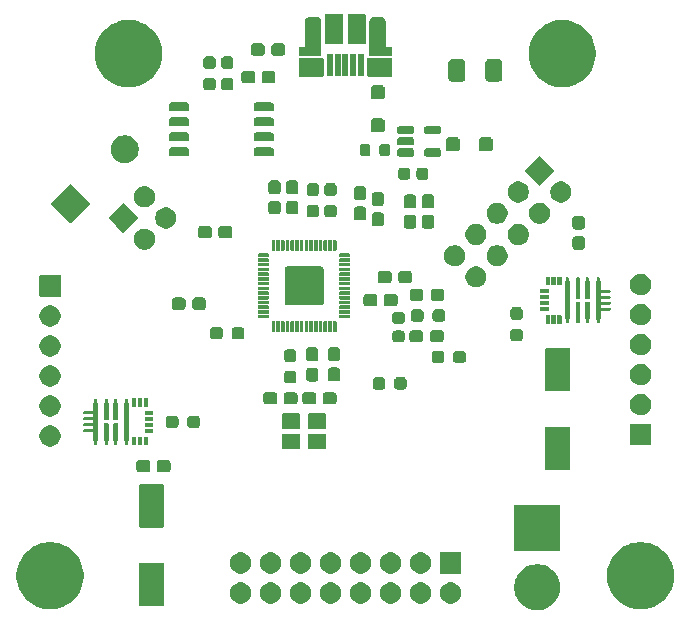
<source format=gbr>
G04 #@! TF.GenerationSoftware,KiCad,Pcbnew,9.0.1*
G04 #@! TF.CreationDate,2025-04-26T02:46:57-04:00*
G04 #@! TF.ProjectId,SwerveModuleBoard,53776572-7665-44d6-9f64-756c65426f61,REV1*
G04 #@! TF.SameCoordinates,Original*
G04 #@! TF.FileFunction,Soldermask,Top*
G04 #@! TF.FilePolarity,Negative*
%FSLAX46Y46*%
G04 Gerber Fmt 4.6, Leading zero omitted, Abs format (unit mm)*
G04 Created by KiCad (PCBNEW 9.0.1) date 2025-04-26 02:46:57*
%MOMM*%
%LPD*%
G01*
G04 APERTURE LIST*
G04 APERTURE END LIST*
G36*
X116630621Y-116836488D02*
G01*
X116877128Y-116902539D01*
X117112905Y-117000201D01*
X117333918Y-117127803D01*
X117536384Y-117283161D01*
X117716839Y-117463616D01*
X117872197Y-117666082D01*
X117999799Y-117887095D01*
X118097461Y-118122872D01*
X118163512Y-118369379D01*
X118196823Y-118622398D01*
X118196823Y-118877602D01*
X118163512Y-119130621D01*
X118097461Y-119377128D01*
X117999799Y-119612905D01*
X117872197Y-119833918D01*
X117716839Y-120036384D01*
X117536384Y-120216839D01*
X117333918Y-120372197D01*
X117112905Y-120499799D01*
X116877128Y-120597461D01*
X116630621Y-120663512D01*
X116377602Y-120696823D01*
X116122398Y-120696823D01*
X115869379Y-120663512D01*
X115622872Y-120597461D01*
X115387095Y-120499799D01*
X115166082Y-120372197D01*
X114963616Y-120216839D01*
X114783161Y-120036384D01*
X114627803Y-119833918D01*
X114500201Y-119612905D01*
X114402539Y-119377128D01*
X114336488Y-119130621D01*
X114303177Y-118877602D01*
X114303177Y-118622398D01*
X114336488Y-118369379D01*
X114402539Y-118122872D01*
X114500201Y-117887095D01*
X114627803Y-117666082D01*
X114783161Y-117463616D01*
X114963616Y-117283161D01*
X115166082Y-117127803D01*
X115387095Y-117000201D01*
X115622872Y-116902539D01*
X115869379Y-116836488D01*
X116122398Y-116803177D01*
X116377602Y-116803177D01*
X116630621Y-116836488D01*
G37*
G36*
X75477548Y-114984416D02*
G01*
X75789246Y-115055559D01*
X76091018Y-115161153D01*
X76379071Y-115299872D01*
X76649780Y-115469970D01*
X76899742Y-115669308D01*
X77125814Y-115895380D01*
X77325152Y-116145342D01*
X77495250Y-116416051D01*
X77633969Y-116704104D01*
X77739563Y-117005876D01*
X77810706Y-117317574D01*
X77846503Y-117635277D01*
X77846503Y-117954991D01*
X77810706Y-118272694D01*
X77739563Y-118584392D01*
X77633969Y-118886164D01*
X77495250Y-119174217D01*
X77325152Y-119444926D01*
X77125814Y-119694888D01*
X76899742Y-119920960D01*
X76649780Y-120120298D01*
X76379071Y-120290396D01*
X76091018Y-120429115D01*
X75789246Y-120534709D01*
X75477548Y-120605852D01*
X75159845Y-120641649D01*
X74840131Y-120641649D01*
X74522428Y-120605852D01*
X74210730Y-120534709D01*
X73908958Y-120429115D01*
X73620905Y-120290396D01*
X73350196Y-120120298D01*
X73100234Y-119920960D01*
X72874162Y-119694888D01*
X72674824Y-119444926D01*
X72504726Y-119174217D01*
X72366007Y-118886164D01*
X72260413Y-118584392D01*
X72189270Y-118272694D01*
X72153473Y-117954991D01*
X72153473Y-117635277D01*
X72189270Y-117317574D01*
X72260413Y-117005876D01*
X72366007Y-116704104D01*
X72504726Y-116416051D01*
X72674824Y-116145342D01*
X72874162Y-115895380D01*
X73100234Y-115669308D01*
X73350196Y-115469970D01*
X73620905Y-115299872D01*
X73908958Y-115161153D01*
X74210730Y-115055559D01*
X74522428Y-114984416D01*
X74840131Y-114948619D01*
X75159845Y-114948619D01*
X75477548Y-114984416D01*
G37*
G36*
X125477548Y-114984416D02*
G01*
X125789246Y-115055559D01*
X126091018Y-115161153D01*
X126379071Y-115299872D01*
X126649780Y-115469970D01*
X126899742Y-115669308D01*
X127125814Y-115895380D01*
X127325152Y-116145342D01*
X127495250Y-116416051D01*
X127633969Y-116704104D01*
X127739563Y-117005876D01*
X127810706Y-117317574D01*
X127846503Y-117635277D01*
X127846503Y-117954991D01*
X127810706Y-118272694D01*
X127739563Y-118584392D01*
X127633969Y-118886164D01*
X127495250Y-119174217D01*
X127325152Y-119444926D01*
X127125814Y-119694888D01*
X126899742Y-119920960D01*
X126649780Y-120120298D01*
X126379071Y-120290396D01*
X126091018Y-120429115D01*
X125789246Y-120534709D01*
X125477548Y-120605852D01*
X125159845Y-120641649D01*
X124840131Y-120641649D01*
X124522428Y-120605852D01*
X124210730Y-120534709D01*
X123908958Y-120429115D01*
X123620905Y-120290396D01*
X123350196Y-120120298D01*
X123100234Y-119920960D01*
X122874162Y-119694888D01*
X122674824Y-119444926D01*
X122504726Y-119174217D01*
X122366007Y-118886164D01*
X122260413Y-118584392D01*
X122189270Y-118272694D01*
X122153473Y-117954991D01*
X122153473Y-117635277D01*
X122189270Y-117317574D01*
X122260413Y-117005876D01*
X122366007Y-116704104D01*
X122504726Y-116416051D01*
X122674824Y-116145342D01*
X122874162Y-115895380D01*
X123100234Y-115669308D01*
X123350196Y-115469970D01*
X123620905Y-115299872D01*
X123908958Y-115161153D01*
X124210730Y-115055559D01*
X124522428Y-114984416D01*
X124840131Y-114948619D01*
X125159845Y-114948619D01*
X125477548Y-114984416D01*
G37*
G36*
X84599034Y-116700764D02*
G01*
X84632125Y-116722875D01*
X84654236Y-116755966D01*
X84662000Y-116795000D01*
X84662000Y-120255000D01*
X84654236Y-120294034D01*
X84632125Y-120327125D01*
X84599034Y-120349236D01*
X84560000Y-120357000D01*
X82640000Y-120357000D01*
X82600966Y-120349236D01*
X82567875Y-120327125D01*
X82545764Y-120294034D01*
X82538000Y-120255000D01*
X82538000Y-116795000D01*
X82545764Y-116755966D01*
X82567875Y-116722875D01*
X82600966Y-116700764D01*
X82640000Y-116693000D01*
X84560000Y-116693000D01*
X84599034Y-116700764D01*
G37*
G36*
X91386546Y-118387797D02*
G01*
X91549728Y-118455389D01*
X91696588Y-118553518D01*
X91821482Y-118678412D01*
X91919611Y-118825272D01*
X91987203Y-118988454D01*
X92021661Y-119161687D01*
X92021661Y-119338313D01*
X91987203Y-119511546D01*
X91919611Y-119674728D01*
X91821482Y-119821588D01*
X91696588Y-119946482D01*
X91549728Y-120044611D01*
X91386546Y-120112203D01*
X91213313Y-120146661D01*
X91036687Y-120146661D01*
X90863454Y-120112203D01*
X90700272Y-120044611D01*
X90553412Y-119946482D01*
X90428518Y-119821588D01*
X90330389Y-119674728D01*
X90262797Y-119511546D01*
X90228339Y-119338313D01*
X90228339Y-119161687D01*
X90262797Y-118988454D01*
X90330389Y-118825272D01*
X90428518Y-118678412D01*
X90553412Y-118553518D01*
X90700272Y-118455389D01*
X90863454Y-118387797D01*
X91036687Y-118353339D01*
X91213313Y-118353339D01*
X91386546Y-118387797D01*
G37*
G36*
X93926546Y-118387797D02*
G01*
X94089728Y-118455389D01*
X94236588Y-118553518D01*
X94361482Y-118678412D01*
X94459611Y-118825272D01*
X94527203Y-118988454D01*
X94561661Y-119161687D01*
X94561661Y-119338313D01*
X94527203Y-119511546D01*
X94459611Y-119674728D01*
X94361482Y-119821588D01*
X94236588Y-119946482D01*
X94089728Y-120044611D01*
X93926546Y-120112203D01*
X93753313Y-120146661D01*
X93576687Y-120146661D01*
X93403454Y-120112203D01*
X93240272Y-120044611D01*
X93093412Y-119946482D01*
X92968518Y-119821588D01*
X92870389Y-119674728D01*
X92802797Y-119511546D01*
X92768339Y-119338313D01*
X92768339Y-119161687D01*
X92802797Y-118988454D01*
X92870389Y-118825272D01*
X92968518Y-118678412D01*
X93093412Y-118553518D01*
X93240272Y-118455389D01*
X93403454Y-118387797D01*
X93576687Y-118353339D01*
X93753313Y-118353339D01*
X93926546Y-118387797D01*
G37*
G36*
X96466546Y-118387797D02*
G01*
X96629728Y-118455389D01*
X96776588Y-118553518D01*
X96901482Y-118678412D01*
X96999611Y-118825272D01*
X97067203Y-118988454D01*
X97101661Y-119161687D01*
X97101661Y-119338313D01*
X97067203Y-119511546D01*
X96999611Y-119674728D01*
X96901482Y-119821588D01*
X96776588Y-119946482D01*
X96629728Y-120044611D01*
X96466546Y-120112203D01*
X96293313Y-120146661D01*
X96116687Y-120146661D01*
X95943454Y-120112203D01*
X95780272Y-120044611D01*
X95633412Y-119946482D01*
X95508518Y-119821588D01*
X95410389Y-119674728D01*
X95342797Y-119511546D01*
X95308339Y-119338313D01*
X95308339Y-119161687D01*
X95342797Y-118988454D01*
X95410389Y-118825272D01*
X95508518Y-118678412D01*
X95633412Y-118553518D01*
X95780272Y-118455389D01*
X95943454Y-118387797D01*
X96116687Y-118353339D01*
X96293313Y-118353339D01*
X96466546Y-118387797D01*
G37*
G36*
X99006546Y-118387797D02*
G01*
X99169728Y-118455389D01*
X99316588Y-118553518D01*
X99441482Y-118678412D01*
X99539611Y-118825272D01*
X99607203Y-118988454D01*
X99641661Y-119161687D01*
X99641661Y-119338313D01*
X99607203Y-119511546D01*
X99539611Y-119674728D01*
X99441482Y-119821588D01*
X99316588Y-119946482D01*
X99169728Y-120044611D01*
X99006546Y-120112203D01*
X98833313Y-120146661D01*
X98656687Y-120146661D01*
X98483454Y-120112203D01*
X98320272Y-120044611D01*
X98173412Y-119946482D01*
X98048518Y-119821588D01*
X97950389Y-119674728D01*
X97882797Y-119511546D01*
X97848339Y-119338313D01*
X97848339Y-119161687D01*
X97882797Y-118988454D01*
X97950389Y-118825272D01*
X98048518Y-118678412D01*
X98173412Y-118553518D01*
X98320272Y-118455389D01*
X98483454Y-118387797D01*
X98656687Y-118353339D01*
X98833313Y-118353339D01*
X99006546Y-118387797D01*
G37*
G36*
X101546546Y-118387797D02*
G01*
X101709728Y-118455389D01*
X101856588Y-118553518D01*
X101981482Y-118678412D01*
X102079611Y-118825272D01*
X102147203Y-118988454D01*
X102181661Y-119161687D01*
X102181661Y-119338313D01*
X102147203Y-119511546D01*
X102079611Y-119674728D01*
X101981482Y-119821588D01*
X101856588Y-119946482D01*
X101709728Y-120044611D01*
X101546546Y-120112203D01*
X101373313Y-120146661D01*
X101196687Y-120146661D01*
X101023454Y-120112203D01*
X100860272Y-120044611D01*
X100713412Y-119946482D01*
X100588518Y-119821588D01*
X100490389Y-119674728D01*
X100422797Y-119511546D01*
X100388339Y-119338313D01*
X100388339Y-119161687D01*
X100422797Y-118988454D01*
X100490389Y-118825272D01*
X100588518Y-118678412D01*
X100713412Y-118553518D01*
X100860272Y-118455389D01*
X101023454Y-118387797D01*
X101196687Y-118353339D01*
X101373313Y-118353339D01*
X101546546Y-118387797D01*
G37*
G36*
X104086546Y-118387797D02*
G01*
X104249728Y-118455389D01*
X104396588Y-118553518D01*
X104521482Y-118678412D01*
X104619611Y-118825272D01*
X104687203Y-118988454D01*
X104721661Y-119161687D01*
X104721661Y-119338313D01*
X104687203Y-119511546D01*
X104619611Y-119674728D01*
X104521482Y-119821588D01*
X104396588Y-119946482D01*
X104249728Y-120044611D01*
X104086546Y-120112203D01*
X103913313Y-120146661D01*
X103736687Y-120146661D01*
X103563454Y-120112203D01*
X103400272Y-120044611D01*
X103253412Y-119946482D01*
X103128518Y-119821588D01*
X103030389Y-119674728D01*
X102962797Y-119511546D01*
X102928339Y-119338313D01*
X102928339Y-119161687D01*
X102962797Y-118988454D01*
X103030389Y-118825272D01*
X103128518Y-118678412D01*
X103253412Y-118553518D01*
X103400272Y-118455389D01*
X103563454Y-118387797D01*
X103736687Y-118353339D01*
X103913313Y-118353339D01*
X104086546Y-118387797D01*
G37*
G36*
X106626546Y-118387797D02*
G01*
X106789728Y-118455389D01*
X106936588Y-118553518D01*
X107061482Y-118678412D01*
X107159611Y-118825272D01*
X107227203Y-118988454D01*
X107261661Y-119161687D01*
X107261661Y-119338313D01*
X107227203Y-119511546D01*
X107159611Y-119674728D01*
X107061482Y-119821588D01*
X106936588Y-119946482D01*
X106789728Y-120044611D01*
X106626546Y-120112203D01*
X106453313Y-120146661D01*
X106276687Y-120146661D01*
X106103454Y-120112203D01*
X105940272Y-120044611D01*
X105793412Y-119946482D01*
X105668518Y-119821588D01*
X105570389Y-119674728D01*
X105502797Y-119511546D01*
X105468339Y-119338313D01*
X105468339Y-119161687D01*
X105502797Y-118988454D01*
X105570389Y-118825272D01*
X105668518Y-118678412D01*
X105793412Y-118553518D01*
X105940272Y-118455389D01*
X106103454Y-118387797D01*
X106276687Y-118353339D01*
X106453313Y-118353339D01*
X106626546Y-118387797D01*
G37*
G36*
X109166546Y-118387797D02*
G01*
X109329728Y-118455389D01*
X109476588Y-118553518D01*
X109601482Y-118678412D01*
X109699611Y-118825272D01*
X109767203Y-118988454D01*
X109801661Y-119161687D01*
X109801661Y-119338313D01*
X109767203Y-119511546D01*
X109699611Y-119674728D01*
X109601482Y-119821588D01*
X109476588Y-119946482D01*
X109329728Y-120044611D01*
X109166546Y-120112203D01*
X108993313Y-120146661D01*
X108816687Y-120146661D01*
X108643454Y-120112203D01*
X108480272Y-120044611D01*
X108333412Y-119946482D01*
X108208518Y-119821588D01*
X108110389Y-119674728D01*
X108042797Y-119511546D01*
X108008339Y-119338313D01*
X108008339Y-119161687D01*
X108042797Y-118988454D01*
X108110389Y-118825272D01*
X108208518Y-118678412D01*
X108333412Y-118553518D01*
X108480272Y-118455389D01*
X108643454Y-118387797D01*
X108816687Y-118353339D01*
X108993313Y-118353339D01*
X109166546Y-118387797D01*
G37*
G36*
X109774517Y-115812882D02*
G01*
X109791062Y-115823938D01*
X109802118Y-115840483D01*
X109806000Y-115860000D01*
X109806000Y-117560000D01*
X109802118Y-117579517D01*
X109791062Y-117596062D01*
X109774517Y-117607118D01*
X109755000Y-117611000D01*
X108055000Y-117611000D01*
X108035483Y-117607118D01*
X108018938Y-117596062D01*
X108007882Y-117579517D01*
X108004000Y-117560000D01*
X108004000Y-115860000D01*
X108007882Y-115840483D01*
X108018938Y-115823938D01*
X108035483Y-115812882D01*
X108055000Y-115809000D01*
X109755000Y-115809000D01*
X109774517Y-115812882D01*
G37*
G36*
X91386546Y-115847797D02*
G01*
X91549728Y-115915389D01*
X91696588Y-116013518D01*
X91821482Y-116138412D01*
X91919611Y-116285272D01*
X91987203Y-116448454D01*
X92021661Y-116621687D01*
X92021661Y-116798313D01*
X91987203Y-116971546D01*
X91919611Y-117134728D01*
X91821482Y-117281588D01*
X91696588Y-117406482D01*
X91549728Y-117504611D01*
X91386546Y-117572203D01*
X91213313Y-117606661D01*
X91036687Y-117606661D01*
X90863454Y-117572203D01*
X90700272Y-117504611D01*
X90553412Y-117406482D01*
X90428518Y-117281588D01*
X90330389Y-117134728D01*
X90262797Y-116971546D01*
X90228339Y-116798313D01*
X90228339Y-116621687D01*
X90262797Y-116448454D01*
X90330389Y-116285272D01*
X90428518Y-116138412D01*
X90553412Y-116013518D01*
X90700272Y-115915389D01*
X90863454Y-115847797D01*
X91036687Y-115813339D01*
X91213313Y-115813339D01*
X91386546Y-115847797D01*
G37*
G36*
X93926546Y-115847797D02*
G01*
X94089728Y-115915389D01*
X94236588Y-116013518D01*
X94361482Y-116138412D01*
X94459611Y-116285272D01*
X94527203Y-116448454D01*
X94561661Y-116621687D01*
X94561661Y-116798313D01*
X94527203Y-116971546D01*
X94459611Y-117134728D01*
X94361482Y-117281588D01*
X94236588Y-117406482D01*
X94089728Y-117504611D01*
X93926546Y-117572203D01*
X93753313Y-117606661D01*
X93576687Y-117606661D01*
X93403454Y-117572203D01*
X93240272Y-117504611D01*
X93093412Y-117406482D01*
X92968518Y-117281588D01*
X92870389Y-117134728D01*
X92802797Y-116971546D01*
X92768339Y-116798313D01*
X92768339Y-116621687D01*
X92802797Y-116448454D01*
X92870389Y-116285272D01*
X92968518Y-116138412D01*
X93093412Y-116013518D01*
X93240272Y-115915389D01*
X93403454Y-115847797D01*
X93576687Y-115813339D01*
X93753313Y-115813339D01*
X93926546Y-115847797D01*
G37*
G36*
X96466546Y-115847797D02*
G01*
X96629728Y-115915389D01*
X96776588Y-116013518D01*
X96901482Y-116138412D01*
X96999611Y-116285272D01*
X97067203Y-116448454D01*
X97101661Y-116621687D01*
X97101661Y-116798313D01*
X97067203Y-116971546D01*
X96999611Y-117134728D01*
X96901482Y-117281588D01*
X96776588Y-117406482D01*
X96629728Y-117504611D01*
X96466546Y-117572203D01*
X96293313Y-117606661D01*
X96116687Y-117606661D01*
X95943454Y-117572203D01*
X95780272Y-117504611D01*
X95633412Y-117406482D01*
X95508518Y-117281588D01*
X95410389Y-117134728D01*
X95342797Y-116971546D01*
X95308339Y-116798313D01*
X95308339Y-116621687D01*
X95342797Y-116448454D01*
X95410389Y-116285272D01*
X95508518Y-116138412D01*
X95633412Y-116013518D01*
X95780272Y-115915389D01*
X95943454Y-115847797D01*
X96116687Y-115813339D01*
X96293313Y-115813339D01*
X96466546Y-115847797D01*
G37*
G36*
X99006546Y-115847797D02*
G01*
X99169728Y-115915389D01*
X99316588Y-116013518D01*
X99441482Y-116138412D01*
X99539611Y-116285272D01*
X99607203Y-116448454D01*
X99641661Y-116621687D01*
X99641661Y-116798313D01*
X99607203Y-116971546D01*
X99539611Y-117134728D01*
X99441482Y-117281588D01*
X99316588Y-117406482D01*
X99169728Y-117504611D01*
X99006546Y-117572203D01*
X98833313Y-117606661D01*
X98656687Y-117606661D01*
X98483454Y-117572203D01*
X98320272Y-117504611D01*
X98173412Y-117406482D01*
X98048518Y-117281588D01*
X97950389Y-117134728D01*
X97882797Y-116971546D01*
X97848339Y-116798313D01*
X97848339Y-116621687D01*
X97882797Y-116448454D01*
X97950389Y-116285272D01*
X98048518Y-116138412D01*
X98173412Y-116013518D01*
X98320272Y-115915389D01*
X98483454Y-115847797D01*
X98656687Y-115813339D01*
X98833313Y-115813339D01*
X99006546Y-115847797D01*
G37*
G36*
X101546546Y-115847797D02*
G01*
X101709728Y-115915389D01*
X101856588Y-116013518D01*
X101981482Y-116138412D01*
X102079611Y-116285272D01*
X102147203Y-116448454D01*
X102181661Y-116621687D01*
X102181661Y-116798313D01*
X102147203Y-116971546D01*
X102079611Y-117134728D01*
X101981482Y-117281588D01*
X101856588Y-117406482D01*
X101709728Y-117504611D01*
X101546546Y-117572203D01*
X101373313Y-117606661D01*
X101196687Y-117606661D01*
X101023454Y-117572203D01*
X100860272Y-117504611D01*
X100713412Y-117406482D01*
X100588518Y-117281588D01*
X100490389Y-117134728D01*
X100422797Y-116971546D01*
X100388339Y-116798313D01*
X100388339Y-116621687D01*
X100422797Y-116448454D01*
X100490389Y-116285272D01*
X100588518Y-116138412D01*
X100713412Y-116013518D01*
X100860272Y-115915389D01*
X101023454Y-115847797D01*
X101196687Y-115813339D01*
X101373313Y-115813339D01*
X101546546Y-115847797D01*
G37*
G36*
X104086546Y-115847797D02*
G01*
X104249728Y-115915389D01*
X104396588Y-116013518D01*
X104521482Y-116138412D01*
X104619611Y-116285272D01*
X104687203Y-116448454D01*
X104721661Y-116621687D01*
X104721661Y-116798313D01*
X104687203Y-116971546D01*
X104619611Y-117134728D01*
X104521482Y-117281588D01*
X104396588Y-117406482D01*
X104249728Y-117504611D01*
X104086546Y-117572203D01*
X103913313Y-117606661D01*
X103736687Y-117606661D01*
X103563454Y-117572203D01*
X103400272Y-117504611D01*
X103253412Y-117406482D01*
X103128518Y-117281588D01*
X103030389Y-117134728D01*
X102962797Y-116971546D01*
X102928339Y-116798313D01*
X102928339Y-116621687D01*
X102962797Y-116448454D01*
X103030389Y-116285272D01*
X103128518Y-116138412D01*
X103253412Y-116013518D01*
X103400272Y-115915389D01*
X103563454Y-115847797D01*
X103736687Y-115813339D01*
X103913313Y-115813339D01*
X104086546Y-115847797D01*
G37*
G36*
X106626546Y-115847797D02*
G01*
X106789728Y-115915389D01*
X106936588Y-116013518D01*
X107061482Y-116138412D01*
X107159611Y-116285272D01*
X107227203Y-116448454D01*
X107261661Y-116621687D01*
X107261661Y-116798313D01*
X107227203Y-116971546D01*
X107159611Y-117134728D01*
X107061482Y-117281588D01*
X106936588Y-117406482D01*
X106789728Y-117504611D01*
X106626546Y-117572203D01*
X106453313Y-117606661D01*
X106276687Y-117606661D01*
X106103454Y-117572203D01*
X105940272Y-117504611D01*
X105793412Y-117406482D01*
X105668518Y-117281588D01*
X105570389Y-117134728D01*
X105502797Y-116971546D01*
X105468339Y-116798313D01*
X105468339Y-116621687D01*
X105502797Y-116448454D01*
X105570389Y-116285272D01*
X105668518Y-116138412D01*
X105793412Y-116013518D01*
X105940272Y-115915389D01*
X106103454Y-115847797D01*
X106276687Y-115813339D01*
X106453313Y-115813339D01*
X106626546Y-115847797D01*
G37*
G36*
X118169517Y-111802882D02*
G01*
X118186062Y-111813938D01*
X118197118Y-111830483D01*
X118201000Y-111850000D01*
X118201000Y-115650000D01*
X118197118Y-115669517D01*
X118186062Y-115686062D01*
X118169517Y-115697118D01*
X118150000Y-115701000D01*
X114350000Y-115701000D01*
X114330483Y-115697118D01*
X114313938Y-115686062D01*
X114302882Y-115669517D01*
X114299000Y-115650000D01*
X114299000Y-111850000D01*
X114302882Y-111830483D01*
X114313938Y-111813938D01*
X114330483Y-111802882D01*
X114350000Y-111799000D01*
X118150000Y-111799000D01*
X118169517Y-111802882D01*
G37*
G36*
X84599034Y-110050764D02*
G01*
X84632125Y-110072875D01*
X84654236Y-110105966D01*
X84662000Y-110145000D01*
X84662000Y-113605000D01*
X84654236Y-113644034D01*
X84632125Y-113677125D01*
X84599034Y-113699236D01*
X84560000Y-113707000D01*
X82640000Y-113707000D01*
X82600966Y-113699236D01*
X82567875Y-113677125D01*
X82545764Y-113644034D01*
X82538000Y-113605000D01*
X82538000Y-110145000D01*
X82545764Y-110105966D01*
X82567875Y-110072875D01*
X82600966Y-110050764D01*
X82640000Y-110043000D01*
X84560000Y-110043000D01*
X84599034Y-110050764D01*
G37*
G36*
X83253552Y-107981663D02*
G01*
X83258138Y-107983688D01*
X83261076Y-107984075D01*
X83297825Y-108001211D01*
X83350542Y-108024488D01*
X83425512Y-108099458D01*
X83448802Y-108152207D01*
X83465924Y-108188924D01*
X83466310Y-108191857D01*
X83468337Y-108196448D01*
X83476000Y-108262500D01*
X83476000Y-108737500D01*
X83468337Y-108803552D01*
X83466310Y-108808142D01*
X83465924Y-108811076D01*
X83448806Y-108847785D01*
X83425512Y-108900542D01*
X83350542Y-108975512D01*
X83297773Y-108998811D01*
X83261075Y-109015924D01*
X83258142Y-109016310D01*
X83253552Y-109018337D01*
X83187500Y-109026000D01*
X82587500Y-109026000D01*
X82521448Y-109018337D01*
X82516858Y-109016310D01*
X82513923Y-109015924D01*
X82477196Y-108998798D01*
X82424458Y-108975512D01*
X82349488Y-108900542D01*
X82326206Y-108847814D01*
X82309075Y-108811075D01*
X82308688Y-108808139D01*
X82306663Y-108803552D01*
X82299000Y-108737500D01*
X82299000Y-108262500D01*
X82306663Y-108196448D01*
X82308688Y-108191861D01*
X82309075Y-108188923D01*
X82326219Y-108152155D01*
X82349488Y-108099458D01*
X82424458Y-108024488D01*
X82477167Y-108001214D01*
X82513924Y-107984075D01*
X82516861Y-107983688D01*
X82521448Y-107981663D01*
X82587500Y-107974000D01*
X83187500Y-107974000D01*
X83253552Y-107981663D01*
G37*
G36*
X84978552Y-107981663D02*
G01*
X84983138Y-107983688D01*
X84986076Y-107984075D01*
X85022825Y-108001211D01*
X85075542Y-108024488D01*
X85150512Y-108099458D01*
X85173802Y-108152207D01*
X85190924Y-108188924D01*
X85191310Y-108191857D01*
X85193337Y-108196448D01*
X85201000Y-108262500D01*
X85201000Y-108737500D01*
X85193337Y-108803552D01*
X85191310Y-108808142D01*
X85190924Y-108811076D01*
X85173806Y-108847785D01*
X85150512Y-108900542D01*
X85075542Y-108975512D01*
X85022773Y-108998811D01*
X84986075Y-109015924D01*
X84983142Y-109016310D01*
X84978552Y-109018337D01*
X84912500Y-109026000D01*
X84312500Y-109026000D01*
X84246448Y-109018337D01*
X84241858Y-109016310D01*
X84238923Y-109015924D01*
X84202196Y-108998798D01*
X84149458Y-108975512D01*
X84074488Y-108900542D01*
X84051206Y-108847814D01*
X84034075Y-108811075D01*
X84033688Y-108808139D01*
X84031663Y-108803552D01*
X84024000Y-108737500D01*
X84024000Y-108262500D01*
X84031663Y-108196448D01*
X84033688Y-108191861D01*
X84034075Y-108188923D01*
X84051219Y-108152155D01*
X84074488Y-108099458D01*
X84149458Y-108024488D01*
X84202167Y-108001214D01*
X84238924Y-107984075D01*
X84241861Y-107983688D01*
X84246448Y-107981663D01*
X84312500Y-107974000D01*
X84912500Y-107974000D01*
X84978552Y-107981663D01*
G37*
G36*
X118999034Y-105175764D02*
G01*
X119032125Y-105197875D01*
X119054236Y-105230966D01*
X119062000Y-105270000D01*
X119062000Y-108730000D01*
X119054236Y-108769034D01*
X119032125Y-108802125D01*
X118999034Y-108824236D01*
X118960000Y-108832000D01*
X117040000Y-108832000D01*
X117000966Y-108824236D01*
X116967875Y-108802125D01*
X116945764Y-108769034D01*
X116938000Y-108730000D01*
X116938000Y-105270000D01*
X116945764Y-105230966D01*
X116967875Y-105197875D01*
X117000966Y-105175764D01*
X117040000Y-105168000D01*
X118960000Y-105168000D01*
X118999034Y-105175764D01*
G37*
G36*
X96119517Y-105752882D02*
G01*
X96136062Y-105763938D01*
X96147118Y-105780483D01*
X96151000Y-105800000D01*
X96151000Y-107000000D01*
X96147118Y-107019517D01*
X96136062Y-107036062D01*
X96119517Y-107047118D01*
X96100000Y-107051000D01*
X94700000Y-107051000D01*
X94680483Y-107047118D01*
X94663938Y-107036062D01*
X94652882Y-107019517D01*
X94649000Y-107000000D01*
X94649000Y-105800000D01*
X94652882Y-105780483D01*
X94663938Y-105763938D01*
X94680483Y-105752882D01*
X94700000Y-105749000D01*
X96100000Y-105749000D01*
X96119517Y-105752882D01*
G37*
G36*
X98319517Y-105752882D02*
G01*
X98336062Y-105763938D01*
X98347118Y-105780483D01*
X98351000Y-105800000D01*
X98351000Y-107000000D01*
X98347118Y-107019517D01*
X98336062Y-107036062D01*
X98319517Y-107047118D01*
X98300000Y-107051000D01*
X96900000Y-107051000D01*
X96880483Y-107047118D01*
X96863938Y-107036062D01*
X96852882Y-107019517D01*
X96849000Y-107000000D01*
X96849000Y-105800000D01*
X96852882Y-105780483D01*
X96863938Y-105763938D01*
X96880483Y-105752882D01*
X96900000Y-105749000D01*
X98300000Y-105749000D01*
X98319517Y-105752882D01*
G37*
G36*
X75261546Y-105087797D02*
G01*
X75424728Y-105155389D01*
X75571588Y-105253518D01*
X75696482Y-105378412D01*
X75794611Y-105525272D01*
X75862203Y-105688454D01*
X75896661Y-105861687D01*
X75896661Y-106038313D01*
X75862203Y-106211546D01*
X75794611Y-106374728D01*
X75696482Y-106521588D01*
X75571588Y-106646482D01*
X75424728Y-106744611D01*
X75261546Y-106812203D01*
X75088313Y-106846661D01*
X74911687Y-106846661D01*
X74738454Y-106812203D01*
X74575272Y-106744611D01*
X74428412Y-106646482D01*
X74303518Y-106521588D01*
X74205389Y-106374728D01*
X74137797Y-106211546D01*
X74103339Y-106038313D01*
X74103339Y-105861687D01*
X74137797Y-105688454D01*
X74205389Y-105525272D01*
X74303518Y-105378412D01*
X74428412Y-105253518D01*
X74575272Y-105155389D01*
X74738454Y-105087797D01*
X74911687Y-105053339D01*
X75088313Y-105053339D01*
X75261546Y-105087797D01*
G37*
G36*
X82269518Y-106002882D02*
G01*
X82286063Y-106013938D01*
X82297119Y-106030483D01*
X82301001Y-106050000D01*
X82301001Y-106700002D01*
X82297119Y-106719519D01*
X82286063Y-106736064D01*
X82269518Y-106747120D01*
X82250001Y-106751002D01*
X82000001Y-106751002D01*
X81980484Y-106747120D01*
X81963939Y-106736064D01*
X81952883Y-106719519D01*
X81949001Y-106700002D01*
X81949001Y-106050000D01*
X81952883Y-106030483D01*
X81963939Y-106013938D01*
X81980484Y-106002882D01*
X82000001Y-105999000D01*
X82250001Y-105999000D01*
X82269518Y-106002882D01*
G37*
G36*
X82769517Y-106002882D02*
G01*
X82786062Y-106013938D01*
X82797118Y-106030483D01*
X82801000Y-106050000D01*
X82801000Y-106700002D01*
X82797118Y-106719519D01*
X82786062Y-106736064D01*
X82769517Y-106747120D01*
X82750000Y-106751002D01*
X82500000Y-106751002D01*
X82480483Y-106747120D01*
X82463938Y-106736064D01*
X82452882Y-106719519D01*
X82449000Y-106700002D01*
X82449000Y-106050000D01*
X82452882Y-106030483D01*
X82463938Y-106013938D01*
X82480483Y-106002882D01*
X82500000Y-105999000D01*
X82750000Y-105999000D01*
X82769517Y-106002882D01*
G37*
G36*
X83269516Y-106002882D02*
G01*
X83286061Y-106013938D01*
X83297117Y-106030483D01*
X83300999Y-106050000D01*
X83300999Y-106700002D01*
X83297117Y-106719519D01*
X83286061Y-106736064D01*
X83269516Y-106747120D01*
X83249999Y-106751002D01*
X82999999Y-106751002D01*
X82980482Y-106747120D01*
X82963937Y-106736064D01*
X82952881Y-106719519D01*
X82948999Y-106700002D01*
X82948999Y-106050000D01*
X82952881Y-106030483D01*
X82963937Y-106013938D01*
X82980482Y-106002882D01*
X82999999Y-105999000D01*
X83249999Y-105999000D01*
X83269516Y-106002882D01*
G37*
G36*
X125869517Y-104932882D02*
G01*
X125886062Y-104943938D01*
X125897118Y-104960483D01*
X125901000Y-104980000D01*
X125901000Y-106680000D01*
X125897118Y-106699517D01*
X125886062Y-106716062D01*
X125869517Y-106727118D01*
X125850000Y-106731000D01*
X124150000Y-106731000D01*
X124130483Y-106727118D01*
X124113938Y-106716062D01*
X124102882Y-106699517D01*
X124099000Y-106680000D01*
X124099000Y-104980000D01*
X124102882Y-104960483D01*
X124113938Y-104943938D01*
X124130483Y-104932882D01*
X124150000Y-104929000D01*
X125850000Y-104929000D01*
X125869517Y-104932882D01*
G37*
G36*
X78916049Y-102795000D02*
G01*
X78934865Y-102802794D01*
X78972206Y-102840135D01*
X78980000Y-102858952D01*
X78980000Y-103118641D01*
X79006360Y-103145001D01*
X79041050Y-103145001D01*
X79050914Y-103149087D01*
X79055001Y-103158952D01*
X79055001Y-106341047D01*
X79050914Y-106350912D01*
X79041050Y-106354999D01*
X79006360Y-106354999D01*
X78980000Y-106381359D01*
X78980000Y-106641047D01*
X78972206Y-106659864D01*
X78934863Y-106697207D01*
X78916051Y-106705001D01*
X78783951Y-106705001D01*
X78765136Y-106697208D01*
X78727793Y-106659864D01*
X78720000Y-106641047D01*
X78720000Y-106381359D01*
X78693640Y-106354999D01*
X78658950Y-106354999D01*
X78649085Y-106350912D01*
X78644999Y-106341047D01*
X78644999Y-105656360D01*
X78618639Y-105630000D01*
X77858952Y-105630000D01*
X77840135Y-105622206D01*
X77802794Y-105584865D01*
X77795001Y-105566048D01*
X77795001Y-105433951D01*
X77802794Y-105415134D01*
X77840135Y-105377793D01*
X77858952Y-105370000D01*
X78618639Y-105370000D01*
X78644999Y-105343640D01*
X78644999Y-105156361D01*
X78618639Y-105130001D01*
X77858952Y-105130001D01*
X77840135Y-105122207D01*
X77802794Y-105084866D01*
X77795001Y-105066049D01*
X77795001Y-104933952D01*
X77802794Y-104915135D01*
X77840135Y-104877794D01*
X77858952Y-104870001D01*
X78618639Y-104870001D01*
X78644999Y-104843641D01*
X78644999Y-104656359D01*
X78618639Y-104629999D01*
X77858952Y-104629999D01*
X77840135Y-104622205D01*
X77802794Y-104584864D01*
X77795001Y-104566047D01*
X77795001Y-104433950D01*
X77802794Y-104415133D01*
X77840135Y-104377792D01*
X77858952Y-104369999D01*
X78618639Y-104369999D01*
X78644999Y-104343639D01*
X78644999Y-104156360D01*
X78618639Y-104130000D01*
X77858952Y-104130000D01*
X77840135Y-104122206D01*
X77802794Y-104084865D01*
X77795001Y-104066048D01*
X77795001Y-103933951D01*
X77802794Y-103915134D01*
X77840135Y-103877793D01*
X77858952Y-103870000D01*
X78618639Y-103870000D01*
X78644999Y-103843640D01*
X78644999Y-103158952D01*
X78649085Y-103149087D01*
X78658950Y-103145001D01*
X78693640Y-103145001D01*
X78720000Y-103118641D01*
X78720000Y-102858952D01*
X78727793Y-102840135D01*
X78765136Y-102802792D01*
X78783949Y-102794999D01*
X78916049Y-102795000D01*
G37*
G36*
X80709865Y-104877794D02*
G01*
X80747206Y-104915135D01*
X80755000Y-104933952D01*
X80755000Y-106341047D01*
X80750913Y-106350912D01*
X80741049Y-106354999D01*
X80706359Y-106354999D01*
X80679999Y-106381358D01*
X80679996Y-106641047D01*
X80672202Y-106659864D01*
X80634859Y-106697207D01*
X80616047Y-106705001D01*
X80483952Y-106705001D01*
X80465136Y-106697208D01*
X80427792Y-106659865D01*
X80419999Y-106641051D01*
X80419999Y-106381359D01*
X80393639Y-106354999D01*
X80358952Y-106354999D01*
X80349087Y-106350912D01*
X80345001Y-106341048D01*
X80345002Y-104933952D01*
X80352796Y-104915135D01*
X80390137Y-104877794D01*
X80408950Y-104870001D01*
X80691049Y-104870001D01*
X80709865Y-104877794D01*
G37*
G36*
X79909864Y-104877794D02*
G01*
X79947205Y-104915135D01*
X79954999Y-104933952D01*
X79954999Y-106341047D01*
X79950912Y-106350912D01*
X79941048Y-106354999D01*
X79906360Y-106354999D01*
X79880000Y-106381359D01*
X79879998Y-106641047D01*
X79872204Y-106659864D01*
X79834863Y-106697205D01*
X79816047Y-106704999D01*
X79683952Y-106705000D01*
X79665134Y-106697206D01*
X79627794Y-106659866D01*
X79620001Y-106641049D01*
X79620001Y-106381359D01*
X79593641Y-106354999D01*
X79558951Y-106354999D01*
X79549086Y-106350912D01*
X79545000Y-106341048D01*
X79545001Y-104933952D01*
X79552795Y-104915135D01*
X79590136Y-104877794D01*
X79608949Y-104870001D01*
X79891048Y-104870001D01*
X79909864Y-104877794D01*
G37*
G36*
X81516049Y-102795000D02*
G01*
X81534865Y-102802794D01*
X81572206Y-102840135D01*
X81580000Y-102858952D01*
X81580000Y-103118641D01*
X81606360Y-103145001D01*
X81641050Y-103145001D01*
X81650914Y-103149087D01*
X81655001Y-103158952D01*
X81655001Y-106341047D01*
X81650914Y-106350912D01*
X81641050Y-106354999D01*
X81606360Y-106354999D01*
X81580000Y-106381359D01*
X81580000Y-106641047D01*
X81572206Y-106659864D01*
X81534863Y-106697207D01*
X81516050Y-106705000D01*
X81383950Y-106704999D01*
X81365134Y-106697205D01*
X81327793Y-106659864D01*
X81320000Y-106641047D01*
X81320000Y-106381359D01*
X81293640Y-106354999D01*
X81258950Y-106354999D01*
X81249085Y-106350912D01*
X81244999Y-106341047D01*
X81244999Y-103158952D01*
X81249085Y-103149087D01*
X81258950Y-103145001D01*
X81293640Y-103145001D01*
X81320000Y-103118641D01*
X81320000Y-102858952D01*
X81327793Y-102840135D01*
X81365136Y-102802792D01*
X81383949Y-102794999D01*
X81516049Y-102795000D01*
G37*
G36*
X83719519Y-105327883D02*
G01*
X83736064Y-105338939D01*
X83747120Y-105355484D01*
X83751002Y-105375001D01*
X83751002Y-105625001D01*
X83747120Y-105644518D01*
X83736064Y-105661063D01*
X83719519Y-105672119D01*
X83700002Y-105676001D01*
X83050000Y-105676001D01*
X83030483Y-105672119D01*
X83013938Y-105661063D01*
X83002882Y-105644518D01*
X82999000Y-105625001D01*
X82999000Y-105375001D01*
X83002882Y-105355484D01*
X83013938Y-105338939D01*
X83030483Y-105327883D01*
X83050000Y-105324001D01*
X83700002Y-105324001D01*
X83719519Y-105327883D01*
G37*
G36*
X96119517Y-104052882D02*
G01*
X96136062Y-104063938D01*
X96147118Y-104080483D01*
X96151000Y-104100000D01*
X96151000Y-105300000D01*
X96147118Y-105319517D01*
X96136062Y-105336062D01*
X96119517Y-105347118D01*
X96100000Y-105351000D01*
X94700000Y-105351000D01*
X94680483Y-105347118D01*
X94663938Y-105336062D01*
X94652882Y-105319517D01*
X94649000Y-105300000D01*
X94649000Y-104100000D01*
X94652882Y-104080483D01*
X94663938Y-104063938D01*
X94680483Y-104052882D01*
X94700000Y-104049000D01*
X96100000Y-104049000D01*
X96119517Y-104052882D01*
G37*
G36*
X98319517Y-104052882D02*
G01*
X98336062Y-104063938D01*
X98347118Y-104080483D01*
X98351000Y-104100000D01*
X98351000Y-105300000D01*
X98347118Y-105319517D01*
X98336062Y-105336062D01*
X98319517Y-105347118D01*
X98300000Y-105351000D01*
X96900000Y-105351000D01*
X96880483Y-105347118D01*
X96863938Y-105336062D01*
X96852882Y-105319517D01*
X96849000Y-105300000D01*
X96849000Y-104100000D01*
X96852882Y-104080483D01*
X96863938Y-104063938D01*
X96880483Y-104052882D01*
X96900000Y-104049000D01*
X98300000Y-104049000D01*
X98319517Y-104052882D01*
G37*
G36*
X85653552Y-104231663D02*
G01*
X85658138Y-104233688D01*
X85661076Y-104234075D01*
X85697825Y-104251211D01*
X85750542Y-104274488D01*
X85825512Y-104349458D01*
X85848802Y-104402207D01*
X85865924Y-104438924D01*
X85866310Y-104441857D01*
X85868337Y-104446448D01*
X85876000Y-104512500D01*
X85876000Y-104987500D01*
X85868337Y-105053552D01*
X85866310Y-105058142D01*
X85865924Y-105061076D01*
X85848806Y-105097785D01*
X85825512Y-105150542D01*
X85750542Y-105225512D01*
X85697773Y-105248811D01*
X85661075Y-105265924D01*
X85658142Y-105266310D01*
X85653552Y-105268337D01*
X85587500Y-105276000D01*
X85087500Y-105276000D01*
X85021448Y-105268337D01*
X85016858Y-105266310D01*
X85013923Y-105265924D01*
X84977196Y-105248798D01*
X84924458Y-105225512D01*
X84849488Y-105150542D01*
X84826206Y-105097814D01*
X84809075Y-105061075D01*
X84808688Y-105058139D01*
X84806663Y-105053552D01*
X84799000Y-104987500D01*
X84799000Y-104512500D01*
X84806663Y-104446448D01*
X84808688Y-104441861D01*
X84809075Y-104438923D01*
X84826219Y-104402155D01*
X84849488Y-104349458D01*
X84924458Y-104274488D01*
X84977167Y-104251214D01*
X85013924Y-104234075D01*
X85016861Y-104233688D01*
X85021448Y-104231663D01*
X85087500Y-104224000D01*
X85587500Y-104224000D01*
X85653552Y-104231663D01*
G37*
G36*
X87478552Y-104231663D02*
G01*
X87483138Y-104233688D01*
X87486076Y-104234075D01*
X87522825Y-104251211D01*
X87575542Y-104274488D01*
X87650512Y-104349458D01*
X87673802Y-104402207D01*
X87690924Y-104438924D01*
X87691310Y-104441857D01*
X87693337Y-104446448D01*
X87701000Y-104512500D01*
X87701000Y-104987500D01*
X87693337Y-105053552D01*
X87691310Y-105058142D01*
X87690924Y-105061076D01*
X87673806Y-105097785D01*
X87650512Y-105150542D01*
X87575542Y-105225512D01*
X87522773Y-105248811D01*
X87486075Y-105265924D01*
X87483142Y-105266310D01*
X87478552Y-105268337D01*
X87412500Y-105276000D01*
X86912500Y-105276000D01*
X86846448Y-105268337D01*
X86841858Y-105266310D01*
X86838923Y-105265924D01*
X86802196Y-105248798D01*
X86749458Y-105225512D01*
X86674488Y-105150542D01*
X86651206Y-105097814D01*
X86634075Y-105061075D01*
X86633688Y-105058139D01*
X86631663Y-105053552D01*
X86624000Y-104987500D01*
X86624000Y-104512500D01*
X86631663Y-104446448D01*
X86633688Y-104441861D01*
X86634075Y-104438923D01*
X86651219Y-104402155D01*
X86674488Y-104349458D01*
X86749458Y-104274488D01*
X86802167Y-104251214D01*
X86838924Y-104234075D01*
X86841861Y-104233688D01*
X86846448Y-104231663D01*
X86912500Y-104224000D01*
X87412500Y-104224000D01*
X87478552Y-104231663D01*
G37*
G36*
X83719519Y-104827882D02*
G01*
X83736064Y-104838938D01*
X83747120Y-104855483D01*
X83751002Y-104875000D01*
X83751002Y-105125000D01*
X83747120Y-105144517D01*
X83736064Y-105161062D01*
X83719519Y-105172118D01*
X83700002Y-105176000D01*
X83050000Y-105176000D01*
X83030483Y-105172118D01*
X83013938Y-105161062D01*
X83002882Y-105144517D01*
X82999000Y-105125000D01*
X82999000Y-104875000D01*
X83002882Y-104855483D01*
X83013938Y-104838938D01*
X83030483Y-104827882D01*
X83050000Y-104824000D01*
X83700002Y-104824000D01*
X83719519Y-104827882D01*
G37*
G36*
X83719519Y-104327882D02*
G01*
X83736064Y-104338938D01*
X83747120Y-104355483D01*
X83751002Y-104375000D01*
X83751002Y-104625000D01*
X83747120Y-104644517D01*
X83736064Y-104661062D01*
X83719519Y-104672118D01*
X83700002Y-104676000D01*
X83050000Y-104676000D01*
X83030483Y-104672118D01*
X83013938Y-104661062D01*
X83002882Y-104644517D01*
X82999000Y-104625000D01*
X82999000Y-104375000D01*
X83002882Y-104355483D01*
X83013938Y-104338938D01*
X83030483Y-104327882D01*
X83050000Y-104324000D01*
X83700002Y-104324000D01*
X83719519Y-104327882D01*
G37*
G36*
X79816047Y-102795000D02*
G01*
X79834863Y-102802794D01*
X79872204Y-102840135D01*
X79879998Y-102858952D01*
X79880000Y-103118641D01*
X79906360Y-103145001D01*
X79941048Y-103145001D01*
X79950912Y-103149087D01*
X79954999Y-103158952D01*
X79954999Y-104566047D01*
X79947205Y-104584864D01*
X79909864Y-104622205D01*
X79891048Y-104629999D01*
X79608951Y-104629999D01*
X79590136Y-104622206D01*
X79552795Y-104584864D01*
X79545001Y-104566047D01*
X79545000Y-103158951D01*
X79549086Y-103149087D01*
X79558951Y-103145001D01*
X79593641Y-103145001D01*
X79620001Y-103118641D01*
X79620001Y-102858950D01*
X79627794Y-102840133D01*
X79665135Y-102802792D01*
X79683951Y-102794999D01*
X79816047Y-102795000D01*
G37*
G36*
X80616048Y-102795000D02*
G01*
X80634864Y-102802794D01*
X80672205Y-102840135D01*
X80679999Y-102858952D01*
X80679999Y-103118641D01*
X80706359Y-103145001D01*
X80741049Y-103145001D01*
X80750913Y-103149087D01*
X80755000Y-103158952D01*
X80755000Y-104566047D01*
X80747206Y-104584864D01*
X80709865Y-104622205D01*
X80691049Y-104629999D01*
X80408952Y-104629999D01*
X80390135Y-104622205D01*
X80352794Y-104584864D01*
X80345001Y-104566047D01*
X80345001Y-103158952D01*
X80349087Y-103149087D01*
X80358952Y-103145001D01*
X80393639Y-103145001D01*
X80419999Y-103118641D01*
X80419999Y-102858950D01*
X80427792Y-102840133D01*
X80465136Y-102802791D01*
X80483952Y-102794999D01*
X80616048Y-102795000D01*
G37*
G36*
X75261546Y-102547797D02*
G01*
X75424728Y-102615389D01*
X75571588Y-102713518D01*
X75696482Y-102838412D01*
X75794611Y-102985272D01*
X75862203Y-103148454D01*
X75896661Y-103321687D01*
X75896661Y-103498313D01*
X75862203Y-103671546D01*
X75794611Y-103834728D01*
X75696482Y-103981588D01*
X75571588Y-104106482D01*
X75424728Y-104204611D01*
X75261546Y-104272203D01*
X75088313Y-104306661D01*
X74911687Y-104306661D01*
X74738454Y-104272203D01*
X74575272Y-104204611D01*
X74428412Y-104106482D01*
X74303518Y-103981588D01*
X74205389Y-103834728D01*
X74137797Y-103671546D01*
X74103339Y-103498313D01*
X74103339Y-103321687D01*
X74137797Y-103148454D01*
X74205389Y-102985272D01*
X74303518Y-102838412D01*
X74428412Y-102713518D01*
X74575272Y-102615389D01*
X74738454Y-102547797D01*
X74911687Y-102513339D01*
X75088313Y-102513339D01*
X75261546Y-102547797D01*
G37*
G36*
X125261546Y-102427797D02*
G01*
X125424728Y-102495389D01*
X125571588Y-102593518D01*
X125696482Y-102718412D01*
X125794611Y-102865272D01*
X125862203Y-103028454D01*
X125896661Y-103201687D01*
X125896661Y-103378313D01*
X125862203Y-103551546D01*
X125794611Y-103714728D01*
X125696482Y-103861588D01*
X125571588Y-103986482D01*
X125424728Y-104084611D01*
X125261546Y-104152203D01*
X125088313Y-104186661D01*
X124911687Y-104186661D01*
X124738454Y-104152203D01*
X124575272Y-104084611D01*
X124428412Y-103986482D01*
X124303518Y-103861588D01*
X124205389Y-103714728D01*
X124137797Y-103551546D01*
X124103339Y-103378313D01*
X124103339Y-103201687D01*
X124137797Y-103028454D01*
X124205389Y-102865272D01*
X124303518Y-102718412D01*
X124428412Y-102593518D01*
X124575272Y-102495389D01*
X124738454Y-102427797D01*
X124911687Y-102393339D01*
X125088313Y-102393339D01*
X125261546Y-102427797D01*
G37*
G36*
X83719519Y-103827881D02*
G01*
X83736064Y-103838937D01*
X83747120Y-103855482D01*
X83751002Y-103874999D01*
X83751002Y-104124999D01*
X83747120Y-104144516D01*
X83736064Y-104161061D01*
X83719519Y-104172117D01*
X83700002Y-104175999D01*
X83050000Y-104175999D01*
X83030483Y-104172117D01*
X83013938Y-104161061D01*
X83002882Y-104144516D01*
X82999000Y-104124999D01*
X82999000Y-103874999D01*
X83002882Y-103855482D01*
X83013938Y-103838937D01*
X83030483Y-103827881D01*
X83050000Y-103823999D01*
X83700002Y-103823999D01*
X83719519Y-103827881D01*
G37*
G36*
X82269518Y-102752880D02*
G01*
X82286063Y-102763936D01*
X82297119Y-102780481D01*
X82301001Y-102799998D01*
X82301001Y-103450000D01*
X82297119Y-103469517D01*
X82286063Y-103486062D01*
X82269518Y-103497118D01*
X82250001Y-103501000D01*
X82000001Y-103501000D01*
X81980484Y-103497118D01*
X81963939Y-103486062D01*
X81952883Y-103469517D01*
X81949001Y-103450000D01*
X81949001Y-102799998D01*
X81952883Y-102780481D01*
X81963939Y-102763936D01*
X81980484Y-102752880D01*
X82000001Y-102748998D01*
X82250001Y-102748998D01*
X82269518Y-102752880D01*
G37*
G36*
X82769517Y-102752880D02*
G01*
X82786062Y-102763936D01*
X82797118Y-102780481D01*
X82801000Y-102799998D01*
X82801000Y-103450000D01*
X82797118Y-103469517D01*
X82786062Y-103486062D01*
X82769517Y-103497118D01*
X82750000Y-103501000D01*
X82500000Y-103501000D01*
X82480483Y-103497118D01*
X82463938Y-103486062D01*
X82452882Y-103469517D01*
X82449000Y-103450000D01*
X82449000Y-102799998D01*
X82452882Y-102780481D01*
X82463938Y-102763936D01*
X82480483Y-102752880D01*
X82500000Y-102748998D01*
X82750000Y-102748998D01*
X82769517Y-102752880D01*
G37*
G36*
X83269516Y-102752880D02*
G01*
X83286061Y-102763936D01*
X83297117Y-102780481D01*
X83300999Y-102799998D01*
X83300999Y-103450000D01*
X83297117Y-103469517D01*
X83286061Y-103486062D01*
X83269516Y-103497118D01*
X83249999Y-103501000D01*
X82999999Y-103501000D01*
X82980482Y-103497118D01*
X82963937Y-103486062D01*
X82952881Y-103469517D01*
X82948999Y-103450000D01*
X82948999Y-102799998D01*
X82952881Y-102780481D01*
X82963937Y-102763936D01*
X82980482Y-102752880D01*
X82999999Y-102748998D01*
X83249999Y-102748998D01*
X83269516Y-102752880D01*
G37*
G36*
X94003552Y-102231663D02*
G01*
X94008138Y-102233688D01*
X94011076Y-102234075D01*
X94047825Y-102251211D01*
X94100542Y-102274488D01*
X94175512Y-102349458D01*
X94198802Y-102402207D01*
X94215924Y-102438924D01*
X94216310Y-102441857D01*
X94218337Y-102446448D01*
X94226000Y-102512500D01*
X94226000Y-102987500D01*
X94218337Y-103053552D01*
X94216310Y-103058142D01*
X94215924Y-103061076D01*
X94198806Y-103097785D01*
X94175512Y-103150542D01*
X94100542Y-103225512D01*
X94047773Y-103248811D01*
X94011075Y-103265924D01*
X94008142Y-103266310D01*
X94003552Y-103268337D01*
X93937500Y-103276000D01*
X93337500Y-103276000D01*
X93271448Y-103268337D01*
X93266858Y-103266310D01*
X93263923Y-103265924D01*
X93227196Y-103248798D01*
X93174458Y-103225512D01*
X93099488Y-103150542D01*
X93076206Y-103097814D01*
X93059075Y-103061075D01*
X93058688Y-103058139D01*
X93056663Y-103053552D01*
X93049000Y-102987500D01*
X93049000Y-102512500D01*
X93056663Y-102446448D01*
X93058688Y-102441861D01*
X93059075Y-102438923D01*
X93076219Y-102402155D01*
X93099488Y-102349458D01*
X93174458Y-102274488D01*
X93227167Y-102251214D01*
X93263924Y-102234075D01*
X93266861Y-102233688D01*
X93271448Y-102231663D01*
X93337500Y-102224000D01*
X93937500Y-102224000D01*
X94003552Y-102231663D01*
G37*
G36*
X95728552Y-102231663D02*
G01*
X95733138Y-102233688D01*
X95736076Y-102234075D01*
X95772825Y-102251211D01*
X95825542Y-102274488D01*
X95900512Y-102349458D01*
X95923802Y-102402207D01*
X95940924Y-102438924D01*
X95941310Y-102441857D01*
X95943337Y-102446448D01*
X95951000Y-102512500D01*
X95951000Y-102987500D01*
X95943337Y-103053552D01*
X95941310Y-103058142D01*
X95940924Y-103061076D01*
X95923806Y-103097785D01*
X95900512Y-103150542D01*
X95825542Y-103225512D01*
X95772773Y-103248811D01*
X95736075Y-103265924D01*
X95733142Y-103266310D01*
X95728552Y-103268337D01*
X95662500Y-103276000D01*
X95062500Y-103276000D01*
X94996448Y-103268337D01*
X94991858Y-103266310D01*
X94988923Y-103265924D01*
X94952196Y-103248798D01*
X94899458Y-103225512D01*
X94824488Y-103150542D01*
X94801206Y-103097814D01*
X94784075Y-103061075D01*
X94783688Y-103058139D01*
X94781663Y-103053552D01*
X94774000Y-102987500D01*
X94774000Y-102512500D01*
X94781663Y-102446448D01*
X94783688Y-102441861D01*
X94784075Y-102438923D01*
X94801219Y-102402155D01*
X94824488Y-102349458D01*
X94899458Y-102274488D01*
X94952167Y-102251214D01*
X94988924Y-102234075D01*
X94991861Y-102233688D01*
X94996448Y-102231663D01*
X95062500Y-102224000D01*
X95662500Y-102224000D01*
X95728552Y-102231663D01*
G37*
G36*
X97303552Y-102231663D02*
G01*
X97308138Y-102233688D01*
X97311076Y-102234075D01*
X97347825Y-102251211D01*
X97400542Y-102274488D01*
X97475512Y-102349458D01*
X97498802Y-102402207D01*
X97515924Y-102438924D01*
X97516310Y-102441857D01*
X97518337Y-102446448D01*
X97526000Y-102512500D01*
X97526000Y-102987500D01*
X97518337Y-103053552D01*
X97516310Y-103058142D01*
X97515924Y-103061076D01*
X97498806Y-103097785D01*
X97475512Y-103150542D01*
X97400542Y-103225512D01*
X97347773Y-103248811D01*
X97311075Y-103265924D01*
X97308142Y-103266310D01*
X97303552Y-103268337D01*
X97237500Y-103276000D01*
X96637500Y-103276000D01*
X96571448Y-103268337D01*
X96566858Y-103266310D01*
X96563923Y-103265924D01*
X96527196Y-103248798D01*
X96474458Y-103225512D01*
X96399488Y-103150542D01*
X96376206Y-103097814D01*
X96359075Y-103061075D01*
X96358688Y-103058139D01*
X96356663Y-103053552D01*
X96349000Y-102987500D01*
X96349000Y-102512500D01*
X96356663Y-102446448D01*
X96358688Y-102441861D01*
X96359075Y-102438923D01*
X96376219Y-102402155D01*
X96399488Y-102349458D01*
X96474458Y-102274488D01*
X96527167Y-102251214D01*
X96563924Y-102234075D01*
X96566861Y-102233688D01*
X96571448Y-102231663D01*
X96637500Y-102224000D01*
X97237500Y-102224000D01*
X97303552Y-102231663D01*
G37*
G36*
X99028552Y-102231663D02*
G01*
X99033138Y-102233688D01*
X99036076Y-102234075D01*
X99072825Y-102251211D01*
X99125542Y-102274488D01*
X99200512Y-102349458D01*
X99223802Y-102402207D01*
X99240924Y-102438924D01*
X99241310Y-102441857D01*
X99243337Y-102446448D01*
X99251000Y-102512500D01*
X99251000Y-102987500D01*
X99243337Y-103053552D01*
X99241310Y-103058142D01*
X99240924Y-103061076D01*
X99223806Y-103097785D01*
X99200512Y-103150542D01*
X99125542Y-103225512D01*
X99072773Y-103248811D01*
X99036075Y-103265924D01*
X99033142Y-103266310D01*
X99028552Y-103268337D01*
X98962500Y-103276000D01*
X98362500Y-103276000D01*
X98296448Y-103268337D01*
X98291858Y-103266310D01*
X98288923Y-103265924D01*
X98252196Y-103248798D01*
X98199458Y-103225512D01*
X98124488Y-103150542D01*
X98101206Y-103097814D01*
X98084075Y-103061075D01*
X98083688Y-103058139D01*
X98081663Y-103053552D01*
X98074000Y-102987500D01*
X98074000Y-102512500D01*
X98081663Y-102446448D01*
X98083688Y-102441861D01*
X98084075Y-102438923D01*
X98101219Y-102402155D01*
X98124488Y-102349458D01*
X98199458Y-102274488D01*
X98252167Y-102251214D01*
X98288924Y-102234075D01*
X98291861Y-102233688D01*
X98296448Y-102231663D01*
X98362500Y-102224000D01*
X98962500Y-102224000D01*
X99028552Y-102231663D01*
G37*
G36*
X118999034Y-98525764D02*
G01*
X119032125Y-98547875D01*
X119054236Y-98580966D01*
X119062000Y-98620000D01*
X119062000Y-102080000D01*
X119054236Y-102119034D01*
X119032125Y-102152125D01*
X118999034Y-102174236D01*
X118960000Y-102182000D01*
X117040000Y-102182000D01*
X117000966Y-102174236D01*
X116967875Y-102152125D01*
X116945764Y-102119034D01*
X116938000Y-102080000D01*
X116938000Y-98620000D01*
X116945764Y-98580966D01*
X116967875Y-98547875D01*
X117000966Y-98525764D01*
X117040000Y-98518000D01*
X118960000Y-98518000D01*
X118999034Y-98525764D01*
G37*
G36*
X103153552Y-100981663D02*
G01*
X103158138Y-100983688D01*
X103161076Y-100984075D01*
X103197825Y-101001211D01*
X103250542Y-101024488D01*
X103325512Y-101099458D01*
X103348802Y-101152207D01*
X103365924Y-101188924D01*
X103366310Y-101191857D01*
X103368337Y-101196448D01*
X103376000Y-101262500D01*
X103376000Y-101737500D01*
X103368337Y-101803552D01*
X103366310Y-101808142D01*
X103365924Y-101811076D01*
X103348806Y-101847785D01*
X103325512Y-101900542D01*
X103250542Y-101975512D01*
X103197773Y-101998811D01*
X103161075Y-102015924D01*
X103158142Y-102016310D01*
X103153552Y-102018337D01*
X103087500Y-102026000D01*
X102587500Y-102026000D01*
X102521448Y-102018337D01*
X102516858Y-102016310D01*
X102513923Y-102015924D01*
X102477196Y-101998798D01*
X102424458Y-101975512D01*
X102349488Y-101900542D01*
X102326206Y-101847814D01*
X102309075Y-101811075D01*
X102308688Y-101808139D01*
X102306663Y-101803552D01*
X102299000Y-101737500D01*
X102299000Y-101262500D01*
X102306663Y-101196448D01*
X102308688Y-101191861D01*
X102309075Y-101188923D01*
X102326219Y-101152155D01*
X102349488Y-101099458D01*
X102424458Y-101024488D01*
X102477167Y-101001214D01*
X102513924Y-100984075D01*
X102516861Y-100983688D01*
X102521448Y-100981663D01*
X102587500Y-100974000D01*
X103087500Y-100974000D01*
X103153552Y-100981663D01*
G37*
G36*
X104978552Y-100981663D02*
G01*
X104983138Y-100983688D01*
X104986076Y-100984075D01*
X105022825Y-101001211D01*
X105075542Y-101024488D01*
X105150512Y-101099458D01*
X105173802Y-101152207D01*
X105190924Y-101188924D01*
X105191310Y-101191857D01*
X105193337Y-101196448D01*
X105201000Y-101262500D01*
X105201000Y-101737500D01*
X105193337Y-101803552D01*
X105191310Y-101808142D01*
X105190924Y-101811076D01*
X105173806Y-101847785D01*
X105150512Y-101900542D01*
X105075542Y-101975512D01*
X105022773Y-101998811D01*
X104986075Y-102015924D01*
X104983142Y-102016310D01*
X104978552Y-102018337D01*
X104912500Y-102026000D01*
X104412500Y-102026000D01*
X104346448Y-102018337D01*
X104341858Y-102016310D01*
X104338923Y-102015924D01*
X104302196Y-101998798D01*
X104249458Y-101975512D01*
X104174488Y-101900542D01*
X104151206Y-101847814D01*
X104134075Y-101811075D01*
X104133688Y-101808139D01*
X104131663Y-101803552D01*
X104124000Y-101737500D01*
X104124000Y-101262500D01*
X104131663Y-101196448D01*
X104133688Y-101191861D01*
X104134075Y-101188923D01*
X104151219Y-101152155D01*
X104174488Y-101099458D01*
X104249458Y-101024488D01*
X104302167Y-101001214D01*
X104338924Y-100984075D01*
X104341861Y-100983688D01*
X104346448Y-100981663D01*
X104412500Y-100974000D01*
X104912500Y-100974000D01*
X104978552Y-100981663D01*
G37*
G36*
X75261546Y-100007797D02*
G01*
X75424728Y-100075389D01*
X75571588Y-100173518D01*
X75696482Y-100298412D01*
X75794611Y-100445272D01*
X75862203Y-100608454D01*
X75896661Y-100781687D01*
X75896661Y-100958313D01*
X75862203Y-101131546D01*
X75794611Y-101294728D01*
X75696482Y-101441588D01*
X75571588Y-101566482D01*
X75424728Y-101664611D01*
X75261546Y-101732203D01*
X75088313Y-101766661D01*
X74911687Y-101766661D01*
X74738454Y-101732203D01*
X74575272Y-101664611D01*
X74428412Y-101566482D01*
X74303518Y-101441588D01*
X74205389Y-101294728D01*
X74137797Y-101131546D01*
X74103339Y-100958313D01*
X74103339Y-100781687D01*
X74137797Y-100608454D01*
X74205389Y-100445272D01*
X74303518Y-100298412D01*
X74428412Y-100173518D01*
X74575272Y-100075389D01*
X74738454Y-100007797D01*
X74911687Y-99973339D01*
X75088313Y-99973339D01*
X75261546Y-100007797D01*
G37*
G36*
X125261546Y-99887797D02*
G01*
X125424728Y-99955389D01*
X125571588Y-100053518D01*
X125696482Y-100178412D01*
X125794611Y-100325272D01*
X125862203Y-100488454D01*
X125896661Y-100661687D01*
X125896661Y-100838313D01*
X125862203Y-101011546D01*
X125794611Y-101174728D01*
X125696482Y-101321588D01*
X125571588Y-101446482D01*
X125424728Y-101544611D01*
X125261546Y-101612203D01*
X125088313Y-101646661D01*
X124911687Y-101646661D01*
X124738454Y-101612203D01*
X124575272Y-101544611D01*
X124428412Y-101446482D01*
X124303518Y-101321588D01*
X124205389Y-101174728D01*
X124137797Y-101011546D01*
X124103339Y-100838313D01*
X124103339Y-100661687D01*
X124137797Y-100488454D01*
X124205389Y-100325272D01*
X124303518Y-100178412D01*
X124428412Y-100053518D01*
X124575272Y-99955389D01*
X124738454Y-99887797D01*
X124911687Y-99853339D01*
X125088313Y-99853339D01*
X125261546Y-99887797D01*
G37*
G36*
X95633552Y-100441663D02*
G01*
X95638138Y-100443688D01*
X95641076Y-100444075D01*
X95677825Y-100461211D01*
X95730542Y-100484488D01*
X95805512Y-100559458D01*
X95828802Y-100612207D01*
X95845924Y-100648924D01*
X95846310Y-100651857D01*
X95848337Y-100656448D01*
X95856000Y-100722500D01*
X95856000Y-101222500D01*
X95848337Y-101288552D01*
X95846310Y-101293142D01*
X95845924Y-101296076D01*
X95828806Y-101332785D01*
X95805512Y-101385542D01*
X95730542Y-101460512D01*
X95677773Y-101483811D01*
X95641075Y-101500924D01*
X95638142Y-101501310D01*
X95633552Y-101503337D01*
X95567500Y-101511000D01*
X95092500Y-101511000D01*
X95026448Y-101503337D01*
X95021858Y-101501310D01*
X95018923Y-101500924D01*
X94982196Y-101483798D01*
X94929458Y-101460512D01*
X94854488Y-101385542D01*
X94831206Y-101332814D01*
X94814075Y-101296075D01*
X94813688Y-101293139D01*
X94811663Y-101288552D01*
X94804000Y-101222500D01*
X94804000Y-100722500D01*
X94811663Y-100656448D01*
X94813688Y-100651861D01*
X94814075Y-100648923D01*
X94831219Y-100612155D01*
X94854488Y-100559458D01*
X94929458Y-100484488D01*
X94982167Y-100461214D01*
X95018924Y-100444075D01*
X95021861Y-100443688D01*
X95026448Y-100441663D01*
X95092500Y-100434000D01*
X95567500Y-100434000D01*
X95633552Y-100441663D01*
G37*
G36*
X97493552Y-100181663D02*
G01*
X97498138Y-100183688D01*
X97501076Y-100184075D01*
X97537825Y-100201211D01*
X97590542Y-100224488D01*
X97665512Y-100299458D01*
X97688802Y-100352207D01*
X97705924Y-100388924D01*
X97706310Y-100391857D01*
X97708337Y-100396448D01*
X97716000Y-100462500D01*
X97716000Y-101062500D01*
X97708337Y-101128552D01*
X97706310Y-101133142D01*
X97705924Y-101136076D01*
X97688806Y-101172785D01*
X97665512Y-101225542D01*
X97590542Y-101300512D01*
X97537773Y-101323811D01*
X97501075Y-101340924D01*
X97498142Y-101341310D01*
X97493552Y-101343337D01*
X97427500Y-101351000D01*
X96952500Y-101351000D01*
X96886448Y-101343337D01*
X96881858Y-101341310D01*
X96878923Y-101340924D01*
X96842196Y-101323798D01*
X96789458Y-101300512D01*
X96714488Y-101225542D01*
X96691206Y-101172814D01*
X96674075Y-101136075D01*
X96673688Y-101133139D01*
X96671663Y-101128552D01*
X96664000Y-101062500D01*
X96664000Y-100462500D01*
X96671663Y-100396448D01*
X96673688Y-100391861D01*
X96674075Y-100388923D01*
X96691219Y-100352155D01*
X96714488Y-100299458D01*
X96789458Y-100224488D01*
X96842167Y-100201214D01*
X96878924Y-100184075D01*
X96881861Y-100183688D01*
X96886448Y-100181663D01*
X96952500Y-100174000D01*
X97427500Y-100174000D01*
X97493552Y-100181663D01*
G37*
G36*
X99343552Y-100161663D02*
G01*
X99348138Y-100163688D01*
X99351076Y-100164075D01*
X99387825Y-100181211D01*
X99440542Y-100204488D01*
X99515512Y-100279458D01*
X99538802Y-100332207D01*
X99555924Y-100368924D01*
X99556310Y-100371857D01*
X99558337Y-100376448D01*
X99566000Y-100442500D01*
X99566000Y-101042500D01*
X99558337Y-101108552D01*
X99556310Y-101113142D01*
X99555924Y-101116076D01*
X99538806Y-101152785D01*
X99515512Y-101205542D01*
X99440542Y-101280512D01*
X99387773Y-101303811D01*
X99351075Y-101320924D01*
X99348142Y-101321310D01*
X99343552Y-101323337D01*
X99277500Y-101331000D01*
X98802500Y-101331000D01*
X98736448Y-101323337D01*
X98731858Y-101321310D01*
X98728923Y-101320924D01*
X98692196Y-101303798D01*
X98639458Y-101280512D01*
X98564488Y-101205542D01*
X98541206Y-101152814D01*
X98524075Y-101116075D01*
X98523688Y-101113139D01*
X98521663Y-101108552D01*
X98514000Y-101042500D01*
X98514000Y-100442500D01*
X98521663Y-100376448D01*
X98523688Y-100371861D01*
X98524075Y-100368923D01*
X98541219Y-100332155D01*
X98564488Y-100279458D01*
X98639458Y-100204488D01*
X98692167Y-100181214D01*
X98728924Y-100164075D01*
X98731861Y-100163688D01*
X98736448Y-100161663D01*
X98802500Y-100154000D01*
X99277500Y-100154000D01*
X99343552Y-100161663D01*
G37*
G36*
X108153552Y-98731663D02*
G01*
X108158138Y-98733688D01*
X108161076Y-98734075D01*
X108197825Y-98751211D01*
X108250542Y-98774488D01*
X108325512Y-98849458D01*
X108348802Y-98902207D01*
X108365924Y-98938924D01*
X108366310Y-98941857D01*
X108368337Y-98946448D01*
X108376000Y-99012500D01*
X108376000Y-99487500D01*
X108368337Y-99553552D01*
X108366310Y-99558142D01*
X108365924Y-99561076D01*
X108348806Y-99597785D01*
X108325512Y-99650542D01*
X108250542Y-99725512D01*
X108197773Y-99748811D01*
X108161075Y-99765924D01*
X108158142Y-99766310D01*
X108153552Y-99768337D01*
X108087500Y-99776000D01*
X107587500Y-99776000D01*
X107521448Y-99768337D01*
X107516858Y-99766310D01*
X107513923Y-99765924D01*
X107477196Y-99748798D01*
X107424458Y-99725512D01*
X107349488Y-99650542D01*
X107326206Y-99597814D01*
X107309075Y-99561075D01*
X107308688Y-99558139D01*
X107306663Y-99553552D01*
X107299000Y-99487500D01*
X107299000Y-99012500D01*
X107306663Y-98946448D01*
X107308688Y-98941861D01*
X107309075Y-98938923D01*
X107326219Y-98902155D01*
X107349488Y-98849458D01*
X107424458Y-98774488D01*
X107477167Y-98751214D01*
X107513924Y-98734075D01*
X107516861Y-98733688D01*
X107521448Y-98731663D01*
X107587500Y-98724000D01*
X108087500Y-98724000D01*
X108153552Y-98731663D01*
G37*
G36*
X109978552Y-98731663D02*
G01*
X109983138Y-98733688D01*
X109986076Y-98734075D01*
X110022825Y-98751211D01*
X110075542Y-98774488D01*
X110150512Y-98849458D01*
X110173802Y-98902207D01*
X110190924Y-98938924D01*
X110191310Y-98941857D01*
X110193337Y-98946448D01*
X110201000Y-99012500D01*
X110201000Y-99487500D01*
X110193337Y-99553552D01*
X110191310Y-99558142D01*
X110190924Y-99561076D01*
X110173806Y-99597785D01*
X110150512Y-99650542D01*
X110075542Y-99725512D01*
X110022773Y-99748811D01*
X109986075Y-99765924D01*
X109983142Y-99766310D01*
X109978552Y-99768337D01*
X109912500Y-99776000D01*
X109412500Y-99776000D01*
X109346448Y-99768337D01*
X109341858Y-99766310D01*
X109338923Y-99765924D01*
X109302196Y-99748798D01*
X109249458Y-99725512D01*
X109174488Y-99650542D01*
X109151206Y-99597814D01*
X109134075Y-99561075D01*
X109133688Y-99558139D01*
X109131663Y-99553552D01*
X109124000Y-99487500D01*
X109124000Y-99012500D01*
X109131663Y-98946448D01*
X109133688Y-98941861D01*
X109134075Y-98938923D01*
X109151219Y-98902155D01*
X109174488Y-98849458D01*
X109249458Y-98774488D01*
X109302167Y-98751214D01*
X109338924Y-98734075D01*
X109341861Y-98733688D01*
X109346448Y-98731663D01*
X109412500Y-98724000D01*
X109912500Y-98724000D01*
X109978552Y-98731663D01*
G37*
G36*
X95633552Y-98616663D02*
G01*
X95638138Y-98618688D01*
X95641076Y-98619075D01*
X95677825Y-98636211D01*
X95730542Y-98659488D01*
X95805512Y-98734458D01*
X95828802Y-98787207D01*
X95845924Y-98823924D01*
X95846310Y-98826857D01*
X95848337Y-98831448D01*
X95856000Y-98897500D01*
X95856000Y-99397500D01*
X95848337Y-99463552D01*
X95846310Y-99468142D01*
X95845924Y-99471076D01*
X95828806Y-99507785D01*
X95805512Y-99560542D01*
X95730542Y-99635512D01*
X95677773Y-99658811D01*
X95641075Y-99675924D01*
X95638142Y-99676310D01*
X95633552Y-99678337D01*
X95567500Y-99686000D01*
X95092500Y-99686000D01*
X95026448Y-99678337D01*
X95021858Y-99676310D01*
X95018923Y-99675924D01*
X94982196Y-99658798D01*
X94929458Y-99635512D01*
X94854488Y-99560542D01*
X94831206Y-99507814D01*
X94814075Y-99471075D01*
X94813688Y-99468139D01*
X94811663Y-99463552D01*
X94804000Y-99397500D01*
X94804000Y-98897500D01*
X94811663Y-98831448D01*
X94813688Y-98826861D01*
X94814075Y-98823923D01*
X94831219Y-98787155D01*
X94854488Y-98734458D01*
X94929458Y-98659488D01*
X94982167Y-98636214D01*
X95018924Y-98619075D01*
X95021861Y-98618688D01*
X95026448Y-98616663D01*
X95092500Y-98609000D01*
X95567500Y-98609000D01*
X95633552Y-98616663D01*
G37*
G36*
X97493552Y-98456663D02*
G01*
X97498138Y-98458688D01*
X97501076Y-98459075D01*
X97537825Y-98476211D01*
X97590542Y-98499488D01*
X97665512Y-98574458D01*
X97688802Y-98627207D01*
X97705924Y-98663924D01*
X97706310Y-98666857D01*
X97708337Y-98671448D01*
X97716000Y-98737500D01*
X97716000Y-99337500D01*
X97708337Y-99403552D01*
X97706310Y-99408142D01*
X97705924Y-99411076D01*
X97688806Y-99447785D01*
X97665512Y-99500542D01*
X97590542Y-99575512D01*
X97537773Y-99598811D01*
X97501075Y-99615924D01*
X97498142Y-99616310D01*
X97493552Y-99618337D01*
X97427500Y-99626000D01*
X96952500Y-99626000D01*
X96886448Y-99618337D01*
X96881858Y-99616310D01*
X96878923Y-99615924D01*
X96842196Y-99598798D01*
X96789458Y-99575512D01*
X96714488Y-99500542D01*
X96691206Y-99447814D01*
X96674075Y-99411075D01*
X96673688Y-99408139D01*
X96671663Y-99403552D01*
X96664000Y-99337500D01*
X96664000Y-98737500D01*
X96671663Y-98671448D01*
X96673688Y-98666861D01*
X96674075Y-98663923D01*
X96691219Y-98627155D01*
X96714488Y-98574458D01*
X96789458Y-98499488D01*
X96842167Y-98476214D01*
X96878924Y-98459075D01*
X96881861Y-98458688D01*
X96886448Y-98456663D01*
X96952500Y-98449000D01*
X97427500Y-98449000D01*
X97493552Y-98456663D01*
G37*
G36*
X99343552Y-98436663D02*
G01*
X99348138Y-98438688D01*
X99351076Y-98439075D01*
X99387825Y-98456211D01*
X99440542Y-98479488D01*
X99515512Y-98554458D01*
X99538802Y-98607207D01*
X99555924Y-98643924D01*
X99556310Y-98646857D01*
X99558337Y-98651448D01*
X99566000Y-98717500D01*
X99566000Y-99317500D01*
X99558337Y-99383552D01*
X99556310Y-99388142D01*
X99555924Y-99391076D01*
X99538806Y-99427785D01*
X99515512Y-99480542D01*
X99440542Y-99555512D01*
X99387773Y-99578811D01*
X99351075Y-99595924D01*
X99348142Y-99596310D01*
X99343552Y-99598337D01*
X99277500Y-99606000D01*
X98802500Y-99606000D01*
X98736448Y-99598337D01*
X98731858Y-99596310D01*
X98728923Y-99595924D01*
X98692196Y-99578798D01*
X98639458Y-99555512D01*
X98564488Y-99480542D01*
X98541206Y-99427814D01*
X98524075Y-99391075D01*
X98523688Y-99388139D01*
X98521663Y-99383552D01*
X98514000Y-99317500D01*
X98514000Y-98717500D01*
X98521663Y-98651448D01*
X98523688Y-98646861D01*
X98524075Y-98643923D01*
X98541219Y-98607155D01*
X98564488Y-98554458D01*
X98639458Y-98479488D01*
X98692167Y-98456214D01*
X98728924Y-98439075D01*
X98731861Y-98438688D01*
X98736448Y-98436663D01*
X98802500Y-98429000D01*
X99277500Y-98429000D01*
X99343552Y-98436663D01*
G37*
G36*
X75261546Y-97467797D02*
G01*
X75424728Y-97535389D01*
X75571588Y-97633518D01*
X75696482Y-97758412D01*
X75794611Y-97905272D01*
X75862203Y-98068454D01*
X75896661Y-98241687D01*
X75896661Y-98418313D01*
X75862203Y-98591546D01*
X75794611Y-98754728D01*
X75696482Y-98901588D01*
X75571588Y-99026482D01*
X75424728Y-99124611D01*
X75261546Y-99192203D01*
X75088313Y-99226661D01*
X74911687Y-99226661D01*
X74738454Y-99192203D01*
X74575272Y-99124611D01*
X74428412Y-99026482D01*
X74303518Y-98901588D01*
X74205389Y-98754728D01*
X74137797Y-98591546D01*
X74103339Y-98418313D01*
X74103339Y-98241687D01*
X74137797Y-98068454D01*
X74205389Y-97905272D01*
X74303518Y-97758412D01*
X74428412Y-97633518D01*
X74575272Y-97535389D01*
X74738454Y-97467797D01*
X74911687Y-97433339D01*
X75088313Y-97433339D01*
X75261546Y-97467797D01*
G37*
G36*
X125261546Y-97347797D02*
G01*
X125424728Y-97415389D01*
X125571588Y-97513518D01*
X125696482Y-97638412D01*
X125794611Y-97785272D01*
X125862203Y-97948454D01*
X125896661Y-98121687D01*
X125896661Y-98298313D01*
X125862203Y-98471546D01*
X125794611Y-98634728D01*
X125696482Y-98781588D01*
X125571588Y-98906482D01*
X125424728Y-99004611D01*
X125261546Y-99072203D01*
X125088313Y-99106661D01*
X124911687Y-99106661D01*
X124738454Y-99072203D01*
X124575272Y-99004611D01*
X124428412Y-98906482D01*
X124303518Y-98781588D01*
X124205389Y-98634728D01*
X124137797Y-98471546D01*
X124103339Y-98298313D01*
X124103339Y-98121687D01*
X124137797Y-97948454D01*
X124205389Y-97785272D01*
X124303518Y-97638412D01*
X124428412Y-97513518D01*
X124575272Y-97415389D01*
X124738454Y-97347797D01*
X124911687Y-97313339D01*
X125088313Y-97313339D01*
X125261546Y-97347797D01*
G37*
G36*
X104755774Y-97025148D02*
G01*
X104820341Y-97033649D01*
X104836580Y-97041221D01*
X104855621Y-97045009D01*
X104880839Y-97061859D01*
X104907908Y-97074482D01*
X104924377Y-97090951D01*
X104945161Y-97104839D01*
X104959048Y-97125622D01*
X104975517Y-97142091D01*
X104988138Y-97169157D01*
X105004991Y-97194379D01*
X105008778Y-97213422D01*
X105016350Y-97229659D01*
X105024848Y-97294212D01*
X105026000Y-97300000D01*
X105026000Y-97750000D01*
X105024848Y-97755789D01*
X105016350Y-97820341D01*
X105008779Y-97836577D01*
X105004991Y-97855621D01*
X104988136Y-97880844D01*
X104975517Y-97907908D01*
X104959050Y-97924374D01*
X104945161Y-97945161D01*
X104924374Y-97959050D01*
X104907908Y-97975517D01*
X104880845Y-97988136D01*
X104855621Y-98004991D01*
X104836575Y-98008779D01*
X104820340Y-98016350D01*
X104755789Y-98024848D01*
X104750000Y-98026000D01*
X104250000Y-98026000D01*
X104244212Y-98024848D01*
X104179658Y-98016350D01*
X104163421Y-98008778D01*
X104144379Y-98004991D01*
X104119157Y-97988138D01*
X104092091Y-97975517D01*
X104075622Y-97959048D01*
X104054839Y-97945161D01*
X104040951Y-97924377D01*
X104024482Y-97907908D01*
X104011860Y-97880840D01*
X103995009Y-97855621D01*
X103991221Y-97836579D01*
X103983649Y-97820340D01*
X103975148Y-97755774D01*
X103974000Y-97750000D01*
X103974000Y-97300000D01*
X103975148Y-97294227D01*
X103983649Y-97229658D01*
X103991222Y-97213417D01*
X103995009Y-97194379D01*
X104011858Y-97169162D01*
X104024482Y-97142091D01*
X104040953Y-97125619D01*
X104054839Y-97104839D01*
X104075619Y-97090953D01*
X104092091Y-97074482D01*
X104119162Y-97061858D01*
X104144379Y-97045009D01*
X104163418Y-97041221D01*
X104179659Y-97033649D01*
X104244227Y-97025148D01*
X104250000Y-97024000D01*
X104750000Y-97024000D01*
X104755774Y-97025148D01*
G37*
G36*
X106353552Y-96981663D02*
G01*
X106358138Y-96983688D01*
X106361076Y-96984075D01*
X106397825Y-97001211D01*
X106450542Y-97024488D01*
X106525512Y-97099458D01*
X106548802Y-97152207D01*
X106565924Y-97188924D01*
X106566310Y-97191857D01*
X106568337Y-97196448D01*
X106576000Y-97262500D01*
X106576000Y-97737500D01*
X106568337Y-97803552D01*
X106566310Y-97808142D01*
X106565924Y-97811076D01*
X106548806Y-97847785D01*
X106525512Y-97900542D01*
X106450542Y-97975512D01*
X106397773Y-97998811D01*
X106361075Y-98015924D01*
X106358142Y-98016310D01*
X106353552Y-98018337D01*
X106287500Y-98026000D01*
X105712500Y-98026000D01*
X105646448Y-98018337D01*
X105641858Y-98016310D01*
X105638923Y-98015924D01*
X105602196Y-97998798D01*
X105549458Y-97975512D01*
X105474488Y-97900542D01*
X105451206Y-97847814D01*
X105434075Y-97811075D01*
X105433688Y-97808139D01*
X105431663Y-97803552D01*
X105424000Y-97737500D01*
X105424000Y-97262500D01*
X105431663Y-97196448D01*
X105433688Y-97191861D01*
X105434075Y-97188923D01*
X105451219Y-97152155D01*
X105474488Y-97099458D01*
X105549458Y-97024488D01*
X105602167Y-97001214D01*
X105638924Y-96984075D01*
X105641861Y-96983688D01*
X105646448Y-96981663D01*
X105712500Y-96974000D01*
X106287500Y-96974000D01*
X106353552Y-96981663D01*
G37*
G36*
X108103552Y-96981663D02*
G01*
X108108138Y-96983688D01*
X108111076Y-96984075D01*
X108147825Y-97001211D01*
X108200542Y-97024488D01*
X108275512Y-97099458D01*
X108298802Y-97152207D01*
X108315924Y-97188924D01*
X108316310Y-97191857D01*
X108318337Y-97196448D01*
X108326000Y-97262500D01*
X108326000Y-97737500D01*
X108318337Y-97803552D01*
X108316310Y-97808142D01*
X108315924Y-97811076D01*
X108298806Y-97847785D01*
X108275512Y-97900542D01*
X108200542Y-97975512D01*
X108147773Y-97998811D01*
X108111075Y-98015924D01*
X108108142Y-98016310D01*
X108103552Y-98018337D01*
X108037500Y-98026000D01*
X107462500Y-98026000D01*
X107396448Y-98018337D01*
X107391858Y-98016310D01*
X107388923Y-98015924D01*
X107352196Y-97998798D01*
X107299458Y-97975512D01*
X107224488Y-97900542D01*
X107201206Y-97847814D01*
X107184075Y-97811075D01*
X107183688Y-97808139D01*
X107181663Y-97803552D01*
X107174000Y-97737500D01*
X107174000Y-97262500D01*
X107181663Y-97196448D01*
X107183688Y-97191861D01*
X107184075Y-97188923D01*
X107201219Y-97152155D01*
X107224488Y-97099458D01*
X107299458Y-97024488D01*
X107352167Y-97001214D01*
X107388924Y-96984075D01*
X107391861Y-96983688D01*
X107396448Y-96981663D01*
X107462500Y-96974000D01*
X108037500Y-96974000D01*
X108103552Y-96981663D01*
G37*
G36*
X114803552Y-96881663D02*
G01*
X114808138Y-96883688D01*
X114811076Y-96884075D01*
X114847825Y-96901211D01*
X114900542Y-96924488D01*
X114975512Y-96999458D01*
X114998802Y-97052207D01*
X115015924Y-97088924D01*
X115016310Y-97091857D01*
X115018337Y-97096448D01*
X115026000Y-97162500D01*
X115026000Y-97662500D01*
X115018337Y-97728552D01*
X115016310Y-97733142D01*
X115015924Y-97736076D01*
X114998806Y-97772785D01*
X114975512Y-97825542D01*
X114900542Y-97900512D01*
X114847773Y-97923811D01*
X114811075Y-97940924D01*
X114808142Y-97941310D01*
X114803552Y-97943337D01*
X114737500Y-97951000D01*
X114262500Y-97951000D01*
X114196448Y-97943337D01*
X114191858Y-97941310D01*
X114188923Y-97940924D01*
X114152196Y-97923798D01*
X114099458Y-97900512D01*
X114024488Y-97825542D01*
X114001206Y-97772814D01*
X113984075Y-97736075D01*
X113983688Y-97733139D01*
X113981663Y-97728552D01*
X113974000Y-97662500D01*
X113974000Y-97162500D01*
X113981663Y-97096448D01*
X113983688Y-97091861D01*
X113984075Y-97088923D01*
X114001219Y-97052155D01*
X114024488Y-96999458D01*
X114099458Y-96924488D01*
X114152167Y-96901214D01*
X114188924Y-96884075D01*
X114191861Y-96883688D01*
X114196448Y-96881663D01*
X114262500Y-96874000D01*
X114737500Y-96874000D01*
X114803552Y-96881663D01*
G37*
G36*
X89403552Y-96731663D02*
G01*
X89408138Y-96733688D01*
X89411076Y-96734075D01*
X89447825Y-96751211D01*
X89500542Y-96774488D01*
X89575512Y-96849458D01*
X89598802Y-96902207D01*
X89615924Y-96938924D01*
X89616310Y-96941857D01*
X89618337Y-96946448D01*
X89626000Y-97012500D01*
X89626000Y-97487500D01*
X89618337Y-97553552D01*
X89616310Y-97558142D01*
X89615924Y-97561076D01*
X89598806Y-97597785D01*
X89575512Y-97650542D01*
X89500542Y-97725512D01*
X89447773Y-97748811D01*
X89411075Y-97765924D01*
X89408142Y-97766310D01*
X89403552Y-97768337D01*
X89337500Y-97776000D01*
X88837500Y-97776000D01*
X88771448Y-97768337D01*
X88766858Y-97766310D01*
X88763923Y-97765924D01*
X88727196Y-97748798D01*
X88674458Y-97725512D01*
X88599488Y-97650542D01*
X88576206Y-97597814D01*
X88559075Y-97561075D01*
X88558688Y-97558139D01*
X88556663Y-97553552D01*
X88549000Y-97487500D01*
X88549000Y-97012500D01*
X88556663Y-96946448D01*
X88558688Y-96941861D01*
X88559075Y-96938923D01*
X88576219Y-96902155D01*
X88599488Y-96849458D01*
X88674458Y-96774488D01*
X88727167Y-96751214D01*
X88763924Y-96734075D01*
X88766861Y-96733688D01*
X88771448Y-96731663D01*
X88837500Y-96724000D01*
X89337500Y-96724000D01*
X89403552Y-96731663D01*
G37*
G36*
X91228552Y-96731663D02*
G01*
X91233138Y-96733688D01*
X91236076Y-96734075D01*
X91272825Y-96751211D01*
X91325542Y-96774488D01*
X91400512Y-96849458D01*
X91423802Y-96902207D01*
X91440924Y-96938924D01*
X91441310Y-96941857D01*
X91443337Y-96946448D01*
X91451000Y-97012500D01*
X91451000Y-97487500D01*
X91443337Y-97553552D01*
X91441310Y-97558142D01*
X91440924Y-97561076D01*
X91423806Y-97597785D01*
X91400512Y-97650542D01*
X91325542Y-97725512D01*
X91272773Y-97748811D01*
X91236075Y-97765924D01*
X91233142Y-97766310D01*
X91228552Y-97768337D01*
X91162500Y-97776000D01*
X90662500Y-97776000D01*
X90596448Y-97768337D01*
X90591858Y-97766310D01*
X90588923Y-97765924D01*
X90552196Y-97748798D01*
X90499458Y-97725512D01*
X90424488Y-97650542D01*
X90401206Y-97597814D01*
X90384075Y-97561075D01*
X90383688Y-97558139D01*
X90381663Y-97553552D01*
X90374000Y-97487500D01*
X90374000Y-97012500D01*
X90381663Y-96946448D01*
X90383688Y-96941861D01*
X90384075Y-96938923D01*
X90401219Y-96902155D01*
X90424488Y-96849458D01*
X90499458Y-96774488D01*
X90552167Y-96751214D01*
X90588924Y-96734075D01*
X90591861Y-96733688D01*
X90596448Y-96731663D01*
X90662500Y-96724000D01*
X91162500Y-96724000D01*
X91228552Y-96731663D01*
G37*
G36*
X93988651Y-96206688D02*
G01*
X94021418Y-96228582D01*
X94043312Y-96261349D01*
X94051000Y-96300000D01*
X94051000Y-97075000D01*
X94043312Y-97113651D01*
X94021418Y-97146418D01*
X93988651Y-97168312D01*
X93950000Y-97176000D01*
X93850000Y-97176000D01*
X93811349Y-97168312D01*
X93778582Y-97146418D01*
X93756688Y-97113651D01*
X93749000Y-97075000D01*
X93749000Y-96300000D01*
X93756688Y-96261349D01*
X93778582Y-96228582D01*
X93811349Y-96206688D01*
X93850000Y-96199000D01*
X93950000Y-96199000D01*
X93988651Y-96206688D01*
G37*
G36*
X94388651Y-96206688D02*
G01*
X94421418Y-96228582D01*
X94443312Y-96261349D01*
X94451000Y-96300000D01*
X94451000Y-97075000D01*
X94443312Y-97113651D01*
X94421418Y-97146418D01*
X94388651Y-97168312D01*
X94350000Y-97176000D01*
X94250000Y-97176000D01*
X94211349Y-97168312D01*
X94178582Y-97146418D01*
X94156688Y-97113651D01*
X94149000Y-97075000D01*
X94149000Y-96300000D01*
X94156688Y-96261349D01*
X94178582Y-96228582D01*
X94211349Y-96206688D01*
X94250000Y-96199000D01*
X94350000Y-96199000D01*
X94388651Y-96206688D01*
G37*
G36*
X94788651Y-96206688D02*
G01*
X94821418Y-96228582D01*
X94843312Y-96261349D01*
X94851000Y-96300000D01*
X94851000Y-97075000D01*
X94843312Y-97113651D01*
X94821418Y-97146418D01*
X94788651Y-97168312D01*
X94750000Y-97176000D01*
X94650000Y-97176000D01*
X94611349Y-97168312D01*
X94578582Y-97146418D01*
X94556688Y-97113651D01*
X94549000Y-97075000D01*
X94549000Y-96300000D01*
X94556688Y-96261349D01*
X94578582Y-96228582D01*
X94611349Y-96206688D01*
X94650000Y-96199000D01*
X94750000Y-96199000D01*
X94788651Y-96206688D01*
G37*
G36*
X95188651Y-96206688D02*
G01*
X95221418Y-96228582D01*
X95243312Y-96261349D01*
X95251000Y-96300000D01*
X95251000Y-97075000D01*
X95243312Y-97113651D01*
X95221418Y-97146418D01*
X95188651Y-97168312D01*
X95150000Y-97176000D01*
X95050000Y-97176000D01*
X95011349Y-97168312D01*
X94978582Y-97146418D01*
X94956688Y-97113651D01*
X94949000Y-97075000D01*
X94949000Y-96300000D01*
X94956688Y-96261349D01*
X94978582Y-96228582D01*
X95011349Y-96206688D01*
X95050000Y-96199000D01*
X95150000Y-96199000D01*
X95188651Y-96206688D01*
G37*
G36*
X95588651Y-96206688D02*
G01*
X95621418Y-96228582D01*
X95643312Y-96261349D01*
X95651000Y-96300000D01*
X95651000Y-97075000D01*
X95643312Y-97113651D01*
X95621418Y-97146418D01*
X95588651Y-97168312D01*
X95550000Y-97176000D01*
X95450000Y-97176000D01*
X95411349Y-97168312D01*
X95378582Y-97146418D01*
X95356688Y-97113651D01*
X95349000Y-97075000D01*
X95349000Y-96300000D01*
X95356688Y-96261349D01*
X95378582Y-96228582D01*
X95411349Y-96206688D01*
X95450000Y-96199000D01*
X95550000Y-96199000D01*
X95588651Y-96206688D01*
G37*
G36*
X95988651Y-96206688D02*
G01*
X96021418Y-96228582D01*
X96043312Y-96261349D01*
X96051000Y-96300000D01*
X96051000Y-97075000D01*
X96043312Y-97113651D01*
X96021418Y-97146418D01*
X95988651Y-97168312D01*
X95950000Y-97176000D01*
X95850000Y-97176000D01*
X95811349Y-97168312D01*
X95778582Y-97146418D01*
X95756688Y-97113651D01*
X95749000Y-97075000D01*
X95749000Y-96300000D01*
X95756688Y-96261349D01*
X95778582Y-96228582D01*
X95811349Y-96206688D01*
X95850000Y-96199000D01*
X95950000Y-96199000D01*
X95988651Y-96206688D01*
G37*
G36*
X96388651Y-96206688D02*
G01*
X96421418Y-96228582D01*
X96443312Y-96261349D01*
X96451000Y-96300000D01*
X96451000Y-97075000D01*
X96443312Y-97113651D01*
X96421418Y-97146418D01*
X96388651Y-97168312D01*
X96350000Y-97176000D01*
X96250000Y-97176000D01*
X96211349Y-97168312D01*
X96178582Y-97146418D01*
X96156688Y-97113651D01*
X96149000Y-97075000D01*
X96149000Y-96300000D01*
X96156688Y-96261349D01*
X96178582Y-96228582D01*
X96211349Y-96206688D01*
X96250000Y-96199000D01*
X96350000Y-96199000D01*
X96388651Y-96206688D01*
G37*
G36*
X96788651Y-96206688D02*
G01*
X96821418Y-96228582D01*
X96843312Y-96261349D01*
X96851000Y-96300000D01*
X96851000Y-97075000D01*
X96843312Y-97113651D01*
X96821418Y-97146418D01*
X96788651Y-97168312D01*
X96750000Y-97176000D01*
X96650000Y-97176000D01*
X96611349Y-97168312D01*
X96578582Y-97146418D01*
X96556688Y-97113651D01*
X96549000Y-97075000D01*
X96549000Y-96300000D01*
X96556688Y-96261349D01*
X96578582Y-96228582D01*
X96611349Y-96206688D01*
X96650000Y-96199000D01*
X96750000Y-96199000D01*
X96788651Y-96206688D01*
G37*
G36*
X97188651Y-96206688D02*
G01*
X97221418Y-96228582D01*
X97243312Y-96261349D01*
X97251000Y-96300000D01*
X97251000Y-97075000D01*
X97243312Y-97113651D01*
X97221418Y-97146418D01*
X97188651Y-97168312D01*
X97150000Y-97176000D01*
X97050000Y-97176000D01*
X97011349Y-97168312D01*
X96978582Y-97146418D01*
X96956688Y-97113651D01*
X96949000Y-97075000D01*
X96949000Y-96300000D01*
X96956688Y-96261349D01*
X96978582Y-96228582D01*
X97011349Y-96206688D01*
X97050000Y-96199000D01*
X97150000Y-96199000D01*
X97188651Y-96206688D01*
G37*
G36*
X97588651Y-96206688D02*
G01*
X97621418Y-96228582D01*
X97643312Y-96261349D01*
X97651000Y-96300000D01*
X97651000Y-97075000D01*
X97643312Y-97113651D01*
X97621418Y-97146418D01*
X97588651Y-97168312D01*
X97550000Y-97176000D01*
X97450000Y-97176000D01*
X97411349Y-97168312D01*
X97378582Y-97146418D01*
X97356688Y-97113651D01*
X97349000Y-97075000D01*
X97349000Y-96300000D01*
X97356688Y-96261349D01*
X97378582Y-96228582D01*
X97411349Y-96206688D01*
X97450000Y-96199000D01*
X97550000Y-96199000D01*
X97588651Y-96206688D01*
G37*
G36*
X97988651Y-96206688D02*
G01*
X98021418Y-96228582D01*
X98043312Y-96261349D01*
X98051000Y-96300000D01*
X98051000Y-97075000D01*
X98043312Y-97113651D01*
X98021418Y-97146418D01*
X97988651Y-97168312D01*
X97950000Y-97176000D01*
X97850000Y-97176000D01*
X97811349Y-97168312D01*
X97778582Y-97146418D01*
X97756688Y-97113651D01*
X97749000Y-97075000D01*
X97749000Y-96300000D01*
X97756688Y-96261349D01*
X97778582Y-96228582D01*
X97811349Y-96206688D01*
X97850000Y-96199000D01*
X97950000Y-96199000D01*
X97988651Y-96206688D01*
G37*
G36*
X98388651Y-96206688D02*
G01*
X98421418Y-96228582D01*
X98443312Y-96261349D01*
X98451000Y-96300000D01*
X98451000Y-97075000D01*
X98443312Y-97113651D01*
X98421418Y-97146418D01*
X98388651Y-97168312D01*
X98350000Y-97176000D01*
X98250000Y-97176000D01*
X98211349Y-97168312D01*
X98178582Y-97146418D01*
X98156688Y-97113651D01*
X98149000Y-97075000D01*
X98149000Y-96300000D01*
X98156688Y-96261349D01*
X98178582Y-96228582D01*
X98211349Y-96206688D01*
X98250000Y-96199000D01*
X98350000Y-96199000D01*
X98388651Y-96206688D01*
G37*
G36*
X98788651Y-96206688D02*
G01*
X98821418Y-96228582D01*
X98843312Y-96261349D01*
X98851000Y-96300000D01*
X98851000Y-97075000D01*
X98843312Y-97113651D01*
X98821418Y-97146418D01*
X98788651Y-97168312D01*
X98750000Y-97176000D01*
X98650000Y-97176000D01*
X98611349Y-97168312D01*
X98578582Y-97146418D01*
X98556688Y-97113651D01*
X98549000Y-97075000D01*
X98549000Y-96300000D01*
X98556688Y-96261349D01*
X98578582Y-96228582D01*
X98611349Y-96206688D01*
X98650000Y-96199000D01*
X98750000Y-96199000D01*
X98788651Y-96206688D01*
G37*
G36*
X99188651Y-96206688D02*
G01*
X99221418Y-96228582D01*
X99243312Y-96261349D01*
X99251000Y-96300000D01*
X99251000Y-97075000D01*
X99243312Y-97113651D01*
X99221418Y-97146418D01*
X99188651Y-97168312D01*
X99150000Y-97176000D01*
X99050000Y-97176000D01*
X99011349Y-97168312D01*
X98978582Y-97146418D01*
X98956688Y-97113651D01*
X98949000Y-97075000D01*
X98949000Y-96300000D01*
X98956688Y-96261349D01*
X98978582Y-96228582D01*
X99011349Y-96206688D01*
X99050000Y-96199000D01*
X99150000Y-96199000D01*
X99188651Y-96206688D01*
G37*
G36*
X75261546Y-94927797D02*
G01*
X75424728Y-94995389D01*
X75571588Y-95093518D01*
X75696482Y-95218412D01*
X75794611Y-95365272D01*
X75862203Y-95528454D01*
X75896661Y-95701687D01*
X75896661Y-95878313D01*
X75862203Y-96051546D01*
X75794611Y-96214728D01*
X75696482Y-96361588D01*
X75571588Y-96486482D01*
X75424728Y-96584611D01*
X75261546Y-96652203D01*
X75088313Y-96686661D01*
X74911687Y-96686661D01*
X74738454Y-96652203D01*
X74575272Y-96584611D01*
X74428412Y-96486482D01*
X74303518Y-96361588D01*
X74205389Y-96214728D01*
X74137797Y-96051546D01*
X74103339Y-95878313D01*
X74103339Y-95701687D01*
X74137797Y-95528454D01*
X74205389Y-95365272D01*
X74303518Y-95218412D01*
X74428412Y-95093518D01*
X74575272Y-94995389D01*
X74738454Y-94927797D01*
X74911687Y-94893339D01*
X75088313Y-94893339D01*
X75261546Y-94927797D01*
G37*
G36*
X125261546Y-94807797D02*
G01*
X125424728Y-94875389D01*
X125571588Y-94973518D01*
X125696482Y-95098412D01*
X125794611Y-95245272D01*
X125862203Y-95408454D01*
X125896661Y-95581687D01*
X125896661Y-95758313D01*
X125862203Y-95931546D01*
X125794611Y-96094728D01*
X125696482Y-96241588D01*
X125571588Y-96366482D01*
X125424728Y-96464611D01*
X125261546Y-96532203D01*
X125088313Y-96566661D01*
X124911687Y-96566661D01*
X124738454Y-96532203D01*
X124575272Y-96464611D01*
X124428412Y-96366482D01*
X124303518Y-96241588D01*
X124205389Y-96094728D01*
X124137797Y-95931546D01*
X124103339Y-95758313D01*
X124103339Y-95581687D01*
X124137797Y-95408454D01*
X124205389Y-95245272D01*
X124303518Y-95098412D01*
X124428412Y-94973518D01*
X124575272Y-94875389D01*
X124738454Y-94807797D01*
X124911687Y-94773339D01*
X125088313Y-94773339D01*
X125261546Y-94807797D01*
G37*
G36*
X104755774Y-95475148D02*
G01*
X104820341Y-95483649D01*
X104836580Y-95491221D01*
X104855621Y-95495009D01*
X104880839Y-95511859D01*
X104907908Y-95524482D01*
X104924377Y-95540951D01*
X104945161Y-95554839D01*
X104959048Y-95575622D01*
X104975517Y-95592091D01*
X104988138Y-95619157D01*
X105004991Y-95644379D01*
X105008778Y-95663422D01*
X105016350Y-95679659D01*
X105024848Y-95744212D01*
X105026000Y-95750000D01*
X105026000Y-96200000D01*
X105024848Y-96205789D01*
X105016350Y-96270341D01*
X105008779Y-96286577D01*
X105004991Y-96305621D01*
X104988136Y-96330844D01*
X104975517Y-96357908D01*
X104959050Y-96374374D01*
X104945161Y-96395161D01*
X104924374Y-96409050D01*
X104907908Y-96425517D01*
X104880845Y-96438136D01*
X104855621Y-96454991D01*
X104836575Y-96458779D01*
X104820340Y-96466350D01*
X104755789Y-96474848D01*
X104750000Y-96476000D01*
X104250000Y-96476000D01*
X104244212Y-96474848D01*
X104179658Y-96466350D01*
X104163421Y-96458778D01*
X104144379Y-96454991D01*
X104119157Y-96438138D01*
X104092091Y-96425517D01*
X104075622Y-96409048D01*
X104054839Y-96395161D01*
X104040951Y-96374377D01*
X104024482Y-96357908D01*
X104011860Y-96330840D01*
X103995009Y-96305621D01*
X103991221Y-96286579D01*
X103983649Y-96270340D01*
X103975148Y-96205774D01*
X103974000Y-96200000D01*
X103974000Y-95750000D01*
X103975148Y-95744227D01*
X103983649Y-95679658D01*
X103991222Y-95663417D01*
X103995009Y-95644379D01*
X104011858Y-95619162D01*
X104024482Y-95592091D01*
X104040953Y-95575619D01*
X104054839Y-95554839D01*
X104075619Y-95540953D01*
X104092091Y-95524482D01*
X104119162Y-95511858D01*
X104144379Y-95495009D01*
X104163418Y-95491221D01*
X104179659Y-95483649D01*
X104244227Y-95475148D01*
X104250000Y-95474000D01*
X104750000Y-95474000D01*
X104755774Y-95475148D01*
G37*
G36*
X117269517Y-95715381D02*
G01*
X117286062Y-95726437D01*
X117297118Y-95742982D01*
X117301000Y-95762499D01*
X117301000Y-96412501D01*
X117297118Y-96432018D01*
X117286062Y-96448563D01*
X117269517Y-96459619D01*
X117250000Y-96463501D01*
X117000000Y-96463501D01*
X116980483Y-96459619D01*
X116963938Y-96448563D01*
X116952882Y-96432018D01*
X116949000Y-96412501D01*
X116949000Y-95762499D01*
X116952882Y-95742982D01*
X116963938Y-95726437D01*
X116980483Y-95715381D01*
X117000000Y-95711499D01*
X117250000Y-95711499D01*
X117269517Y-95715381D01*
G37*
G36*
X117769516Y-95715381D02*
G01*
X117786061Y-95726437D01*
X117797117Y-95742982D01*
X117800999Y-95762499D01*
X117800999Y-96412501D01*
X117797117Y-96432018D01*
X117786061Y-96448563D01*
X117769516Y-96459619D01*
X117749999Y-96463501D01*
X117499999Y-96463501D01*
X117480482Y-96459619D01*
X117463937Y-96448563D01*
X117452881Y-96432018D01*
X117448999Y-96412501D01*
X117448999Y-95762499D01*
X117452881Y-95742982D01*
X117463937Y-95726437D01*
X117480482Y-95715381D01*
X117499999Y-95711499D01*
X117749999Y-95711499D01*
X117769516Y-95715381D01*
G37*
G36*
X118269515Y-95715381D02*
G01*
X118286060Y-95726437D01*
X118297116Y-95742982D01*
X118300998Y-95762499D01*
X118300998Y-96412501D01*
X118297116Y-96432018D01*
X118286060Y-96448563D01*
X118269515Y-96459619D01*
X118249998Y-96463501D01*
X117999998Y-96463501D01*
X117980481Y-96459619D01*
X117963936Y-96448563D01*
X117952880Y-96432018D01*
X117948998Y-96412501D01*
X117948998Y-95762499D01*
X117952880Y-95742982D01*
X117963936Y-95726437D01*
X117980481Y-95715381D01*
X117999998Y-95711499D01*
X118249998Y-95711499D01*
X118269515Y-95715381D01*
G37*
G36*
X118866048Y-92507499D02*
G01*
X118884864Y-92515293D01*
X118922205Y-92552634D01*
X118929999Y-92571451D01*
X118929999Y-92831140D01*
X118956359Y-92857500D01*
X118991049Y-92857500D01*
X119000913Y-92861586D01*
X119005000Y-92871451D01*
X119005000Y-96053546D01*
X119000913Y-96063411D01*
X118991049Y-96067498D01*
X118956359Y-96067498D01*
X118929999Y-96093858D01*
X118929999Y-96353546D01*
X118922205Y-96372363D01*
X118884862Y-96409706D01*
X118866049Y-96417499D01*
X118733949Y-96417498D01*
X118715133Y-96409704D01*
X118677792Y-96372363D01*
X118669999Y-96353546D01*
X118669999Y-96093858D01*
X118643639Y-96067498D01*
X118608949Y-96067498D01*
X118599084Y-96063411D01*
X118594998Y-96053546D01*
X118594998Y-92871451D01*
X118599084Y-92861586D01*
X118608949Y-92857500D01*
X118643639Y-92857500D01*
X118669999Y-92831140D01*
X118669999Y-92571451D01*
X118677792Y-92552634D01*
X118715135Y-92515291D01*
X118733948Y-92507498D01*
X118866048Y-92507499D01*
G37*
G36*
X119859863Y-94590293D02*
G01*
X119897204Y-94627634D01*
X119904998Y-94646451D01*
X119904998Y-96053546D01*
X119900911Y-96063411D01*
X119891047Y-96067498D01*
X119856360Y-96067498D01*
X119830000Y-96093858D01*
X119830000Y-96353548D01*
X119822206Y-96372365D01*
X119784862Y-96409707D01*
X119766046Y-96417499D01*
X119633950Y-96417498D01*
X119615134Y-96409704D01*
X119577793Y-96372363D01*
X119570000Y-96353546D01*
X119570000Y-96093858D01*
X119543640Y-96067498D01*
X119508950Y-96067498D01*
X119499085Y-96063411D01*
X119494999Y-96053546D01*
X119494999Y-94646451D01*
X119502792Y-94627634D01*
X119540133Y-94590293D01*
X119558950Y-94582500D01*
X119841047Y-94582500D01*
X119859863Y-94590293D01*
G37*
G36*
X120659862Y-94590292D02*
G01*
X120697203Y-94627634D01*
X120704997Y-94646451D01*
X120704998Y-96053547D01*
X120700912Y-96063411D01*
X120691048Y-96067498D01*
X120656358Y-96067498D01*
X120629998Y-96093858D01*
X120629998Y-96353548D01*
X120622204Y-96372365D01*
X120584863Y-96409706D01*
X120566047Y-96417499D01*
X120433951Y-96417498D01*
X120415135Y-96409704D01*
X120377794Y-96372363D01*
X120370000Y-96353546D01*
X120369999Y-96093858D01*
X120343639Y-96067498D01*
X120308951Y-96067498D01*
X120299086Y-96063411D01*
X120295000Y-96053546D01*
X120295000Y-94646451D01*
X120302793Y-94627634D01*
X120340134Y-94590293D01*
X120358951Y-94582500D01*
X120641048Y-94582500D01*
X120659862Y-94590292D01*
G37*
G36*
X121484862Y-92515290D02*
G01*
X121522205Y-92552634D01*
X121529999Y-92571451D01*
X121529999Y-92831140D01*
X121556359Y-92857500D01*
X121591049Y-92857500D01*
X121600913Y-92861586D01*
X121605000Y-92871451D01*
X121605000Y-93556139D01*
X121631360Y-93582499D01*
X122391047Y-93582499D01*
X122409863Y-93590292D01*
X122447204Y-93627633D01*
X122454998Y-93646450D01*
X122454998Y-93778547D01*
X122447204Y-93797364D01*
X122409863Y-93834705D01*
X122391047Y-93842499D01*
X121631360Y-93842499D01*
X121605000Y-93868859D01*
X121605000Y-94056138D01*
X121631360Y-94082498D01*
X122391047Y-94082498D01*
X122409863Y-94090291D01*
X122447204Y-94127632D01*
X122454998Y-94146449D01*
X122454998Y-94278546D01*
X122447204Y-94297363D01*
X122409863Y-94334704D01*
X122391047Y-94342498D01*
X121631360Y-94342498D01*
X121605000Y-94368858D01*
X121605000Y-94556140D01*
X121631360Y-94582500D01*
X122391047Y-94582500D01*
X122409863Y-94590293D01*
X122447204Y-94627634D01*
X122454998Y-94646451D01*
X122454998Y-94778548D01*
X122447204Y-94797365D01*
X122409863Y-94834706D01*
X122391047Y-94842500D01*
X121631360Y-94842500D01*
X121605000Y-94868860D01*
X121605000Y-95056139D01*
X121631360Y-95082499D01*
X122391047Y-95082499D01*
X122409863Y-95090292D01*
X122447204Y-95127633D01*
X122454998Y-95146450D01*
X122454998Y-95278547D01*
X122447204Y-95297364D01*
X122409863Y-95334705D01*
X122391047Y-95342499D01*
X121631360Y-95342499D01*
X121605000Y-95368859D01*
X121605000Y-96053546D01*
X121600913Y-96063411D01*
X121591049Y-96067498D01*
X121556359Y-96067498D01*
X121529999Y-96093858D01*
X121529999Y-96353546D01*
X121522205Y-96372363D01*
X121484862Y-96409706D01*
X121466049Y-96417499D01*
X121333949Y-96417498D01*
X121315133Y-96409704D01*
X121277792Y-96372363D01*
X121269999Y-96353546D01*
X121269999Y-96093858D01*
X121243639Y-96067498D01*
X121208949Y-96067498D01*
X121199084Y-96063411D01*
X121194998Y-96053546D01*
X121194998Y-92871451D01*
X121199084Y-92861586D01*
X121208949Y-92857500D01*
X121243639Y-92857500D01*
X121269999Y-92831140D01*
X121269999Y-92571451D01*
X121277792Y-92552634D01*
X121315135Y-92515291D01*
X121333948Y-92507498D01*
X121466048Y-92507498D01*
X121484862Y-92515290D01*
G37*
G36*
X106403552Y-95231663D02*
G01*
X106408138Y-95233688D01*
X106411076Y-95234075D01*
X106447825Y-95251211D01*
X106500542Y-95274488D01*
X106575512Y-95349458D01*
X106598802Y-95402207D01*
X106615924Y-95438924D01*
X106616310Y-95441857D01*
X106618337Y-95446448D01*
X106626000Y-95512500D01*
X106626000Y-95987500D01*
X106618337Y-96053552D01*
X106616310Y-96058142D01*
X106615924Y-96061076D01*
X106598806Y-96097785D01*
X106575512Y-96150542D01*
X106500542Y-96225512D01*
X106447773Y-96248811D01*
X106411075Y-96265924D01*
X106408142Y-96266310D01*
X106403552Y-96268337D01*
X106337500Y-96276000D01*
X105837500Y-96276000D01*
X105771448Y-96268337D01*
X105766858Y-96266310D01*
X105763923Y-96265924D01*
X105727196Y-96248798D01*
X105674458Y-96225512D01*
X105599488Y-96150542D01*
X105576206Y-96097814D01*
X105559075Y-96061075D01*
X105558688Y-96058139D01*
X105556663Y-96053552D01*
X105549000Y-95987500D01*
X105549000Y-95512500D01*
X105556663Y-95446448D01*
X105558688Y-95441861D01*
X105559075Y-95438923D01*
X105576219Y-95402155D01*
X105599488Y-95349458D01*
X105674458Y-95274488D01*
X105727167Y-95251214D01*
X105763924Y-95234075D01*
X105766861Y-95233688D01*
X105771448Y-95231663D01*
X105837500Y-95224000D01*
X106337500Y-95224000D01*
X106403552Y-95231663D01*
G37*
G36*
X108228552Y-95231663D02*
G01*
X108233138Y-95233688D01*
X108236076Y-95234075D01*
X108272825Y-95251211D01*
X108325542Y-95274488D01*
X108400512Y-95349458D01*
X108423802Y-95402207D01*
X108440924Y-95438924D01*
X108441310Y-95441857D01*
X108443337Y-95446448D01*
X108451000Y-95512500D01*
X108451000Y-95987500D01*
X108443337Y-96053552D01*
X108441310Y-96058142D01*
X108440924Y-96061076D01*
X108423806Y-96097785D01*
X108400512Y-96150542D01*
X108325542Y-96225512D01*
X108272773Y-96248811D01*
X108236075Y-96265924D01*
X108233142Y-96266310D01*
X108228552Y-96268337D01*
X108162500Y-96276000D01*
X107662500Y-96276000D01*
X107596448Y-96268337D01*
X107591858Y-96266310D01*
X107588923Y-96265924D01*
X107552196Y-96248798D01*
X107499458Y-96225512D01*
X107424488Y-96150542D01*
X107401206Y-96097814D01*
X107384075Y-96061075D01*
X107383688Y-96058139D01*
X107381663Y-96053552D01*
X107374000Y-95987500D01*
X107374000Y-95512500D01*
X107381663Y-95446448D01*
X107383688Y-95441861D01*
X107384075Y-95438923D01*
X107401219Y-95402155D01*
X107424488Y-95349458D01*
X107499458Y-95274488D01*
X107552167Y-95251214D01*
X107588924Y-95234075D01*
X107591861Y-95233688D01*
X107596448Y-95231663D01*
X107662500Y-95224000D01*
X108162500Y-95224000D01*
X108228552Y-95231663D01*
G37*
G36*
X114803552Y-95056663D02*
G01*
X114808138Y-95058688D01*
X114811076Y-95059075D01*
X114847825Y-95076211D01*
X114900542Y-95099488D01*
X114975512Y-95174458D01*
X114998802Y-95227207D01*
X115015924Y-95263924D01*
X115016310Y-95266857D01*
X115018337Y-95271448D01*
X115026000Y-95337500D01*
X115026000Y-95837500D01*
X115018337Y-95903552D01*
X115016310Y-95908142D01*
X115015924Y-95911076D01*
X114998806Y-95947785D01*
X114975512Y-96000542D01*
X114900542Y-96075512D01*
X114847773Y-96098811D01*
X114811075Y-96115924D01*
X114808142Y-96116310D01*
X114803552Y-96118337D01*
X114737500Y-96126000D01*
X114262500Y-96126000D01*
X114196448Y-96118337D01*
X114191858Y-96116310D01*
X114188923Y-96115924D01*
X114152196Y-96098798D01*
X114099458Y-96075512D01*
X114024488Y-96000542D01*
X114001206Y-95947814D01*
X113984075Y-95911075D01*
X113983688Y-95908139D01*
X113981663Y-95903552D01*
X113974000Y-95837500D01*
X113974000Y-95337500D01*
X113981663Y-95271448D01*
X113983688Y-95266861D01*
X113984075Y-95263923D01*
X114001219Y-95227155D01*
X114024488Y-95174458D01*
X114099458Y-95099488D01*
X114152167Y-95076214D01*
X114188924Y-95059075D01*
X114191861Y-95058688D01*
X114196448Y-95056663D01*
X114262500Y-95049000D01*
X114737500Y-95049000D01*
X114803552Y-95056663D01*
G37*
G36*
X93488651Y-95706688D02*
G01*
X93521418Y-95728582D01*
X93543312Y-95761349D01*
X93551000Y-95800000D01*
X93551000Y-95900000D01*
X93543312Y-95938651D01*
X93521418Y-95971418D01*
X93488651Y-95993312D01*
X93450000Y-96001000D01*
X92675000Y-96001000D01*
X92636349Y-95993312D01*
X92603582Y-95971418D01*
X92581688Y-95938651D01*
X92574000Y-95900000D01*
X92574000Y-95800000D01*
X92581688Y-95761349D01*
X92603582Y-95728582D01*
X92636349Y-95706688D01*
X92675000Y-95699000D01*
X93450000Y-95699000D01*
X93488651Y-95706688D01*
G37*
G36*
X100363651Y-95706688D02*
G01*
X100396418Y-95728582D01*
X100418312Y-95761349D01*
X100426000Y-95800000D01*
X100426000Y-95900000D01*
X100418312Y-95938651D01*
X100396418Y-95971418D01*
X100363651Y-95993312D01*
X100325000Y-96001000D01*
X99550000Y-96001000D01*
X99511349Y-95993312D01*
X99478582Y-95971418D01*
X99456688Y-95938651D01*
X99449000Y-95900000D01*
X99449000Y-95800000D01*
X99456688Y-95761349D01*
X99478582Y-95728582D01*
X99511349Y-95706688D01*
X99550000Y-95699000D01*
X100325000Y-95699000D01*
X100363651Y-95706688D01*
G37*
G36*
X93488651Y-95306688D02*
G01*
X93521418Y-95328582D01*
X93543312Y-95361349D01*
X93551000Y-95400000D01*
X93551000Y-95500000D01*
X93543312Y-95538651D01*
X93521418Y-95571418D01*
X93488651Y-95593312D01*
X93450000Y-95601000D01*
X92675000Y-95601000D01*
X92636349Y-95593312D01*
X92603582Y-95571418D01*
X92581688Y-95538651D01*
X92574000Y-95500000D01*
X92574000Y-95400000D01*
X92581688Y-95361349D01*
X92603582Y-95328582D01*
X92636349Y-95306688D01*
X92675000Y-95299000D01*
X93450000Y-95299000D01*
X93488651Y-95306688D01*
G37*
G36*
X100363651Y-95306688D02*
G01*
X100396418Y-95328582D01*
X100418312Y-95361349D01*
X100426000Y-95400000D01*
X100426000Y-95500000D01*
X100418312Y-95538651D01*
X100396418Y-95571418D01*
X100363651Y-95593312D01*
X100325000Y-95601000D01*
X99550000Y-95601000D01*
X99511349Y-95593312D01*
X99478582Y-95571418D01*
X99456688Y-95538651D01*
X99449000Y-95500000D01*
X99449000Y-95400000D01*
X99456688Y-95361349D01*
X99478582Y-95328582D01*
X99511349Y-95306688D01*
X99550000Y-95299000D01*
X100325000Y-95299000D01*
X100363651Y-95306688D01*
G37*
G36*
X117219516Y-95040382D02*
G01*
X117236061Y-95051438D01*
X117247117Y-95067983D01*
X117250999Y-95087500D01*
X117250999Y-95337500D01*
X117247117Y-95357017D01*
X117236061Y-95373562D01*
X117219516Y-95384618D01*
X117199999Y-95388500D01*
X116549997Y-95388500D01*
X116530480Y-95384618D01*
X116513935Y-95373562D01*
X116502879Y-95357017D01*
X116498997Y-95337500D01*
X116498997Y-95087500D01*
X116502879Y-95067983D01*
X116513935Y-95051438D01*
X116530480Y-95040382D01*
X116549997Y-95036500D01*
X117199999Y-95036500D01*
X117219516Y-95040382D01*
G37*
G36*
X86253552Y-94231663D02*
G01*
X86258138Y-94233688D01*
X86261076Y-94234075D01*
X86297825Y-94251211D01*
X86350542Y-94274488D01*
X86425512Y-94349458D01*
X86448802Y-94402207D01*
X86465924Y-94438924D01*
X86466310Y-94441857D01*
X86468337Y-94446448D01*
X86476000Y-94512500D01*
X86476000Y-94987500D01*
X86468337Y-95053552D01*
X86466310Y-95058142D01*
X86465924Y-95061076D01*
X86448806Y-95097785D01*
X86425512Y-95150542D01*
X86350542Y-95225512D01*
X86297773Y-95248811D01*
X86261075Y-95265924D01*
X86258142Y-95266310D01*
X86253552Y-95268337D01*
X86187500Y-95276000D01*
X85587500Y-95276000D01*
X85521448Y-95268337D01*
X85516858Y-95266310D01*
X85513923Y-95265924D01*
X85477196Y-95248798D01*
X85424458Y-95225512D01*
X85349488Y-95150542D01*
X85326206Y-95097814D01*
X85309075Y-95061075D01*
X85308688Y-95058139D01*
X85306663Y-95053552D01*
X85299000Y-94987500D01*
X85299000Y-94512500D01*
X85306663Y-94446448D01*
X85308688Y-94441861D01*
X85309075Y-94438923D01*
X85326219Y-94402155D01*
X85349488Y-94349458D01*
X85424458Y-94274488D01*
X85477167Y-94251214D01*
X85513924Y-94234075D01*
X85516861Y-94233688D01*
X85521448Y-94231663D01*
X85587500Y-94224000D01*
X86187500Y-94224000D01*
X86253552Y-94231663D01*
G37*
G36*
X87978552Y-94231663D02*
G01*
X87983138Y-94233688D01*
X87986076Y-94234075D01*
X88022825Y-94251211D01*
X88075542Y-94274488D01*
X88150512Y-94349458D01*
X88173802Y-94402207D01*
X88190924Y-94438924D01*
X88191310Y-94441857D01*
X88193337Y-94446448D01*
X88201000Y-94512500D01*
X88201000Y-94987500D01*
X88193337Y-95053552D01*
X88191310Y-95058142D01*
X88190924Y-95061076D01*
X88173806Y-95097785D01*
X88150512Y-95150542D01*
X88075542Y-95225512D01*
X88022773Y-95248811D01*
X87986075Y-95265924D01*
X87983142Y-95266310D01*
X87978552Y-95268337D01*
X87912500Y-95276000D01*
X87312500Y-95276000D01*
X87246448Y-95268337D01*
X87241858Y-95266310D01*
X87238923Y-95265924D01*
X87202196Y-95248798D01*
X87149458Y-95225512D01*
X87074488Y-95150542D01*
X87051206Y-95097814D01*
X87034075Y-95061075D01*
X87033688Y-95058139D01*
X87031663Y-95053552D01*
X87024000Y-94987500D01*
X87024000Y-94512500D01*
X87031663Y-94446448D01*
X87033688Y-94441861D01*
X87034075Y-94438923D01*
X87051219Y-94402155D01*
X87074488Y-94349458D01*
X87149458Y-94274488D01*
X87202167Y-94251214D01*
X87238924Y-94234075D01*
X87241861Y-94233688D01*
X87246448Y-94231663D01*
X87312500Y-94224000D01*
X87912500Y-94224000D01*
X87978552Y-94231663D01*
G37*
G36*
X93488651Y-94906688D02*
G01*
X93521418Y-94928582D01*
X93543312Y-94961349D01*
X93551000Y-95000000D01*
X93551000Y-95100000D01*
X93543312Y-95138651D01*
X93521418Y-95171418D01*
X93488651Y-95193312D01*
X93450000Y-95201000D01*
X92675000Y-95201000D01*
X92636349Y-95193312D01*
X92603582Y-95171418D01*
X92581688Y-95138651D01*
X92574000Y-95100000D01*
X92574000Y-95000000D01*
X92581688Y-94961349D01*
X92603582Y-94928582D01*
X92636349Y-94906688D01*
X92675000Y-94899000D01*
X93450000Y-94899000D01*
X93488651Y-94906688D01*
G37*
G36*
X100363651Y-94906688D02*
G01*
X100396418Y-94928582D01*
X100418312Y-94961349D01*
X100426000Y-95000000D01*
X100426000Y-95100000D01*
X100418312Y-95138651D01*
X100396418Y-95171418D01*
X100363651Y-95193312D01*
X100325000Y-95201000D01*
X99550000Y-95201000D01*
X99511349Y-95193312D01*
X99478582Y-95171418D01*
X99456688Y-95138651D01*
X99449000Y-95100000D01*
X99449000Y-95000000D01*
X99456688Y-94961349D01*
X99478582Y-94928582D01*
X99511349Y-94906688D01*
X99550000Y-94899000D01*
X100325000Y-94899000D01*
X100363651Y-94906688D01*
G37*
G36*
X102488552Y-93931663D02*
G01*
X102493138Y-93933688D01*
X102496076Y-93934075D01*
X102532825Y-93951211D01*
X102585542Y-93974488D01*
X102660512Y-94049458D01*
X102683802Y-94102207D01*
X102700924Y-94138924D01*
X102701310Y-94141857D01*
X102703337Y-94146448D01*
X102711000Y-94212500D01*
X102711000Y-94687500D01*
X102703337Y-94753552D01*
X102701310Y-94758142D01*
X102700924Y-94761076D01*
X102683806Y-94797785D01*
X102660512Y-94850542D01*
X102585542Y-94925512D01*
X102532773Y-94948811D01*
X102496075Y-94965924D01*
X102493142Y-94966310D01*
X102488552Y-94968337D01*
X102422500Y-94976000D01*
X101822500Y-94976000D01*
X101756448Y-94968337D01*
X101751858Y-94966310D01*
X101748923Y-94965924D01*
X101712196Y-94948798D01*
X101659458Y-94925512D01*
X101584488Y-94850542D01*
X101561206Y-94797814D01*
X101544075Y-94761075D01*
X101543688Y-94758139D01*
X101541663Y-94753552D01*
X101534000Y-94687500D01*
X101534000Y-94212500D01*
X101541663Y-94146448D01*
X101543688Y-94141861D01*
X101544075Y-94138923D01*
X101561219Y-94102155D01*
X101584488Y-94049458D01*
X101659458Y-93974488D01*
X101712167Y-93951214D01*
X101748924Y-93934075D01*
X101751861Y-93933688D01*
X101756448Y-93931663D01*
X101822500Y-93924000D01*
X102422500Y-93924000D01*
X102488552Y-93931663D01*
G37*
G36*
X104213552Y-93931663D02*
G01*
X104218138Y-93933688D01*
X104221076Y-93934075D01*
X104257825Y-93951211D01*
X104310542Y-93974488D01*
X104385512Y-94049458D01*
X104408802Y-94102207D01*
X104425924Y-94138924D01*
X104426310Y-94141857D01*
X104428337Y-94146448D01*
X104436000Y-94212500D01*
X104436000Y-94687500D01*
X104428337Y-94753552D01*
X104426310Y-94758142D01*
X104425924Y-94761076D01*
X104408806Y-94797785D01*
X104385512Y-94850542D01*
X104310542Y-94925512D01*
X104257773Y-94948811D01*
X104221075Y-94965924D01*
X104218142Y-94966310D01*
X104213552Y-94968337D01*
X104147500Y-94976000D01*
X103547500Y-94976000D01*
X103481448Y-94968337D01*
X103476858Y-94966310D01*
X103473923Y-94965924D01*
X103437196Y-94948798D01*
X103384458Y-94925512D01*
X103309488Y-94850542D01*
X103286206Y-94797814D01*
X103269075Y-94761075D01*
X103268688Y-94758139D01*
X103266663Y-94753552D01*
X103259000Y-94687500D01*
X103259000Y-94212500D01*
X103266663Y-94146448D01*
X103268688Y-94141861D01*
X103269075Y-94138923D01*
X103286219Y-94102155D01*
X103309488Y-94049458D01*
X103384458Y-93974488D01*
X103437167Y-93951214D01*
X103473924Y-93934075D01*
X103476861Y-93933688D01*
X103481448Y-93931663D01*
X103547500Y-93924000D01*
X104147500Y-93924000D01*
X104213552Y-93931663D01*
G37*
G36*
X98030623Y-91613843D02*
G01*
X98093886Y-91656114D01*
X98136157Y-91719377D01*
X98151000Y-91794000D01*
X98151000Y-94706000D01*
X98136157Y-94780623D01*
X98093886Y-94843886D01*
X98030623Y-94886157D01*
X97956000Y-94901000D01*
X95044000Y-94901000D01*
X94969377Y-94886157D01*
X94906114Y-94843886D01*
X94863843Y-94780623D01*
X94849000Y-94706000D01*
X94849000Y-91794000D01*
X94863843Y-91719377D01*
X94906114Y-91656114D01*
X94969377Y-91613843D01*
X95044000Y-91599000D01*
X97956000Y-91599000D01*
X98030623Y-91613843D01*
G37*
G36*
X117219516Y-94540381D02*
G01*
X117236061Y-94551437D01*
X117247117Y-94567982D01*
X117250999Y-94587499D01*
X117250999Y-94837499D01*
X117247117Y-94857016D01*
X117236061Y-94873561D01*
X117219516Y-94884617D01*
X117199999Y-94888499D01*
X116549997Y-94888499D01*
X116530480Y-94884617D01*
X116513935Y-94873561D01*
X116502879Y-94857016D01*
X116498997Y-94837499D01*
X116498997Y-94587499D01*
X116502879Y-94567982D01*
X116513935Y-94551437D01*
X116530480Y-94540381D01*
X116549997Y-94536499D01*
X117199999Y-94536499D01*
X117219516Y-94540381D01*
G37*
G36*
X93488651Y-94506688D02*
G01*
X93521418Y-94528582D01*
X93543312Y-94561349D01*
X93551000Y-94600000D01*
X93551000Y-94700000D01*
X93543312Y-94738651D01*
X93521418Y-94771418D01*
X93488651Y-94793312D01*
X93450000Y-94801000D01*
X92675000Y-94801000D01*
X92636349Y-94793312D01*
X92603582Y-94771418D01*
X92581688Y-94738651D01*
X92574000Y-94700000D01*
X92574000Y-94600000D01*
X92581688Y-94561349D01*
X92603582Y-94528582D01*
X92636349Y-94506688D01*
X92675000Y-94499000D01*
X93450000Y-94499000D01*
X93488651Y-94506688D01*
G37*
G36*
X100363651Y-94506688D02*
G01*
X100396418Y-94528582D01*
X100418312Y-94561349D01*
X100426000Y-94600000D01*
X100426000Y-94700000D01*
X100418312Y-94738651D01*
X100396418Y-94771418D01*
X100363651Y-94793312D01*
X100325000Y-94801000D01*
X99550000Y-94801000D01*
X99511349Y-94793312D01*
X99478582Y-94771418D01*
X99456688Y-94738651D01*
X99449000Y-94700000D01*
X99449000Y-94600000D01*
X99456688Y-94561349D01*
X99478582Y-94528582D01*
X99511349Y-94506688D01*
X99550000Y-94499000D01*
X100325000Y-94499000D01*
X100363651Y-94506688D01*
G37*
G36*
X106391052Y-93481663D02*
G01*
X106395638Y-93483688D01*
X106398576Y-93484075D01*
X106435325Y-93501211D01*
X106488042Y-93524488D01*
X106563012Y-93599458D01*
X106586302Y-93652207D01*
X106603424Y-93688924D01*
X106603810Y-93691857D01*
X106605837Y-93696448D01*
X106613500Y-93762500D01*
X106613500Y-94237500D01*
X106605837Y-94303552D01*
X106603810Y-94308142D01*
X106603424Y-94311076D01*
X106586306Y-94347785D01*
X106563012Y-94400542D01*
X106488042Y-94475512D01*
X106435273Y-94498811D01*
X106398575Y-94515924D01*
X106395642Y-94516310D01*
X106391052Y-94518337D01*
X106325000Y-94526000D01*
X105750000Y-94526000D01*
X105683948Y-94518337D01*
X105679358Y-94516310D01*
X105676423Y-94515924D01*
X105639696Y-94498798D01*
X105586958Y-94475512D01*
X105511988Y-94400542D01*
X105488706Y-94347814D01*
X105471575Y-94311075D01*
X105471188Y-94308139D01*
X105469163Y-94303552D01*
X105461500Y-94237500D01*
X105461500Y-93762500D01*
X105469163Y-93696448D01*
X105471188Y-93691861D01*
X105471575Y-93688923D01*
X105488719Y-93652155D01*
X105511988Y-93599458D01*
X105586958Y-93524488D01*
X105639667Y-93501214D01*
X105676424Y-93484075D01*
X105679361Y-93483688D01*
X105683948Y-93481663D01*
X105750000Y-93474000D01*
X106325000Y-93474000D01*
X106391052Y-93481663D01*
G37*
G36*
X108141052Y-93481663D02*
G01*
X108145638Y-93483688D01*
X108148576Y-93484075D01*
X108185325Y-93501211D01*
X108238042Y-93524488D01*
X108313012Y-93599458D01*
X108336302Y-93652207D01*
X108353424Y-93688924D01*
X108353810Y-93691857D01*
X108355837Y-93696448D01*
X108363500Y-93762500D01*
X108363500Y-94237500D01*
X108355837Y-94303552D01*
X108353810Y-94308142D01*
X108353424Y-94311076D01*
X108336306Y-94347785D01*
X108313012Y-94400542D01*
X108238042Y-94475512D01*
X108185273Y-94498811D01*
X108148575Y-94515924D01*
X108145642Y-94516310D01*
X108141052Y-94518337D01*
X108075000Y-94526000D01*
X107500000Y-94526000D01*
X107433948Y-94518337D01*
X107429358Y-94516310D01*
X107426423Y-94515924D01*
X107389696Y-94498798D01*
X107336958Y-94475512D01*
X107261988Y-94400542D01*
X107238706Y-94347814D01*
X107221575Y-94311075D01*
X107221188Y-94308139D01*
X107219163Y-94303552D01*
X107211500Y-94237500D01*
X107211500Y-93762500D01*
X107219163Y-93696448D01*
X107221188Y-93691861D01*
X107221575Y-93688923D01*
X107238719Y-93652155D01*
X107261988Y-93599458D01*
X107336958Y-93524488D01*
X107389667Y-93501214D01*
X107426424Y-93484075D01*
X107429361Y-93483688D01*
X107433948Y-93481663D01*
X107500000Y-93474000D01*
X108075000Y-93474000D01*
X108141052Y-93481663D01*
G37*
G36*
X93488651Y-94106688D02*
G01*
X93521418Y-94128582D01*
X93543312Y-94161349D01*
X93551000Y-94200000D01*
X93551000Y-94300000D01*
X93543312Y-94338651D01*
X93521418Y-94371418D01*
X93488651Y-94393312D01*
X93450000Y-94401000D01*
X92675000Y-94401000D01*
X92636349Y-94393312D01*
X92603582Y-94371418D01*
X92581688Y-94338651D01*
X92574000Y-94300000D01*
X92574000Y-94200000D01*
X92581688Y-94161349D01*
X92603582Y-94128582D01*
X92636349Y-94106688D01*
X92675000Y-94099000D01*
X93450000Y-94099000D01*
X93488651Y-94106688D01*
G37*
G36*
X100363651Y-94106688D02*
G01*
X100396418Y-94128582D01*
X100418312Y-94161349D01*
X100426000Y-94200000D01*
X100426000Y-94300000D01*
X100418312Y-94338651D01*
X100396418Y-94371418D01*
X100363651Y-94393312D01*
X100325000Y-94401000D01*
X99550000Y-94401000D01*
X99511349Y-94393312D01*
X99478582Y-94371418D01*
X99456688Y-94338651D01*
X99449000Y-94300000D01*
X99449000Y-94200000D01*
X99456688Y-94161349D01*
X99478582Y-94128582D01*
X99511349Y-94106688D01*
X99550000Y-94099000D01*
X100325000Y-94099000D01*
X100363651Y-94106688D01*
G37*
G36*
X117219516Y-94040381D02*
G01*
X117236061Y-94051437D01*
X117247117Y-94067982D01*
X117250999Y-94087499D01*
X117250999Y-94337499D01*
X117247117Y-94357016D01*
X117236061Y-94373561D01*
X117219516Y-94384617D01*
X117199999Y-94388499D01*
X116549997Y-94388499D01*
X116530480Y-94384617D01*
X116513935Y-94373561D01*
X116502879Y-94357016D01*
X116498997Y-94337499D01*
X116498997Y-94087499D01*
X116502879Y-94067982D01*
X116513935Y-94051437D01*
X116530480Y-94040381D01*
X116549997Y-94036499D01*
X117199999Y-94036499D01*
X117219516Y-94040381D01*
G37*
G36*
X119784862Y-92515290D02*
G01*
X119822206Y-92552633D01*
X119830000Y-92571447D01*
X119830000Y-92831140D01*
X119856360Y-92857500D01*
X119891047Y-92857500D01*
X119900911Y-92861586D01*
X119904997Y-92871450D01*
X119904996Y-94278546D01*
X119897202Y-94297363D01*
X119859861Y-94334704D01*
X119841049Y-94342498D01*
X119558950Y-94342498D01*
X119540133Y-94334704D01*
X119502792Y-94297363D01*
X119494999Y-94278546D01*
X119494999Y-92871451D01*
X119499085Y-92861586D01*
X119508950Y-92857500D01*
X119543640Y-92857500D01*
X119570000Y-92831141D01*
X119570002Y-92571451D01*
X119577796Y-92552634D01*
X119615139Y-92515291D01*
X119633952Y-92507498D01*
X119766047Y-92507498D01*
X119784862Y-92515290D01*
G37*
G36*
X120584864Y-92515292D02*
G01*
X120622204Y-92552632D01*
X120629998Y-92571449D01*
X120629998Y-92831140D01*
X120656358Y-92857500D01*
X120691048Y-92857500D01*
X120700912Y-92861586D01*
X120704998Y-92871450D01*
X120704997Y-94278546D01*
X120697203Y-94297363D01*
X120659862Y-94334704D01*
X120641050Y-94342498D01*
X120358951Y-94342498D01*
X120340134Y-94334704D01*
X120302793Y-94297363D01*
X120295000Y-94278546D01*
X120295000Y-92871451D01*
X120299086Y-92861586D01*
X120308951Y-92857500D01*
X120343639Y-92857500D01*
X120369999Y-92831140D01*
X120370000Y-92571451D01*
X120377794Y-92552634D01*
X120415135Y-92515293D01*
X120433951Y-92507499D01*
X120566046Y-92507498D01*
X120584864Y-92515292D01*
G37*
G36*
X75869517Y-92352882D02*
G01*
X75886062Y-92363938D01*
X75897118Y-92380483D01*
X75901000Y-92400000D01*
X75901000Y-94100000D01*
X75897118Y-94119517D01*
X75886062Y-94136062D01*
X75869517Y-94147118D01*
X75850000Y-94151000D01*
X74150000Y-94151000D01*
X74130483Y-94147118D01*
X74113938Y-94136062D01*
X74102882Y-94119517D01*
X74099000Y-94100000D01*
X74099000Y-92400000D01*
X74102882Y-92380483D01*
X74113938Y-92363938D01*
X74130483Y-92352882D01*
X74150000Y-92349000D01*
X75850000Y-92349000D01*
X75869517Y-92352882D01*
G37*
G36*
X125261546Y-92267797D02*
G01*
X125424728Y-92335389D01*
X125571588Y-92433518D01*
X125696482Y-92558412D01*
X125794611Y-92705272D01*
X125862203Y-92868454D01*
X125896661Y-93041687D01*
X125896661Y-93218313D01*
X125862203Y-93391546D01*
X125794611Y-93554728D01*
X125696482Y-93701588D01*
X125571588Y-93826482D01*
X125424728Y-93924611D01*
X125261546Y-93992203D01*
X125088313Y-94026661D01*
X124911687Y-94026661D01*
X124738454Y-93992203D01*
X124575272Y-93924611D01*
X124428412Y-93826482D01*
X124303518Y-93701588D01*
X124205389Y-93554728D01*
X124137797Y-93391546D01*
X124103339Y-93218313D01*
X124103339Y-93041687D01*
X124137797Y-92868454D01*
X124205389Y-92705272D01*
X124303518Y-92558412D01*
X124428412Y-92433518D01*
X124575272Y-92335389D01*
X124738454Y-92267797D01*
X124911687Y-92233339D01*
X125088313Y-92233339D01*
X125261546Y-92267797D01*
G37*
G36*
X93488651Y-93706688D02*
G01*
X93521418Y-93728582D01*
X93543312Y-93761349D01*
X93551000Y-93800000D01*
X93551000Y-93900000D01*
X93543312Y-93938651D01*
X93521418Y-93971418D01*
X93488651Y-93993312D01*
X93450000Y-94001000D01*
X92675000Y-94001000D01*
X92636349Y-93993312D01*
X92603582Y-93971418D01*
X92581688Y-93938651D01*
X92574000Y-93900000D01*
X92574000Y-93800000D01*
X92581688Y-93761349D01*
X92603582Y-93728582D01*
X92636349Y-93706688D01*
X92675000Y-93699000D01*
X93450000Y-93699000D01*
X93488651Y-93706688D01*
G37*
G36*
X100363651Y-93706688D02*
G01*
X100396418Y-93728582D01*
X100418312Y-93761349D01*
X100426000Y-93800000D01*
X100426000Y-93900000D01*
X100418312Y-93938651D01*
X100396418Y-93971418D01*
X100363651Y-93993312D01*
X100325000Y-94001000D01*
X99550000Y-94001000D01*
X99511349Y-93993312D01*
X99478582Y-93971418D01*
X99456688Y-93938651D01*
X99449000Y-93900000D01*
X99449000Y-93800000D01*
X99456688Y-93761349D01*
X99478582Y-93728582D01*
X99511349Y-93706688D01*
X99550000Y-93699000D01*
X100325000Y-93699000D01*
X100363651Y-93706688D01*
G37*
G36*
X117219516Y-93540380D02*
G01*
X117236061Y-93551436D01*
X117247117Y-93567981D01*
X117250999Y-93587498D01*
X117250999Y-93837498D01*
X117247117Y-93857015D01*
X117236061Y-93873560D01*
X117219516Y-93884616D01*
X117199999Y-93888498D01*
X116549997Y-93888498D01*
X116530480Y-93884616D01*
X116513935Y-93873560D01*
X116502879Y-93857015D01*
X116498997Y-93837498D01*
X116498997Y-93587498D01*
X116502879Y-93567981D01*
X116513935Y-93551436D01*
X116530480Y-93540380D01*
X116549997Y-93536498D01*
X117199999Y-93536498D01*
X117219516Y-93540380D01*
G37*
G36*
X93488651Y-93306688D02*
G01*
X93521418Y-93328582D01*
X93543312Y-93361349D01*
X93551000Y-93400000D01*
X93551000Y-93500000D01*
X93543312Y-93538651D01*
X93521418Y-93571418D01*
X93488651Y-93593312D01*
X93450000Y-93601000D01*
X92675000Y-93601000D01*
X92636349Y-93593312D01*
X92603582Y-93571418D01*
X92581688Y-93538651D01*
X92574000Y-93500000D01*
X92574000Y-93400000D01*
X92581688Y-93361349D01*
X92603582Y-93328582D01*
X92636349Y-93306688D01*
X92675000Y-93299000D01*
X93450000Y-93299000D01*
X93488651Y-93306688D01*
G37*
G36*
X100363651Y-93306688D02*
G01*
X100396418Y-93328582D01*
X100418312Y-93361349D01*
X100426000Y-93400000D01*
X100426000Y-93500000D01*
X100418312Y-93538651D01*
X100396418Y-93571418D01*
X100363651Y-93593312D01*
X100325000Y-93601000D01*
X99550000Y-93601000D01*
X99511349Y-93593312D01*
X99478582Y-93571418D01*
X99456688Y-93538651D01*
X99449000Y-93500000D01*
X99449000Y-93400000D01*
X99456688Y-93361349D01*
X99478582Y-93328582D01*
X99511349Y-93306688D01*
X99550000Y-93299000D01*
X100325000Y-93299000D01*
X100363651Y-93306688D01*
G37*
G36*
X111313934Y-91624390D02*
G01*
X111477116Y-91691982D01*
X111623976Y-91790111D01*
X111748870Y-91915005D01*
X111846999Y-92061865D01*
X111914591Y-92225047D01*
X111949049Y-92398280D01*
X111949049Y-92574906D01*
X111914591Y-92748139D01*
X111846999Y-92911321D01*
X111748870Y-93058181D01*
X111623976Y-93183075D01*
X111477116Y-93281204D01*
X111313934Y-93348796D01*
X111140701Y-93383254D01*
X110964075Y-93383254D01*
X110790842Y-93348796D01*
X110627660Y-93281204D01*
X110480800Y-93183075D01*
X110355906Y-93058181D01*
X110257777Y-92911321D01*
X110190185Y-92748139D01*
X110155727Y-92574906D01*
X110155727Y-92398280D01*
X110190185Y-92225047D01*
X110257777Y-92061865D01*
X110355906Y-91915005D01*
X110480800Y-91790111D01*
X110627660Y-91691982D01*
X110790842Y-91624390D01*
X110964075Y-91589932D01*
X111140701Y-91589932D01*
X111313934Y-91624390D01*
G37*
G36*
X117269517Y-92465379D02*
G01*
X117286062Y-92476435D01*
X117297118Y-92492980D01*
X117301000Y-92512497D01*
X117301000Y-93162499D01*
X117297118Y-93182016D01*
X117286062Y-93198561D01*
X117269517Y-93209617D01*
X117250000Y-93213499D01*
X117000000Y-93213499D01*
X116980483Y-93209617D01*
X116963938Y-93198561D01*
X116952882Y-93182016D01*
X116949000Y-93162499D01*
X116949000Y-92512497D01*
X116952882Y-92492980D01*
X116963938Y-92476435D01*
X116980483Y-92465379D01*
X117000000Y-92461497D01*
X117250000Y-92461497D01*
X117269517Y-92465379D01*
G37*
G36*
X117769516Y-92465379D02*
G01*
X117786061Y-92476435D01*
X117797117Y-92492980D01*
X117800999Y-92512497D01*
X117800999Y-93162499D01*
X117797117Y-93182016D01*
X117786061Y-93198561D01*
X117769516Y-93209617D01*
X117749999Y-93213499D01*
X117499999Y-93213499D01*
X117480482Y-93209617D01*
X117463937Y-93198561D01*
X117452881Y-93182016D01*
X117448999Y-93162499D01*
X117448999Y-92512497D01*
X117452881Y-92492980D01*
X117463937Y-92476435D01*
X117480482Y-92465379D01*
X117499999Y-92461497D01*
X117749999Y-92461497D01*
X117769516Y-92465379D01*
G37*
G36*
X118269515Y-92465379D02*
G01*
X118286060Y-92476435D01*
X118297116Y-92492980D01*
X118300998Y-92512497D01*
X118300998Y-93162499D01*
X118297116Y-93182016D01*
X118286060Y-93198561D01*
X118269515Y-93209617D01*
X118249998Y-93213499D01*
X117999998Y-93213499D01*
X117980481Y-93209617D01*
X117963936Y-93198561D01*
X117952880Y-93182016D01*
X117948998Y-93162499D01*
X117948998Y-92512497D01*
X117952880Y-92492980D01*
X117963936Y-92476435D01*
X117980481Y-92465379D01*
X117999998Y-92461497D01*
X118249998Y-92461497D01*
X118269515Y-92465379D01*
G37*
G36*
X93488651Y-92906688D02*
G01*
X93521418Y-92928582D01*
X93543312Y-92961349D01*
X93551000Y-93000000D01*
X93551000Y-93100000D01*
X93543312Y-93138651D01*
X93521418Y-93171418D01*
X93488651Y-93193312D01*
X93450000Y-93201000D01*
X92675000Y-93201000D01*
X92636349Y-93193312D01*
X92603582Y-93171418D01*
X92581688Y-93138651D01*
X92574000Y-93100000D01*
X92574000Y-93000000D01*
X92581688Y-92961349D01*
X92603582Y-92928582D01*
X92636349Y-92906688D01*
X92675000Y-92899000D01*
X93450000Y-92899000D01*
X93488651Y-92906688D01*
G37*
G36*
X100363651Y-92906688D02*
G01*
X100396418Y-92928582D01*
X100418312Y-92961349D01*
X100426000Y-93000000D01*
X100426000Y-93100000D01*
X100418312Y-93138651D01*
X100396418Y-93171418D01*
X100363651Y-93193312D01*
X100325000Y-93201000D01*
X99550000Y-93201000D01*
X99511349Y-93193312D01*
X99478582Y-93171418D01*
X99456688Y-93138651D01*
X99449000Y-93100000D01*
X99449000Y-93000000D01*
X99456688Y-92961349D01*
X99478582Y-92928582D01*
X99511349Y-92906688D01*
X99550000Y-92899000D01*
X100325000Y-92899000D01*
X100363651Y-92906688D01*
G37*
G36*
X103703551Y-91981663D02*
G01*
X103708137Y-91983688D01*
X103711075Y-91984075D01*
X103747824Y-92001211D01*
X103800541Y-92024488D01*
X103875511Y-92099458D01*
X103898801Y-92152207D01*
X103915923Y-92188924D01*
X103916309Y-92191857D01*
X103918336Y-92196448D01*
X103925999Y-92262500D01*
X103925999Y-92737500D01*
X103918336Y-92803552D01*
X103916309Y-92808142D01*
X103915923Y-92811076D01*
X103898805Y-92847785D01*
X103875511Y-92900542D01*
X103800541Y-92975512D01*
X103747772Y-92998811D01*
X103711074Y-93015924D01*
X103708141Y-93016310D01*
X103703551Y-93018337D01*
X103637499Y-93026000D01*
X103037499Y-93026000D01*
X102971447Y-93018337D01*
X102966857Y-93016310D01*
X102963922Y-93015924D01*
X102927195Y-92998798D01*
X102874457Y-92975512D01*
X102799487Y-92900542D01*
X102776205Y-92847814D01*
X102759074Y-92811075D01*
X102758687Y-92808139D01*
X102756662Y-92803552D01*
X102748999Y-92737500D01*
X102748999Y-92262500D01*
X102756662Y-92196448D01*
X102758687Y-92191861D01*
X102759074Y-92188923D01*
X102776218Y-92152155D01*
X102799487Y-92099458D01*
X102874457Y-92024488D01*
X102927166Y-92001214D01*
X102963923Y-91984075D01*
X102966860Y-91983688D01*
X102971447Y-91981663D01*
X103037499Y-91974000D01*
X103637499Y-91974000D01*
X103703551Y-91981663D01*
G37*
G36*
X105428553Y-91981663D02*
G01*
X105433139Y-91983688D01*
X105436077Y-91984075D01*
X105472826Y-92001211D01*
X105525543Y-92024488D01*
X105600513Y-92099458D01*
X105623803Y-92152207D01*
X105640925Y-92188924D01*
X105641311Y-92191857D01*
X105643338Y-92196448D01*
X105651001Y-92262500D01*
X105651001Y-92737500D01*
X105643338Y-92803552D01*
X105641311Y-92808142D01*
X105640925Y-92811076D01*
X105623807Y-92847785D01*
X105600513Y-92900542D01*
X105525543Y-92975512D01*
X105472774Y-92998811D01*
X105436076Y-93015924D01*
X105433143Y-93016310D01*
X105428553Y-93018337D01*
X105362501Y-93026000D01*
X104762501Y-93026000D01*
X104696449Y-93018337D01*
X104691859Y-93016310D01*
X104688924Y-93015924D01*
X104652197Y-92998798D01*
X104599459Y-92975512D01*
X104524489Y-92900542D01*
X104501207Y-92847814D01*
X104484076Y-92811075D01*
X104483689Y-92808139D01*
X104481664Y-92803552D01*
X104474001Y-92737500D01*
X104474001Y-92262500D01*
X104481664Y-92196448D01*
X104483689Y-92191861D01*
X104484076Y-92188923D01*
X104501220Y-92152155D01*
X104524489Y-92099458D01*
X104599459Y-92024488D01*
X104652168Y-92001214D01*
X104688925Y-91984075D01*
X104691862Y-91983688D01*
X104696449Y-91981663D01*
X104762501Y-91974000D01*
X105362501Y-91974000D01*
X105428553Y-91981663D01*
G37*
G36*
X93488651Y-92506688D02*
G01*
X93521418Y-92528582D01*
X93543312Y-92561349D01*
X93551000Y-92600000D01*
X93551000Y-92700000D01*
X93543312Y-92738651D01*
X93521418Y-92771418D01*
X93488651Y-92793312D01*
X93450000Y-92801000D01*
X92675000Y-92801000D01*
X92636349Y-92793312D01*
X92603582Y-92771418D01*
X92581688Y-92738651D01*
X92574000Y-92700000D01*
X92574000Y-92600000D01*
X92581688Y-92561349D01*
X92603582Y-92528582D01*
X92636349Y-92506688D01*
X92675000Y-92499000D01*
X93450000Y-92499000D01*
X93488651Y-92506688D01*
G37*
G36*
X100363651Y-92506688D02*
G01*
X100396418Y-92528582D01*
X100418312Y-92561349D01*
X100426000Y-92600000D01*
X100426000Y-92700000D01*
X100418312Y-92738651D01*
X100396418Y-92771418D01*
X100363651Y-92793312D01*
X100325000Y-92801000D01*
X99550000Y-92801000D01*
X99511349Y-92793312D01*
X99478582Y-92771418D01*
X99456688Y-92738651D01*
X99449000Y-92700000D01*
X99449000Y-92600000D01*
X99456688Y-92561349D01*
X99478582Y-92528582D01*
X99511349Y-92506688D01*
X99550000Y-92499000D01*
X100325000Y-92499000D01*
X100363651Y-92506688D01*
G37*
G36*
X93488651Y-92106688D02*
G01*
X93521418Y-92128582D01*
X93543312Y-92161349D01*
X93551000Y-92200000D01*
X93551000Y-92300000D01*
X93543312Y-92338651D01*
X93521418Y-92371418D01*
X93488651Y-92393312D01*
X93450000Y-92401000D01*
X92675000Y-92401000D01*
X92636349Y-92393312D01*
X92603582Y-92371418D01*
X92581688Y-92338651D01*
X92574000Y-92300000D01*
X92574000Y-92200000D01*
X92581688Y-92161349D01*
X92603582Y-92128582D01*
X92636349Y-92106688D01*
X92675000Y-92099000D01*
X93450000Y-92099000D01*
X93488651Y-92106688D01*
G37*
G36*
X100363651Y-92106688D02*
G01*
X100396418Y-92128582D01*
X100418312Y-92161349D01*
X100426000Y-92200000D01*
X100426000Y-92300000D01*
X100418312Y-92338651D01*
X100396418Y-92371418D01*
X100363651Y-92393312D01*
X100325000Y-92401000D01*
X99550000Y-92401000D01*
X99511349Y-92393312D01*
X99478582Y-92371418D01*
X99456688Y-92338651D01*
X99449000Y-92300000D01*
X99449000Y-92200000D01*
X99456688Y-92161349D01*
X99478582Y-92128582D01*
X99511349Y-92106688D01*
X99550000Y-92099000D01*
X100325000Y-92099000D01*
X100363651Y-92106688D01*
G37*
G36*
X93488651Y-91706688D02*
G01*
X93521418Y-91728582D01*
X93543312Y-91761349D01*
X93551000Y-91800000D01*
X93551000Y-91900000D01*
X93543312Y-91938651D01*
X93521418Y-91971418D01*
X93488651Y-91993312D01*
X93450000Y-92001000D01*
X92675000Y-92001000D01*
X92636349Y-91993312D01*
X92603582Y-91971418D01*
X92581688Y-91938651D01*
X92574000Y-91900000D01*
X92574000Y-91800000D01*
X92581688Y-91761349D01*
X92603582Y-91728582D01*
X92636349Y-91706688D01*
X92675000Y-91699000D01*
X93450000Y-91699000D01*
X93488651Y-91706688D01*
G37*
G36*
X100363651Y-91706688D02*
G01*
X100396418Y-91728582D01*
X100418312Y-91761349D01*
X100426000Y-91800000D01*
X100426000Y-91900000D01*
X100418312Y-91938651D01*
X100396418Y-91971418D01*
X100363651Y-91993312D01*
X100325000Y-92001000D01*
X99550000Y-92001000D01*
X99511349Y-91993312D01*
X99478582Y-91971418D01*
X99456688Y-91938651D01*
X99449000Y-91900000D01*
X99449000Y-91800000D01*
X99456688Y-91761349D01*
X99478582Y-91728582D01*
X99511349Y-91706688D01*
X99550000Y-91699000D01*
X100325000Y-91699000D01*
X100363651Y-91706688D01*
G37*
G36*
X93488651Y-91306688D02*
G01*
X93521418Y-91328582D01*
X93543312Y-91361349D01*
X93551000Y-91400000D01*
X93551000Y-91500000D01*
X93543312Y-91538651D01*
X93521418Y-91571418D01*
X93488651Y-91593312D01*
X93450000Y-91601000D01*
X92675000Y-91601000D01*
X92636349Y-91593312D01*
X92603582Y-91571418D01*
X92581688Y-91538651D01*
X92574000Y-91500000D01*
X92574000Y-91400000D01*
X92581688Y-91361349D01*
X92603582Y-91328582D01*
X92636349Y-91306688D01*
X92675000Y-91299000D01*
X93450000Y-91299000D01*
X93488651Y-91306688D01*
G37*
G36*
X100363651Y-91306688D02*
G01*
X100396418Y-91328582D01*
X100418312Y-91361349D01*
X100426000Y-91400000D01*
X100426000Y-91500000D01*
X100418312Y-91538651D01*
X100396418Y-91571418D01*
X100363651Y-91593312D01*
X100325000Y-91601000D01*
X99550000Y-91601000D01*
X99511349Y-91593312D01*
X99478582Y-91571418D01*
X99456688Y-91538651D01*
X99449000Y-91500000D01*
X99449000Y-91400000D01*
X99456688Y-91361349D01*
X99478582Y-91328582D01*
X99511349Y-91306688D01*
X99550000Y-91299000D01*
X100325000Y-91299000D01*
X100363651Y-91306688D01*
G37*
G36*
X109517883Y-89828339D02*
G01*
X109681065Y-89895931D01*
X109827925Y-89994060D01*
X109952819Y-90118954D01*
X110050948Y-90265814D01*
X110118540Y-90428996D01*
X110152998Y-90602229D01*
X110152998Y-90778855D01*
X110118540Y-90952088D01*
X110050948Y-91115270D01*
X109952819Y-91262130D01*
X109827925Y-91387024D01*
X109681065Y-91485153D01*
X109517883Y-91552745D01*
X109344650Y-91587203D01*
X109168024Y-91587203D01*
X108994791Y-91552745D01*
X108831609Y-91485153D01*
X108684749Y-91387024D01*
X108559855Y-91262130D01*
X108461726Y-91115270D01*
X108394134Y-90952088D01*
X108359676Y-90778855D01*
X108359676Y-90602229D01*
X108394134Y-90428996D01*
X108461726Y-90265814D01*
X108559855Y-90118954D01*
X108684749Y-89994060D01*
X108831609Y-89895931D01*
X108994791Y-89828339D01*
X109168024Y-89793881D01*
X109344650Y-89793881D01*
X109517883Y-89828339D01*
G37*
G36*
X113109986Y-89828339D02*
G01*
X113273168Y-89895931D01*
X113420028Y-89994060D01*
X113544922Y-90118954D01*
X113643051Y-90265814D01*
X113710643Y-90428996D01*
X113745101Y-90602229D01*
X113745101Y-90778855D01*
X113710643Y-90952088D01*
X113643051Y-91115270D01*
X113544922Y-91262130D01*
X113420028Y-91387024D01*
X113273168Y-91485153D01*
X113109986Y-91552745D01*
X112936753Y-91587203D01*
X112760127Y-91587203D01*
X112586894Y-91552745D01*
X112423712Y-91485153D01*
X112276852Y-91387024D01*
X112151958Y-91262130D01*
X112053829Y-91115270D01*
X111986237Y-90952088D01*
X111951779Y-90778855D01*
X111951779Y-90602229D01*
X111986237Y-90428996D01*
X112053829Y-90265814D01*
X112151958Y-90118954D01*
X112276852Y-89994060D01*
X112423712Y-89895931D01*
X112586894Y-89828339D01*
X112760127Y-89793881D01*
X112936753Y-89793881D01*
X113109986Y-89828339D01*
G37*
G36*
X93488651Y-90906688D02*
G01*
X93521418Y-90928582D01*
X93543312Y-90961349D01*
X93551000Y-91000000D01*
X93551000Y-91100000D01*
X93543312Y-91138651D01*
X93521418Y-91171418D01*
X93488651Y-91193312D01*
X93450000Y-91201000D01*
X92675000Y-91201000D01*
X92636349Y-91193312D01*
X92603582Y-91171418D01*
X92581688Y-91138651D01*
X92574000Y-91100000D01*
X92574000Y-91000000D01*
X92581688Y-90961349D01*
X92603582Y-90928582D01*
X92636349Y-90906688D01*
X92675000Y-90899000D01*
X93450000Y-90899000D01*
X93488651Y-90906688D01*
G37*
G36*
X100363651Y-90906688D02*
G01*
X100396418Y-90928582D01*
X100418312Y-90961349D01*
X100426000Y-91000000D01*
X100426000Y-91100000D01*
X100418312Y-91138651D01*
X100396418Y-91171418D01*
X100363651Y-91193312D01*
X100325000Y-91201000D01*
X99550000Y-91201000D01*
X99511349Y-91193312D01*
X99478582Y-91171418D01*
X99456688Y-91138651D01*
X99449000Y-91100000D01*
X99449000Y-91000000D01*
X99456688Y-90961349D01*
X99478582Y-90928582D01*
X99511349Y-90906688D01*
X99550000Y-90899000D01*
X100325000Y-90899000D01*
X100363651Y-90906688D01*
G37*
G36*
X93488651Y-90506688D02*
G01*
X93521418Y-90528582D01*
X93543312Y-90561349D01*
X93551000Y-90600000D01*
X93551000Y-90700000D01*
X93543312Y-90738651D01*
X93521418Y-90771418D01*
X93488651Y-90793312D01*
X93450000Y-90801000D01*
X92675000Y-90801000D01*
X92636349Y-90793312D01*
X92603582Y-90771418D01*
X92581688Y-90738651D01*
X92574000Y-90700000D01*
X92574000Y-90600000D01*
X92581688Y-90561349D01*
X92603582Y-90528582D01*
X92636349Y-90506688D01*
X92675000Y-90499000D01*
X93450000Y-90499000D01*
X93488651Y-90506688D01*
G37*
G36*
X100363651Y-90506688D02*
G01*
X100396418Y-90528582D01*
X100418312Y-90561349D01*
X100426000Y-90600000D01*
X100426000Y-90700000D01*
X100418312Y-90738651D01*
X100396418Y-90771418D01*
X100363651Y-90793312D01*
X100325000Y-90801000D01*
X99550000Y-90801000D01*
X99511349Y-90793312D01*
X99478582Y-90771418D01*
X99456688Y-90738651D01*
X99449000Y-90700000D01*
X99449000Y-90600000D01*
X99456688Y-90561349D01*
X99478582Y-90528582D01*
X99511349Y-90506688D01*
X99550000Y-90499000D01*
X100325000Y-90499000D01*
X100363651Y-90506688D01*
G37*
G36*
X93988651Y-89331688D02*
G01*
X94021418Y-89353582D01*
X94043312Y-89386349D01*
X94051000Y-89425000D01*
X94051000Y-90200000D01*
X94043312Y-90238651D01*
X94021418Y-90271418D01*
X93988651Y-90293312D01*
X93950000Y-90301000D01*
X93850000Y-90301000D01*
X93811349Y-90293312D01*
X93778582Y-90271418D01*
X93756688Y-90238651D01*
X93749000Y-90200000D01*
X93749000Y-89425000D01*
X93756688Y-89386349D01*
X93778582Y-89353582D01*
X93811349Y-89331688D01*
X93850000Y-89324000D01*
X93950000Y-89324000D01*
X93988651Y-89331688D01*
G37*
G36*
X94388651Y-89331688D02*
G01*
X94421418Y-89353582D01*
X94443312Y-89386349D01*
X94451000Y-89425000D01*
X94451000Y-90200000D01*
X94443312Y-90238651D01*
X94421418Y-90271418D01*
X94388651Y-90293312D01*
X94350000Y-90301000D01*
X94250000Y-90301000D01*
X94211349Y-90293312D01*
X94178582Y-90271418D01*
X94156688Y-90238651D01*
X94149000Y-90200000D01*
X94149000Y-89425000D01*
X94156688Y-89386349D01*
X94178582Y-89353582D01*
X94211349Y-89331688D01*
X94250000Y-89324000D01*
X94350000Y-89324000D01*
X94388651Y-89331688D01*
G37*
G36*
X94788651Y-89331688D02*
G01*
X94821418Y-89353582D01*
X94843312Y-89386349D01*
X94851000Y-89425000D01*
X94851000Y-90200000D01*
X94843312Y-90238651D01*
X94821418Y-90271418D01*
X94788651Y-90293312D01*
X94750000Y-90301000D01*
X94650000Y-90301000D01*
X94611349Y-90293312D01*
X94578582Y-90271418D01*
X94556688Y-90238651D01*
X94549000Y-90200000D01*
X94549000Y-89425000D01*
X94556688Y-89386349D01*
X94578582Y-89353582D01*
X94611349Y-89331688D01*
X94650000Y-89324000D01*
X94750000Y-89324000D01*
X94788651Y-89331688D01*
G37*
G36*
X95188651Y-89331688D02*
G01*
X95221418Y-89353582D01*
X95243312Y-89386349D01*
X95251000Y-89425000D01*
X95251000Y-90200000D01*
X95243312Y-90238651D01*
X95221418Y-90271418D01*
X95188651Y-90293312D01*
X95150000Y-90301000D01*
X95050000Y-90301000D01*
X95011349Y-90293312D01*
X94978582Y-90271418D01*
X94956688Y-90238651D01*
X94949000Y-90200000D01*
X94949000Y-89425000D01*
X94956688Y-89386349D01*
X94978582Y-89353582D01*
X95011349Y-89331688D01*
X95050000Y-89324000D01*
X95150000Y-89324000D01*
X95188651Y-89331688D01*
G37*
G36*
X95588651Y-89331688D02*
G01*
X95621418Y-89353582D01*
X95643312Y-89386349D01*
X95651000Y-89425000D01*
X95651000Y-90200000D01*
X95643312Y-90238651D01*
X95621418Y-90271418D01*
X95588651Y-90293312D01*
X95550000Y-90301000D01*
X95450000Y-90301000D01*
X95411349Y-90293312D01*
X95378582Y-90271418D01*
X95356688Y-90238651D01*
X95349000Y-90200000D01*
X95349000Y-89425000D01*
X95356688Y-89386349D01*
X95378582Y-89353582D01*
X95411349Y-89331688D01*
X95450000Y-89324000D01*
X95550000Y-89324000D01*
X95588651Y-89331688D01*
G37*
G36*
X95988651Y-89331688D02*
G01*
X96021418Y-89353582D01*
X96043312Y-89386349D01*
X96051000Y-89425000D01*
X96051000Y-90200000D01*
X96043312Y-90238651D01*
X96021418Y-90271418D01*
X95988651Y-90293312D01*
X95950000Y-90301000D01*
X95850000Y-90301000D01*
X95811349Y-90293312D01*
X95778582Y-90271418D01*
X95756688Y-90238651D01*
X95749000Y-90200000D01*
X95749000Y-89425000D01*
X95756688Y-89386349D01*
X95778582Y-89353582D01*
X95811349Y-89331688D01*
X95850000Y-89324000D01*
X95950000Y-89324000D01*
X95988651Y-89331688D01*
G37*
G36*
X96388651Y-89331688D02*
G01*
X96421418Y-89353582D01*
X96443312Y-89386349D01*
X96451000Y-89425000D01*
X96451000Y-90200000D01*
X96443312Y-90238651D01*
X96421418Y-90271418D01*
X96388651Y-90293312D01*
X96350000Y-90301000D01*
X96250000Y-90301000D01*
X96211349Y-90293312D01*
X96178582Y-90271418D01*
X96156688Y-90238651D01*
X96149000Y-90200000D01*
X96149000Y-89425000D01*
X96156688Y-89386349D01*
X96178582Y-89353582D01*
X96211349Y-89331688D01*
X96250000Y-89324000D01*
X96350000Y-89324000D01*
X96388651Y-89331688D01*
G37*
G36*
X96788651Y-89331688D02*
G01*
X96821418Y-89353582D01*
X96843312Y-89386349D01*
X96851000Y-89425000D01*
X96851000Y-90200000D01*
X96843312Y-90238651D01*
X96821418Y-90271418D01*
X96788651Y-90293312D01*
X96750000Y-90301000D01*
X96650000Y-90301000D01*
X96611349Y-90293312D01*
X96578582Y-90271418D01*
X96556688Y-90238651D01*
X96549000Y-90200000D01*
X96549000Y-89425000D01*
X96556688Y-89386349D01*
X96578582Y-89353582D01*
X96611349Y-89331688D01*
X96650000Y-89324000D01*
X96750000Y-89324000D01*
X96788651Y-89331688D01*
G37*
G36*
X97188651Y-89331688D02*
G01*
X97221418Y-89353582D01*
X97243312Y-89386349D01*
X97251000Y-89425000D01*
X97251000Y-90200000D01*
X97243312Y-90238651D01*
X97221418Y-90271418D01*
X97188651Y-90293312D01*
X97150000Y-90301000D01*
X97050000Y-90301000D01*
X97011349Y-90293312D01*
X96978582Y-90271418D01*
X96956688Y-90238651D01*
X96949000Y-90200000D01*
X96949000Y-89425000D01*
X96956688Y-89386349D01*
X96978582Y-89353582D01*
X97011349Y-89331688D01*
X97050000Y-89324000D01*
X97150000Y-89324000D01*
X97188651Y-89331688D01*
G37*
G36*
X97588651Y-89331688D02*
G01*
X97621418Y-89353582D01*
X97643312Y-89386349D01*
X97651000Y-89425000D01*
X97651000Y-90200000D01*
X97643312Y-90238651D01*
X97621418Y-90271418D01*
X97588651Y-90293312D01*
X97550000Y-90301000D01*
X97450000Y-90301000D01*
X97411349Y-90293312D01*
X97378582Y-90271418D01*
X97356688Y-90238651D01*
X97349000Y-90200000D01*
X97349000Y-89425000D01*
X97356688Y-89386349D01*
X97378582Y-89353582D01*
X97411349Y-89331688D01*
X97450000Y-89324000D01*
X97550000Y-89324000D01*
X97588651Y-89331688D01*
G37*
G36*
X97988651Y-89331688D02*
G01*
X98021418Y-89353582D01*
X98043312Y-89386349D01*
X98051000Y-89425000D01*
X98051000Y-90200000D01*
X98043312Y-90238651D01*
X98021418Y-90271418D01*
X97988651Y-90293312D01*
X97950000Y-90301000D01*
X97850000Y-90301000D01*
X97811349Y-90293312D01*
X97778582Y-90271418D01*
X97756688Y-90238651D01*
X97749000Y-90200000D01*
X97749000Y-89425000D01*
X97756688Y-89386349D01*
X97778582Y-89353582D01*
X97811349Y-89331688D01*
X97850000Y-89324000D01*
X97950000Y-89324000D01*
X97988651Y-89331688D01*
G37*
G36*
X98388651Y-89331688D02*
G01*
X98421418Y-89353582D01*
X98443312Y-89386349D01*
X98451000Y-89425000D01*
X98451000Y-90200000D01*
X98443312Y-90238651D01*
X98421418Y-90271418D01*
X98388651Y-90293312D01*
X98350000Y-90301000D01*
X98250000Y-90301000D01*
X98211349Y-90293312D01*
X98178582Y-90271418D01*
X98156688Y-90238651D01*
X98149000Y-90200000D01*
X98149000Y-89425000D01*
X98156688Y-89386349D01*
X98178582Y-89353582D01*
X98211349Y-89331688D01*
X98250000Y-89324000D01*
X98350000Y-89324000D01*
X98388651Y-89331688D01*
G37*
G36*
X98788651Y-89331688D02*
G01*
X98821418Y-89353582D01*
X98843312Y-89386349D01*
X98851000Y-89425000D01*
X98851000Y-90200000D01*
X98843312Y-90238651D01*
X98821418Y-90271418D01*
X98788651Y-90293312D01*
X98750000Y-90301000D01*
X98650000Y-90301000D01*
X98611349Y-90293312D01*
X98578582Y-90271418D01*
X98556688Y-90238651D01*
X98549000Y-90200000D01*
X98549000Y-89425000D01*
X98556688Y-89386349D01*
X98578582Y-89353582D01*
X98611349Y-89331688D01*
X98650000Y-89324000D01*
X98750000Y-89324000D01*
X98788651Y-89331688D01*
G37*
G36*
X99188651Y-89331688D02*
G01*
X99221418Y-89353582D01*
X99243312Y-89386349D01*
X99251000Y-89425000D01*
X99251000Y-90200000D01*
X99243312Y-90238651D01*
X99221418Y-90271418D01*
X99188651Y-90293312D01*
X99150000Y-90301000D01*
X99050000Y-90301000D01*
X99011349Y-90293312D01*
X98978582Y-90271418D01*
X98956688Y-90238651D01*
X98949000Y-90200000D01*
X98949000Y-89425000D01*
X98956688Y-89386349D01*
X98978582Y-89353582D01*
X99011349Y-89331688D01*
X99050000Y-89324000D01*
X99150000Y-89324000D01*
X99188651Y-89331688D01*
G37*
G36*
X120053552Y-89031663D02*
G01*
X120058138Y-89033688D01*
X120061076Y-89034075D01*
X120097825Y-89051211D01*
X120150542Y-89074488D01*
X120225512Y-89149458D01*
X120248802Y-89202207D01*
X120265924Y-89238924D01*
X120266310Y-89241857D01*
X120268337Y-89246448D01*
X120276000Y-89312500D01*
X120276000Y-89912500D01*
X120268337Y-89978552D01*
X120266310Y-89983142D01*
X120265924Y-89986076D01*
X120248806Y-90022785D01*
X120225512Y-90075542D01*
X120150542Y-90150512D01*
X120097773Y-90173811D01*
X120061075Y-90190924D01*
X120058142Y-90191310D01*
X120053552Y-90193337D01*
X119987500Y-90201000D01*
X119512500Y-90201000D01*
X119446448Y-90193337D01*
X119441858Y-90191310D01*
X119438923Y-90190924D01*
X119402196Y-90173798D01*
X119349458Y-90150512D01*
X119274488Y-90075542D01*
X119251206Y-90022814D01*
X119234075Y-89986075D01*
X119233688Y-89983139D01*
X119231663Y-89978552D01*
X119224000Y-89912500D01*
X119224000Y-89312500D01*
X119231663Y-89246448D01*
X119233688Y-89241861D01*
X119234075Y-89238923D01*
X119251219Y-89202155D01*
X119274488Y-89149458D01*
X119349458Y-89074488D01*
X119402167Y-89051214D01*
X119438924Y-89034075D01*
X119441861Y-89033688D01*
X119446448Y-89031663D01*
X119512500Y-89024000D01*
X119987500Y-89024000D01*
X120053552Y-89031663D01*
G37*
G36*
X83254475Y-88433848D02*
G01*
X83417657Y-88501440D01*
X83564517Y-88599569D01*
X83689411Y-88724463D01*
X83787540Y-88871323D01*
X83855132Y-89034505D01*
X83889590Y-89207738D01*
X83889590Y-89384364D01*
X83855132Y-89557597D01*
X83787540Y-89720779D01*
X83689411Y-89867639D01*
X83564517Y-89992533D01*
X83417657Y-90090662D01*
X83254475Y-90158254D01*
X83081242Y-90192712D01*
X82904616Y-90192712D01*
X82731383Y-90158254D01*
X82568201Y-90090662D01*
X82421341Y-89992533D01*
X82296447Y-89867639D01*
X82198318Y-89720779D01*
X82130726Y-89557597D01*
X82096268Y-89384364D01*
X82096268Y-89207738D01*
X82130726Y-89034505D01*
X82198318Y-88871323D01*
X82296447Y-88724463D01*
X82421341Y-88599569D01*
X82568201Y-88501440D01*
X82731383Y-88433848D01*
X82904616Y-88399390D01*
X83081242Y-88399390D01*
X83254475Y-88433848D01*
G37*
G36*
X111313934Y-88032288D02*
G01*
X111477116Y-88099880D01*
X111623976Y-88198009D01*
X111748870Y-88322903D01*
X111846999Y-88469763D01*
X111914591Y-88632945D01*
X111949049Y-88806178D01*
X111949049Y-88982804D01*
X111914591Y-89156037D01*
X111846999Y-89319219D01*
X111748870Y-89466079D01*
X111623976Y-89590973D01*
X111477116Y-89689102D01*
X111313934Y-89756694D01*
X111140701Y-89791152D01*
X110964075Y-89791152D01*
X110790842Y-89756694D01*
X110627660Y-89689102D01*
X110480800Y-89590973D01*
X110355906Y-89466079D01*
X110257777Y-89319219D01*
X110190185Y-89156037D01*
X110155727Y-88982804D01*
X110155727Y-88806178D01*
X110190185Y-88632945D01*
X110257777Y-88469763D01*
X110355906Y-88322903D01*
X110480800Y-88198009D01*
X110627660Y-88099880D01*
X110790842Y-88032288D01*
X110964075Y-87997830D01*
X111140701Y-87997830D01*
X111313934Y-88032288D01*
G37*
G36*
X114906037Y-88032288D02*
G01*
X115069219Y-88099880D01*
X115216079Y-88198009D01*
X115340973Y-88322903D01*
X115439102Y-88469763D01*
X115506694Y-88632945D01*
X115541152Y-88806178D01*
X115541152Y-88982804D01*
X115506694Y-89156037D01*
X115439102Y-89319219D01*
X115340973Y-89466079D01*
X115216079Y-89590973D01*
X115069219Y-89689102D01*
X114906037Y-89756694D01*
X114732804Y-89791152D01*
X114556178Y-89791152D01*
X114382945Y-89756694D01*
X114219763Y-89689102D01*
X114072903Y-89590973D01*
X113948009Y-89466079D01*
X113849880Y-89319219D01*
X113782288Y-89156037D01*
X113747830Y-88982804D01*
X113747830Y-88806178D01*
X113782288Y-88632945D01*
X113849880Y-88469763D01*
X113948009Y-88322903D01*
X114072903Y-88198009D01*
X114219763Y-88099880D01*
X114382945Y-88032288D01*
X114556178Y-87997830D01*
X114732804Y-87997830D01*
X114906037Y-88032288D01*
G37*
G36*
X88473552Y-88161663D02*
G01*
X88478138Y-88163688D01*
X88481076Y-88164075D01*
X88517825Y-88181211D01*
X88570542Y-88204488D01*
X88645512Y-88279458D01*
X88668802Y-88332207D01*
X88685924Y-88368924D01*
X88686310Y-88371857D01*
X88688337Y-88376448D01*
X88696000Y-88442500D01*
X88696000Y-88917500D01*
X88688337Y-88983552D01*
X88686310Y-88988142D01*
X88685924Y-88991076D01*
X88668806Y-89027785D01*
X88645512Y-89080542D01*
X88570542Y-89155512D01*
X88517773Y-89178811D01*
X88481075Y-89195924D01*
X88478142Y-89196310D01*
X88473552Y-89198337D01*
X88407500Y-89206000D01*
X87807500Y-89206000D01*
X87741448Y-89198337D01*
X87736858Y-89196310D01*
X87733923Y-89195924D01*
X87697196Y-89178798D01*
X87644458Y-89155512D01*
X87569488Y-89080542D01*
X87546206Y-89027814D01*
X87529075Y-88991075D01*
X87528688Y-88988139D01*
X87526663Y-88983552D01*
X87519000Y-88917500D01*
X87519000Y-88442500D01*
X87526663Y-88376448D01*
X87528688Y-88371861D01*
X87529075Y-88368923D01*
X87546219Y-88332155D01*
X87569488Y-88279458D01*
X87644458Y-88204488D01*
X87697167Y-88181214D01*
X87733924Y-88164075D01*
X87736861Y-88163688D01*
X87741448Y-88161663D01*
X87807500Y-88154000D01*
X88407500Y-88154000D01*
X88473552Y-88161663D01*
G37*
G36*
X90198552Y-88161663D02*
G01*
X90203138Y-88163688D01*
X90206076Y-88164075D01*
X90242825Y-88181211D01*
X90295542Y-88204488D01*
X90370512Y-88279458D01*
X90393802Y-88332207D01*
X90410924Y-88368924D01*
X90411310Y-88371857D01*
X90413337Y-88376448D01*
X90421000Y-88442500D01*
X90421000Y-88917500D01*
X90413337Y-88983552D01*
X90411310Y-88988142D01*
X90410924Y-88991076D01*
X90393806Y-89027785D01*
X90370512Y-89080542D01*
X90295542Y-89155512D01*
X90242773Y-89178811D01*
X90206075Y-89195924D01*
X90203142Y-89196310D01*
X90198552Y-89198337D01*
X90132500Y-89206000D01*
X89532500Y-89206000D01*
X89466448Y-89198337D01*
X89461858Y-89196310D01*
X89458923Y-89195924D01*
X89422196Y-89178798D01*
X89369458Y-89155512D01*
X89294488Y-89080542D01*
X89271206Y-89027814D01*
X89254075Y-88991075D01*
X89253688Y-88988139D01*
X89251663Y-88983552D01*
X89244000Y-88917500D01*
X89244000Y-88442500D01*
X89251663Y-88376448D01*
X89253688Y-88371861D01*
X89254075Y-88368923D01*
X89271219Y-88332155D01*
X89294488Y-88279458D01*
X89369458Y-88204488D01*
X89422167Y-88181214D01*
X89458924Y-88164075D01*
X89461861Y-88163688D01*
X89466448Y-88161663D01*
X89532500Y-88154000D01*
X90132500Y-88154000D01*
X90198552Y-88161663D01*
G37*
G36*
X81216395Y-86250800D02*
G01*
X81232940Y-86261856D01*
X81236075Y-86264991D01*
X82431888Y-87460803D01*
X82431890Y-87460806D01*
X82435022Y-87463938D01*
X82446078Y-87480483D01*
X82449959Y-87500000D01*
X82446078Y-87519517D01*
X82435022Y-87536062D01*
X81232940Y-88738144D01*
X81216395Y-88749200D01*
X81196878Y-88753081D01*
X81177361Y-88749200D01*
X81160816Y-88738144D01*
X80570928Y-88148256D01*
X79961867Y-87539196D01*
X79961864Y-87539192D01*
X79958734Y-87536062D01*
X79947678Y-87519517D01*
X79943797Y-87500000D01*
X79947678Y-87480483D01*
X79958734Y-87463938D01*
X79961866Y-87460805D01*
X79961869Y-87460802D01*
X81157681Y-86264989D01*
X81157687Y-86264984D01*
X81160816Y-86261856D01*
X81177361Y-86250800D01*
X81196878Y-86246919D01*
X81216395Y-86250800D01*
G37*
G36*
X120053552Y-87306663D02*
G01*
X120058138Y-87308688D01*
X120061076Y-87309075D01*
X120097825Y-87326211D01*
X120150542Y-87349488D01*
X120225512Y-87424458D01*
X120248802Y-87477207D01*
X120265924Y-87513924D01*
X120266310Y-87516857D01*
X120268337Y-87521448D01*
X120276000Y-87587500D01*
X120276000Y-88187500D01*
X120268337Y-88253552D01*
X120266310Y-88258142D01*
X120265924Y-88261076D01*
X120248806Y-88297785D01*
X120225512Y-88350542D01*
X120150542Y-88425512D01*
X120097773Y-88448811D01*
X120061075Y-88465924D01*
X120058142Y-88466310D01*
X120053552Y-88468337D01*
X119987500Y-88476000D01*
X119512500Y-88476000D01*
X119446448Y-88468337D01*
X119441858Y-88466310D01*
X119438923Y-88465924D01*
X119402196Y-88448798D01*
X119349458Y-88425512D01*
X119274488Y-88350542D01*
X119251206Y-88297814D01*
X119234075Y-88261075D01*
X119233688Y-88258139D01*
X119231663Y-88253552D01*
X119224000Y-88187500D01*
X119224000Y-87587500D01*
X119231663Y-87521448D01*
X119233688Y-87516861D01*
X119234075Y-87513923D01*
X119251219Y-87477155D01*
X119274488Y-87424458D01*
X119349458Y-87349488D01*
X119402167Y-87326214D01*
X119438924Y-87309075D01*
X119441861Y-87308688D01*
X119446448Y-87306663D01*
X119512500Y-87299000D01*
X119987500Y-87299000D01*
X120053552Y-87306663D01*
G37*
G36*
X105783552Y-87241663D02*
G01*
X105788138Y-87243688D01*
X105791076Y-87244075D01*
X105827825Y-87261211D01*
X105880542Y-87284488D01*
X105955512Y-87359458D01*
X105978802Y-87412207D01*
X105995924Y-87448924D01*
X105996310Y-87451857D01*
X105998337Y-87456448D01*
X106006000Y-87522500D01*
X106006000Y-88122500D01*
X105998337Y-88188552D01*
X105996310Y-88193142D01*
X105995924Y-88196076D01*
X105978806Y-88232785D01*
X105955512Y-88285542D01*
X105880542Y-88360512D01*
X105827773Y-88383811D01*
X105791075Y-88400924D01*
X105788142Y-88401310D01*
X105783552Y-88403337D01*
X105717500Y-88411000D01*
X105242500Y-88411000D01*
X105176448Y-88403337D01*
X105171858Y-88401310D01*
X105168923Y-88400924D01*
X105132196Y-88383798D01*
X105079458Y-88360512D01*
X105004488Y-88285542D01*
X104981206Y-88232814D01*
X104964075Y-88196075D01*
X104963688Y-88193139D01*
X104961663Y-88188552D01*
X104954000Y-88122500D01*
X104954000Y-87522500D01*
X104961663Y-87456448D01*
X104963688Y-87451861D01*
X104964075Y-87448923D01*
X104981219Y-87412155D01*
X105004488Y-87359458D01*
X105079458Y-87284488D01*
X105132167Y-87261214D01*
X105168924Y-87244075D01*
X105171861Y-87243688D01*
X105176448Y-87241663D01*
X105242500Y-87234000D01*
X105717500Y-87234000D01*
X105783552Y-87241663D01*
G37*
G36*
X85050526Y-86637797D02*
G01*
X85213708Y-86705389D01*
X85360568Y-86803518D01*
X85485462Y-86928412D01*
X85583591Y-87075272D01*
X85651183Y-87238454D01*
X85685641Y-87411687D01*
X85685641Y-87588313D01*
X85651183Y-87761546D01*
X85583591Y-87924728D01*
X85485462Y-88071588D01*
X85360568Y-88196482D01*
X85213708Y-88294611D01*
X85050526Y-88362203D01*
X84877293Y-88396661D01*
X84700667Y-88396661D01*
X84527434Y-88362203D01*
X84364252Y-88294611D01*
X84217392Y-88196482D01*
X84092498Y-88071588D01*
X83994369Y-87924728D01*
X83926777Y-87761546D01*
X83892319Y-87588313D01*
X83892319Y-87411687D01*
X83926777Y-87238454D01*
X83994369Y-87075272D01*
X84092498Y-86928412D01*
X84217392Y-86803518D01*
X84364252Y-86705389D01*
X84527434Y-86637797D01*
X84700667Y-86603339D01*
X84877293Y-86603339D01*
X85050526Y-86637797D01*
G37*
G36*
X107303552Y-87221663D02*
G01*
X107308138Y-87223688D01*
X107311076Y-87224075D01*
X107347825Y-87241211D01*
X107400542Y-87264488D01*
X107475512Y-87339458D01*
X107498802Y-87392207D01*
X107515924Y-87428924D01*
X107516310Y-87431857D01*
X107518337Y-87436448D01*
X107526000Y-87502500D01*
X107526000Y-88102500D01*
X107518337Y-88168552D01*
X107516310Y-88173142D01*
X107515924Y-88176076D01*
X107498806Y-88212785D01*
X107475512Y-88265542D01*
X107400542Y-88340512D01*
X107347773Y-88363811D01*
X107311075Y-88380924D01*
X107308142Y-88381310D01*
X107303552Y-88383337D01*
X107237500Y-88391000D01*
X106762500Y-88391000D01*
X106696448Y-88383337D01*
X106691858Y-88381310D01*
X106688923Y-88380924D01*
X106652196Y-88363798D01*
X106599458Y-88340512D01*
X106524488Y-88265542D01*
X106501206Y-88212814D01*
X106484075Y-88176075D01*
X106483688Y-88173139D01*
X106481663Y-88168552D01*
X106474000Y-88102500D01*
X106474000Y-87502500D01*
X106481663Y-87436448D01*
X106483688Y-87431861D01*
X106484075Y-87428923D01*
X106501219Y-87392155D01*
X106524488Y-87339458D01*
X106599458Y-87264488D01*
X106652167Y-87241214D01*
X106688924Y-87224075D01*
X106691861Y-87223688D01*
X106696448Y-87221663D01*
X106762500Y-87214000D01*
X107237500Y-87214000D01*
X107303552Y-87221663D01*
G37*
G36*
X103053552Y-87031663D02*
G01*
X103058138Y-87033688D01*
X103061076Y-87034075D01*
X103097825Y-87051211D01*
X103150542Y-87074488D01*
X103225512Y-87149458D01*
X103248802Y-87202207D01*
X103265924Y-87238924D01*
X103266310Y-87241857D01*
X103268337Y-87246448D01*
X103276000Y-87312500D01*
X103276000Y-87912500D01*
X103268337Y-87978552D01*
X103266310Y-87983142D01*
X103265924Y-87986076D01*
X103248806Y-88022785D01*
X103225512Y-88075542D01*
X103150542Y-88150512D01*
X103097773Y-88173811D01*
X103061075Y-88190924D01*
X103058142Y-88191310D01*
X103053552Y-88193337D01*
X102987500Y-88201000D01*
X102512500Y-88201000D01*
X102446448Y-88193337D01*
X102441858Y-88191310D01*
X102438923Y-88190924D01*
X102402196Y-88173798D01*
X102349458Y-88150512D01*
X102274488Y-88075542D01*
X102251206Y-88022814D01*
X102234075Y-87986075D01*
X102233688Y-87983139D01*
X102231663Y-87978552D01*
X102224000Y-87912500D01*
X102224000Y-87312500D01*
X102231663Y-87246448D01*
X102233688Y-87241861D01*
X102234075Y-87238923D01*
X102251219Y-87202155D01*
X102274488Y-87149458D01*
X102349458Y-87074488D01*
X102402167Y-87051214D01*
X102438924Y-87034075D01*
X102441861Y-87033688D01*
X102446448Y-87031663D01*
X102512500Y-87024000D01*
X102987500Y-87024000D01*
X103053552Y-87031663D01*
G37*
G36*
X113109986Y-86236236D02*
G01*
X113273168Y-86303828D01*
X113420028Y-86401957D01*
X113544922Y-86526851D01*
X113643051Y-86673711D01*
X113710643Y-86836893D01*
X113745101Y-87010126D01*
X113745101Y-87186752D01*
X113710643Y-87359985D01*
X113643051Y-87523167D01*
X113544922Y-87670027D01*
X113420028Y-87794921D01*
X113273168Y-87893050D01*
X113109986Y-87960642D01*
X112936753Y-87995100D01*
X112760127Y-87995100D01*
X112586894Y-87960642D01*
X112423712Y-87893050D01*
X112276852Y-87794921D01*
X112151958Y-87670027D01*
X112053829Y-87523167D01*
X111986237Y-87359985D01*
X111951779Y-87186752D01*
X111951779Y-87010126D01*
X111986237Y-86836893D01*
X112053829Y-86673711D01*
X112151958Y-86526851D01*
X112276852Y-86401957D01*
X112423712Y-86303828D01*
X112586894Y-86236236D01*
X112760127Y-86201778D01*
X112936753Y-86201778D01*
X113109986Y-86236236D01*
G37*
G36*
X116702088Y-86236236D02*
G01*
X116865270Y-86303828D01*
X117012130Y-86401957D01*
X117137024Y-86526851D01*
X117235153Y-86673711D01*
X117302745Y-86836893D01*
X117337203Y-87010126D01*
X117337203Y-87186752D01*
X117302745Y-87359985D01*
X117235153Y-87523167D01*
X117137024Y-87670027D01*
X117012130Y-87794921D01*
X116865270Y-87893050D01*
X116702088Y-87960642D01*
X116528855Y-87995100D01*
X116352229Y-87995100D01*
X116178996Y-87960642D01*
X116015814Y-87893050D01*
X115868954Y-87794921D01*
X115744060Y-87670027D01*
X115645931Y-87523167D01*
X115578339Y-87359985D01*
X115543881Y-87186752D01*
X115543881Y-87010126D01*
X115578339Y-86836893D01*
X115645931Y-86673711D01*
X115744060Y-86526851D01*
X115868954Y-86401957D01*
X116015814Y-86303828D01*
X116178996Y-86236236D01*
X116352229Y-86201778D01*
X116528855Y-86201778D01*
X116702088Y-86236236D01*
G37*
G36*
X76740121Y-84641289D02*
G01*
X76756666Y-84652344D01*
X77191822Y-85087500D01*
X78344523Y-86240200D01*
X78344525Y-86240203D01*
X78347657Y-86243335D01*
X78358712Y-86259880D01*
X78362594Y-86279397D01*
X78358712Y-86298914D01*
X78347657Y-86315459D01*
X76756666Y-87906450D01*
X76740121Y-87917505D01*
X76720604Y-87921387D01*
X76701087Y-87917505D01*
X76684542Y-87906450D01*
X75517015Y-86738923D01*
X75096684Y-86318593D01*
X75096681Y-86318589D01*
X75093551Y-86315459D01*
X75082496Y-86298914D01*
X75078614Y-86279397D01*
X75082496Y-86259880D01*
X75093551Y-86243335D01*
X75486344Y-85850542D01*
X76681407Y-84655477D01*
X76681413Y-84655472D01*
X76684542Y-84652344D01*
X76701087Y-84641289D01*
X76720604Y-84637407D01*
X76740121Y-84641289D01*
G37*
G36*
X101553552Y-86531663D02*
G01*
X101558138Y-86533688D01*
X101561076Y-86534075D01*
X101597825Y-86551211D01*
X101650542Y-86574488D01*
X101725512Y-86649458D01*
X101748802Y-86702207D01*
X101765924Y-86738924D01*
X101766310Y-86741857D01*
X101768337Y-86746448D01*
X101776000Y-86812500D01*
X101776000Y-87412500D01*
X101768337Y-87478552D01*
X101766310Y-87483142D01*
X101765924Y-87486076D01*
X101748806Y-87522785D01*
X101725512Y-87575542D01*
X101650542Y-87650512D01*
X101597773Y-87673811D01*
X101561075Y-87690924D01*
X101558142Y-87691310D01*
X101553552Y-87693337D01*
X101487500Y-87701000D01*
X101012500Y-87701000D01*
X100946448Y-87693337D01*
X100941858Y-87691310D01*
X100938923Y-87690924D01*
X100902196Y-87673798D01*
X100849458Y-87650512D01*
X100774488Y-87575542D01*
X100751206Y-87522814D01*
X100734075Y-87486075D01*
X100733688Y-87483139D01*
X100731663Y-87478552D01*
X100724000Y-87412500D01*
X100724000Y-86812500D01*
X100731663Y-86746448D01*
X100733688Y-86741861D01*
X100734075Y-86738923D01*
X100751219Y-86702155D01*
X100774488Y-86649458D01*
X100849458Y-86574488D01*
X100902167Y-86551214D01*
X100938924Y-86534075D01*
X100941861Y-86533688D01*
X100946448Y-86531663D01*
X101012500Y-86524000D01*
X101487500Y-86524000D01*
X101553552Y-86531663D01*
G37*
G36*
X97553552Y-86381663D02*
G01*
X97558138Y-86383688D01*
X97561076Y-86384075D01*
X97597825Y-86401211D01*
X97650542Y-86424488D01*
X97725512Y-86499458D01*
X97748802Y-86552207D01*
X97765924Y-86588924D01*
X97766310Y-86591857D01*
X97768337Y-86596448D01*
X97776000Y-86662500D01*
X97776000Y-87162500D01*
X97768337Y-87228552D01*
X97766310Y-87233142D01*
X97765924Y-87236076D01*
X97748806Y-87272785D01*
X97725512Y-87325542D01*
X97650542Y-87400512D01*
X97597773Y-87423811D01*
X97561075Y-87440924D01*
X97558142Y-87441310D01*
X97553552Y-87443337D01*
X97487500Y-87451000D01*
X97012500Y-87451000D01*
X96946448Y-87443337D01*
X96941858Y-87441310D01*
X96938923Y-87440924D01*
X96902196Y-87423798D01*
X96849458Y-87400512D01*
X96774488Y-87325542D01*
X96751206Y-87272814D01*
X96734075Y-87236075D01*
X96733688Y-87233139D01*
X96731663Y-87228552D01*
X96724000Y-87162500D01*
X96724000Y-86662500D01*
X96731663Y-86596448D01*
X96733688Y-86591861D01*
X96734075Y-86588923D01*
X96751219Y-86552155D01*
X96774488Y-86499458D01*
X96849458Y-86424488D01*
X96902167Y-86401214D01*
X96938924Y-86384075D01*
X96941861Y-86383688D01*
X96946448Y-86381663D01*
X97012500Y-86374000D01*
X97487500Y-86374000D01*
X97553552Y-86381663D01*
G37*
G36*
X99053552Y-86381663D02*
G01*
X99058138Y-86383688D01*
X99061076Y-86384075D01*
X99097825Y-86401211D01*
X99150542Y-86424488D01*
X99225512Y-86499458D01*
X99248802Y-86552207D01*
X99265924Y-86588924D01*
X99266310Y-86591857D01*
X99268337Y-86596448D01*
X99276000Y-86662500D01*
X99276000Y-87162500D01*
X99268337Y-87228552D01*
X99266310Y-87233142D01*
X99265924Y-87236076D01*
X99248806Y-87272785D01*
X99225512Y-87325542D01*
X99150542Y-87400512D01*
X99097773Y-87423811D01*
X99061075Y-87440924D01*
X99058142Y-87441310D01*
X99053552Y-87443337D01*
X98987500Y-87451000D01*
X98512500Y-87451000D01*
X98446448Y-87443337D01*
X98441858Y-87441310D01*
X98438923Y-87440924D01*
X98402196Y-87423798D01*
X98349458Y-87400512D01*
X98274488Y-87325542D01*
X98251206Y-87272814D01*
X98234075Y-87236075D01*
X98233688Y-87233139D01*
X98231663Y-87228552D01*
X98224000Y-87162500D01*
X98224000Y-86662500D01*
X98231663Y-86596448D01*
X98233688Y-86591861D01*
X98234075Y-86588923D01*
X98251219Y-86552155D01*
X98274488Y-86499458D01*
X98349458Y-86424488D01*
X98402167Y-86401214D01*
X98438924Y-86384075D01*
X98441861Y-86383688D01*
X98446448Y-86381663D01*
X98512500Y-86374000D01*
X98987500Y-86374000D01*
X99053552Y-86381663D01*
G37*
G36*
X94303552Y-86031663D02*
G01*
X94308138Y-86033688D01*
X94311076Y-86034075D01*
X94347825Y-86051211D01*
X94400542Y-86074488D01*
X94475512Y-86149458D01*
X94498802Y-86202207D01*
X94515924Y-86238924D01*
X94516310Y-86241857D01*
X94518337Y-86246448D01*
X94526000Y-86312500D01*
X94526000Y-86912500D01*
X94518337Y-86978552D01*
X94516310Y-86983142D01*
X94515924Y-86986076D01*
X94498806Y-87022785D01*
X94475512Y-87075542D01*
X94400542Y-87150512D01*
X94347773Y-87173811D01*
X94311075Y-87190924D01*
X94308142Y-87191310D01*
X94303552Y-87193337D01*
X94237500Y-87201000D01*
X93762500Y-87201000D01*
X93696448Y-87193337D01*
X93691858Y-87191310D01*
X93688923Y-87190924D01*
X93652196Y-87173798D01*
X93599458Y-87150512D01*
X93524488Y-87075542D01*
X93501206Y-87022814D01*
X93484075Y-86986075D01*
X93483688Y-86983139D01*
X93481663Y-86978552D01*
X93474000Y-86912500D01*
X93474000Y-86312500D01*
X93481663Y-86246448D01*
X93483688Y-86241861D01*
X93484075Y-86238923D01*
X93501219Y-86202155D01*
X93524488Y-86149458D01*
X93599458Y-86074488D01*
X93652167Y-86051214D01*
X93688924Y-86034075D01*
X93691861Y-86033688D01*
X93696448Y-86031663D01*
X93762500Y-86024000D01*
X94237500Y-86024000D01*
X94303552Y-86031663D01*
G37*
G36*
X95803552Y-86031663D02*
G01*
X95808138Y-86033688D01*
X95811076Y-86034075D01*
X95847825Y-86051211D01*
X95900542Y-86074488D01*
X95975512Y-86149458D01*
X95998802Y-86202207D01*
X96015924Y-86238924D01*
X96016310Y-86241857D01*
X96018337Y-86246448D01*
X96026000Y-86312500D01*
X96026000Y-86912500D01*
X96018337Y-86978552D01*
X96016310Y-86983142D01*
X96015924Y-86986076D01*
X95998806Y-87022785D01*
X95975512Y-87075542D01*
X95900542Y-87150512D01*
X95847773Y-87173811D01*
X95811075Y-87190924D01*
X95808142Y-87191310D01*
X95803552Y-87193337D01*
X95737500Y-87201000D01*
X95262500Y-87201000D01*
X95196448Y-87193337D01*
X95191858Y-87191310D01*
X95188923Y-87190924D01*
X95152196Y-87173798D01*
X95099458Y-87150512D01*
X95024488Y-87075542D01*
X95001206Y-87022814D01*
X94984075Y-86986075D01*
X94983688Y-86983139D01*
X94981663Y-86978552D01*
X94974000Y-86912500D01*
X94974000Y-86312500D01*
X94981663Y-86246448D01*
X94983688Y-86241861D01*
X94984075Y-86238923D01*
X95001219Y-86202155D01*
X95024488Y-86149458D01*
X95099458Y-86074488D01*
X95152167Y-86051214D01*
X95188924Y-86034075D01*
X95191861Y-86033688D01*
X95196448Y-86031663D01*
X95262500Y-86024000D01*
X95737500Y-86024000D01*
X95803552Y-86031663D01*
G37*
G36*
X105783552Y-85516663D02*
G01*
X105788138Y-85518688D01*
X105791076Y-85519075D01*
X105827825Y-85536211D01*
X105880542Y-85559488D01*
X105955512Y-85634458D01*
X105978802Y-85687207D01*
X105995924Y-85723924D01*
X105996310Y-85726857D01*
X105998337Y-85731448D01*
X106006000Y-85797500D01*
X106006000Y-86397500D01*
X105998337Y-86463552D01*
X105996310Y-86468142D01*
X105995924Y-86471076D01*
X105978806Y-86507785D01*
X105955512Y-86560542D01*
X105880542Y-86635512D01*
X105827773Y-86658811D01*
X105791075Y-86675924D01*
X105788142Y-86676310D01*
X105783552Y-86678337D01*
X105717500Y-86686000D01*
X105242500Y-86686000D01*
X105176448Y-86678337D01*
X105171858Y-86676310D01*
X105168923Y-86675924D01*
X105132196Y-86658798D01*
X105079458Y-86635512D01*
X105004488Y-86560542D01*
X104981206Y-86507814D01*
X104964075Y-86471075D01*
X104963688Y-86468139D01*
X104961663Y-86463552D01*
X104954000Y-86397500D01*
X104954000Y-85797500D01*
X104961663Y-85731448D01*
X104963688Y-85726861D01*
X104964075Y-85723923D01*
X104981219Y-85687155D01*
X105004488Y-85634458D01*
X105079458Y-85559488D01*
X105132167Y-85536214D01*
X105168924Y-85519075D01*
X105171861Y-85518688D01*
X105176448Y-85516663D01*
X105242500Y-85509000D01*
X105717500Y-85509000D01*
X105783552Y-85516663D01*
G37*
G36*
X107303552Y-85496663D02*
G01*
X107308138Y-85498688D01*
X107311076Y-85499075D01*
X107347825Y-85516211D01*
X107400542Y-85539488D01*
X107475512Y-85614458D01*
X107498802Y-85667207D01*
X107515924Y-85703924D01*
X107516310Y-85706857D01*
X107518337Y-85711448D01*
X107526000Y-85777500D01*
X107526000Y-86377500D01*
X107518337Y-86443552D01*
X107516310Y-86448142D01*
X107515924Y-86451076D01*
X107498806Y-86487785D01*
X107475512Y-86540542D01*
X107400542Y-86615512D01*
X107347773Y-86638811D01*
X107311075Y-86655924D01*
X107308142Y-86656310D01*
X107303552Y-86658337D01*
X107237500Y-86666000D01*
X106762500Y-86666000D01*
X106696448Y-86658337D01*
X106691858Y-86656310D01*
X106688923Y-86655924D01*
X106652196Y-86638798D01*
X106599458Y-86615512D01*
X106524488Y-86540542D01*
X106501206Y-86487814D01*
X106484075Y-86451075D01*
X106483688Y-86448139D01*
X106481663Y-86443552D01*
X106474000Y-86377500D01*
X106474000Y-85777500D01*
X106481663Y-85711448D01*
X106483688Y-85706861D01*
X106484075Y-85703923D01*
X106501219Y-85667155D01*
X106524488Y-85614458D01*
X106599458Y-85539488D01*
X106652167Y-85516214D01*
X106688924Y-85499075D01*
X106691861Y-85498688D01*
X106696448Y-85496663D01*
X106762500Y-85489000D01*
X107237500Y-85489000D01*
X107303552Y-85496663D01*
G37*
G36*
X83254475Y-84841746D02*
G01*
X83417657Y-84909338D01*
X83564517Y-85007467D01*
X83689411Y-85132361D01*
X83787540Y-85279221D01*
X83855132Y-85442403D01*
X83889590Y-85615636D01*
X83889590Y-85792262D01*
X83855132Y-85965495D01*
X83787540Y-86128677D01*
X83689411Y-86275537D01*
X83564517Y-86400431D01*
X83417657Y-86498560D01*
X83254475Y-86566152D01*
X83081242Y-86600610D01*
X82904616Y-86600610D01*
X82731383Y-86566152D01*
X82568201Y-86498560D01*
X82421341Y-86400431D01*
X82296447Y-86275537D01*
X82198318Y-86128677D01*
X82130726Y-85965495D01*
X82096268Y-85792262D01*
X82096268Y-85615636D01*
X82130726Y-85442403D01*
X82198318Y-85279221D01*
X82296447Y-85132361D01*
X82421341Y-85007467D01*
X82568201Y-84909338D01*
X82731383Y-84841746D01*
X82904616Y-84807288D01*
X83081242Y-84807288D01*
X83254475Y-84841746D01*
G37*
G36*
X103053552Y-85306663D02*
G01*
X103058138Y-85308688D01*
X103061076Y-85309075D01*
X103097825Y-85326211D01*
X103150542Y-85349488D01*
X103225512Y-85424458D01*
X103248802Y-85477207D01*
X103265924Y-85513924D01*
X103266310Y-85516857D01*
X103268337Y-85521448D01*
X103276000Y-85587500D01*
X103276000Y-86187500D01*
X103268337Y-86253552D01*
X103266310Y-86258142D01*
X103265924Y-86261076D01*
X103248806Y-86297785D01*
X103225512Y-86350542D01*
X103150542Y-86425512D01*
X103097773Y-86448811D01*
X103061075Y-86465924D01*
X103058142Y-86466310D01*
X103053552Y-86468337D01*
X102987500Y-86476000D01*
X102512500Y-86476000D01*
X102446448Y-86468337D01*
X102441858Y-86466310D01*
X102438923Y-86465924D01*
X102402196Y-86448798D01*
X102349458Y-86425512D01*
X102274488Y-86350542D01*
X102251206Y-86297814D01*
X102234075Y-86261075D01*
X102233688Y-86258139D01*
X102231663Y-86253552D01*
X102224000Y-86187500D01*
X102224000Y-85587500D01*
X102231663Y-85521448D01*
X102233688Y-85516861D01*
X102234075Y-85513923D01*
X102251219Y-85477155D01*
X102274488Y-85424458D01*
X102349458Y-85349488D01*
X102402167Y-85326214D01*
X102438924Y-85309075D01*
X102441861Y-85308688D01*
X102446448Y-85306663D01*
X102512500Y-85299000D01*
X102987500Y-85299000D01*
X103053552Y-85306663D01*
G37*
G36*
X114906037Y-84440185D02*
G01*
X115069219Y-84507777D01*
X115216079Y-84605906D01*
X115340973Y-84730800D01*
X115439102Y-84877660D01*
X115506694Y-85040842D01*
X115541152Y-85214075D01*
X115541152Y-85390701D01*
X115506694Y-85563934D01*
X115439102Y-85727116D01*
X115340973Y-85873976D01*
X115216079Y-85998870D01*
X115069219Y-86096999D01*
X114906037Y-86164591D01*
X114732804Y-86199049D01*
X114556178Y-86199049D01*
X114382945Y-86164591D01*
X114219763Y-86096999D01*
X114072903Y-85998870D01*
X113948009Y-85873976D01*
X113849880Y-85727116D01*
X113782288Y-85563934D01*
X113747830Y-85390701D01*
X113747830Y-85214075D01*
X113782288Y-85040842D01*
X113849880Y-84877660D01*
X113948009Y-84730800D01*
X114072903Y-84605906D01*
X114219763Y-84507777D01*
X114382945Y-84440185D01*
X114556178Y-84405727D01*
X114732804Y-84405727D01*
X114906037Y-84440185D01*
G37*
G36*
X118498139Y-84440185D02*
G01*
X118661321Y-84507777D01*
X118808181Y-84605906D01*
X118933075Y-84730800D01*
X119031204Y-84877660D01*
X119098796Y-85040842D01*
X119133254Y-85214075D01*
X119133254Y-85390701D01*
X119098796Y-85563934D01*
X119031204Y-85727116D01*
X118933075Y-85873976D01*
X118808181Y-85998870D01*
X118661321Y-86096999D01*
X118498139Y-86164591D01*
X118324906Y-86199049D01*
X118148280Y-86199049D01*
X117975047Y-86164591D01*
X117811865Y-86096999D01*
X117665005Y-85998870D01*
X117540111Y-85873976D01*
X117441982Y-85727116D01*
X117374390Y-85563934D01*
X117339932Y-85390701D01*
X117339932Y-85214075D01*
X117374390Y-85040842D01*
X117441982Y-84877660D01*
X117540111Y-84730800D01*
X117665005Y-84605906D01*
X117811865Y-84507777D01*
X117975047Y-84440185D01*
X118148280Y-84405727D01*
X118324906Y-84405727D01*
X118498139Y-84440185D01*
G37*
G36*
X101553552Y-84806663D02*
G01*
X101558138Y-84808688D01*
X101561076Y-84809075D01*
X101597825Y-84826211D01*
X101650542Y-84849488D01*
X101725512Y-84924458D01*
X101748802Y-84977207D01*
X101765924Y-85013924D01*
X101766310Y-85016857D01*
X101768337Y-85021448D01*
X101776000Y-85087500D01*
X101776000Y-85687500D01*
X101768337Y-85753552D01*
X101766310Y-85758142D01*
X101765924Y-85761076D01*
X101748806Y-85797785D01*
X101725512Y-85850542D01*
X101650542Y-85925512D01*
X101597773Y-85948811D01*
X101561075Y-85965924D01*
X101558142Y-85966310D01*
X101553552Y-85968337D01*
X101487500Y-85976000D01*
X101012500Y-85976000D01*
X100946448Y-85968337D01*
X100941858Y-85966310D01*
X100938923Y-85965924D01*
X100902196Y-85948798D01*
X100849458Y-85925512D01*
X100774488Y-85850542D01*
X100751206Y-85797814D01*
X100734075Y-85761075D01*
X100733688Y-85758139D01*
X100731663Y-85753552D01*
X100724000Y-85687500D01*
X100724000Y-85087500D01*
X100731663Y-85021448D01*
X100733688Y-85016861D01*
X100734075Y-85013923D01*
X100751219Y-84977155D01*
X100774488Y-84924458D01*
X100849458Y-84849488D01*
X100902167Y-84826214D01*
X100938924Y-84809075D01*
X100941861Y-84808688D01*
X100946448Y-84806663D01*
X101012500Y-84799000D01*
X101487500Y-84799000D01*
X101553552Y-84806663D01*
G37*
G36*
X97553552Y-84556663D02*
G01*
X97558138Y-84558688D01*
X97561076Y-84559075D01*
X97597825Y-84576211D01*
X97650542Y-84599488D01*
X97725512Y-84674458D01*
X97748802Y-84727207D01*
X97765924Y-84763924D01*
X97766310Y-84766857D01*
X97768337Y-84771448D01*
X97776000Y-84837500D01*
X97776000Y-85337500D01*
X97768337Y-85403552D01*
X97766310Y-85408142D01*
X97765924Y-85411076D01*
X97748806Y-85447785D01*
X97725512Y-85500542D01*
X97650542Y-85575512D01*
X97597773Y-85598811D01*
X97561075Y-85615924D01*
X97558142Y-85616310D01*
X97553552Y-85618337D01*
X97487500Y-85626000D01*
X97012500Y-85626000D01*
X96946448Y-85618337D01*
X96941858Y-85616310D01*
X96938923Y-85615924D01*
X96902196Y-85598798D01*
X96849458Y-85575512D01*
X96774488Y-85500542D01*
X96751206Y-85447814D01*
X96734075Y-85411075D01*
X96733688Y-85408139D01*
X96731663Y-85403552D01*
X96724000Y-85337500D01*
X96724000Y-84837500D01*
X96731663Y-84771448D01*
X96733688Y-84766861D01*
X96734075Y-84763923D01*
X96751219Y-84727155D01*
X96774488Y-84674458D01*
X96849458Y-84599488D01*
X96902167Y-84576214D01*
X96938924Y-84559075D01*
X96941861Y-84558688D01*
X96946448Y-84556663D01*
X97012500Y-84549000D01*
X97487500Y-84549000D01*
X97553552Y-84556663D01*
G37*
G36*
X99053552Y-84556663D02*
G01*
X99058138Y-84558688D01*
X99061076Y-84559075D01*
X99097825Y-84576211D01*
X99150542Y-84599488D01*
X99225512Y-84674458D01*
X99248802Y-84727207D01*
X99265924Y-84763924D01*
X99266310Y-84766857D01*
X99268337Y-84771448D01*
X99276000Y-84837500D01*
X99276000Y-85337500D01*
X99268337Y-85403552D01*
X99266310Y-85408142D01*
X99265924Y-85411076D01*
X99248806Y-85447785D01*
X99225512Y-85500542D01*
X99150542Y-85575512D01*
X99097773Y-85598811D01*
X99061075Y-85615924D01*
X99058142Y-85616310D01*
X99053552Y-85618337D01*
X98987500Y-85626000D01*
X98512500Y-85626000D01*
X98446448Y-85618337D01*
X98441858Y-85616310D01*
X98438923Y-85615924D01*
X98402196Y-85598798D01*
X98349458Y-85575512D01*
X98274488Y-85500542D01*
X98251206Y-85447814D01*
X98234075Y-85411075D01*
X98233688Y-85408139D01*
X98231663Y-85403552D01*
X98224000Y-85337500D01*
X98224000Y-84837500D01*
X98231663Y-84771448D01*
X98233688Y-84766861D01*
X98234075Y-84763923D01*
X98251219Y-84727155D01*
X98274488Y-84674458D01*
X98349458Y-84599488D01*
X98402167Y-84576214D01*
X98438924Y-84559075D01*
X98441861Y-84558688D01*
X98446448Y-84556663D01*
X98512500Y-84549000D01*
X98987500Y-84549000D01*
X99053552Y-84556663D01*
G37*
G36*
X94303552Y-84306663D02*
G01*
X94308138Y-84308688D01*
X94311076Y-84309075D01*
X94347825Y-84326211D01*
X94400542Y-84349488D01*
X94475512Y-84424458D01*
X94498802Y-84477207D01*
X94515924Y-84513924D01*
X94516310Y-84516857D01*
X94518337Y-84521448D01*
X94526000Y-84587500D01*
X94526000Y-85187500D01*
X94518337Y-85253552D01*
X94516310Y-85258142D01*
X94515924Y-85261076D01*
X94498806Y-85297785D01*
X94475512Y-85350542D01*
X94400542Y-85425512D01*
X94347773Y-85448811D01*
X94311075Y-85465924D01*
X94308142Y-85466310D01*
X94303552Y-85468337D01*
X94237500Y-85476000D01*
X93762500Y-85476000D01*
X93696448Y-85468337D01*
X93691858Y-85466310D01*
X93688923Y-85465924D01*
X93652196Y-85448798D01*
X93599458Y-85425512D01*
X93524488Y-85350542D01*
X93501206Y-85297814D01*
X93484075Y-85261075D01*
X93483688Y-85258139D01*
X93481663Y-85253552D01*
X93474000Y-85187500D01*
X93474000Y-84587500D01*
X93481663Y-84521448D01*
X93483688Y-84516861D01*
X93484075Y-84513923D01*
X93501219Y-84477155D01*
X93524488Y-84424458D01*
X93599458Y-84349488D01*
X93652167Y-84326214D01*
X93688924Y-84309075D01*
X93691861Y-84308688D01*
X93696448Y-84306663D01*
X93762500Y-84299000D01*
X94237500Y-84299000D01*
X94303552Y-84306663D01*
G37*
G36*
X95803552Y-84306663D02*
G01*
X95808138Y-84308688D01*
X95811076Y-84309075D01*
X95847825Y-84326211D01*
X95900542Y-84349488D01*
X95975512Y-84424458D01*
X95998802Y-84477207D01*
X96015924Y-84513924D01*
X96016310Y-84516857D01*
X96018337Y-84521448D01*
X96026000Y-84587500D01*
X96026000Y-85187500D01*
X96018337Y-85253552D01*
X96016310Y-85258142D01*
X96015924Y-85261076D01*
X95998806Y-85297785D01*
X95975512Y-85350542D01*
X95900542Y-85425512D01*
X95847773Y-85448811D01*
X95811075Y-85465924D01*
X95808142Y-85466310D01*
X95803552Y-85468337D01*
X95737500Y-85476000D01*
X95262500Y-85476000D01*
X95196448Y-85468337D01*
X95191858Y-85466310D01*
X95188923Y-85465924D01*
X95152196Y-85448798D01*
X95099458Y-85425512D01*
X95024488Y-85350542D01*
X95001206Y-85297814D01*
X94984075Y-85261075D01*
X94983688Y-85258139D01*
X94981663Y-85253552D01*
X94974000Y-85187500D01*
X94974000Y-84587500D01*
X94981663Y-84521448D01*
X94983688Y-84516861D01*
X94984075Y-84513923D01*
X95001219Y-84477155D01*
X95024488Y-84424458D01*
X95099458Y-84349488D01*
X95152167Y-84326214D01*
X95188924Y-84309075D01*
X95191861Y-84308688D01*
X95196448Y-84306663D01*
X95262500Y-84299000D01*
X95737500Y-84299000D01*
X95803552Y-84306663D01*
G37*
G36*
X116460059Y-82257137D02*
G01*
X116476604Y-82268193D01*
X116479739Y-82271328D01*
X117675552Y-83467140D01*
X117675554Y-83467143D01*
X117678686Y-83470275D01*
X117689742Y-83486820D01*
X117693623Y-83506337D01*
X117689742Y-83525854D01*
X117678686Y-83542399D01*
X116476604Y-84744481D01*
X116460059Y-84755537D01*
X116440542Y-84759418D01*
X116421025Y-84755537D01*
X116404480Y-84744481D01*
X115817907Y-84157908D01*
X115205531Y-83545533D01*
X115205528Y-83545529D01*
X115202398Y-83542399D01*
X115191342Y-83525854D01*
X115187461Y-83506337D01*
X115191342Y-83486820D01*
X115202398Y-83470275D01*
X115205530Y-83467142D01*
X115205533Y-83467139D01*
X116401345Y-82271326D01*
X116401351Y-82271321D01*
X116404480Y-82268193D01*
X116421025Y-82257137D01*
X116440542Y-82253256D01*
X116460059Y-82257137D01*
G37*
G36*
X105205774Y-83225148D02*
G01*
X105270341Y-83233649D01*
X105286580Y-83241221D01*
X105305621Y-83245009D01*
X105330839Y-83261859D01*
X105357908Y-83274482D01*
X105374377Y-83290951D01*
X105395161Y-83304839D01*
X105409048Y-83325622D01*
X105425517Y-83342091D01*
X105438138Y-83369157D01*
X105454991Y-83394379D01*
X105458778Y-83413422D01*
X105466350Y-83429659D01*
X105474848Y-83494212D01*
X105476000Y-83500000D01*
X105476000Y-84000000D01*
X105474848Y-84005789D01*
X105466350Y-84070341D01*
X105458779Y-84086577D01*
X105454991Y-84105621D01*
X105438136Y-84130844D01*
X105425517Y-84157908D01*
X105409050Y-84174374D01*
X105395161Y-84195161D01*
X105374374Y-84209050D01*
X105357908Y-84225517D01*
X105330845Y-84238136D01*
X105305621Y-84254991D01*
X105286575Y-84258779D01*
X105270340Y-84266350D01*
X105205789Y-84274848D01*
X105200000Y-84276000D01*
X104750000Y-84276000D01*
X104744212Y-84274848D01*
X104679658Y-84266350D01*
X104663421Y-84258778D01*
X104644379Y-84254991D01*
X104619157Y-84238138D01*
X104592091Y-84225517D01*
X104575622Y-84209048D01*
X104554839Y-84195161D01*
X104540951Y-84174377D01*
X104524482Y-84157908D01*
X104511860Y-84130840D01*
X104495009Y-84105621D01*
X104491221Y-84086579D01*
X104483649Y-84070340D01*
X104475148Y-84005774D01*
X104474000Y-84000000D01*
X104474000Y-83500000D01*
X104475148Y-83494227D01*
X104483649Y-83429658D01*
X104491222Y-83413417D01*
X104495009Y-83394379D01*
X104511858Y-83369162D01*
X104524482Y-83342091D01*
X104540953Y-83325619D01*
X104554839Y-83304839D01*
X104575619Y-83290953D01*
X104592091Y-83274482D01*
X104619162Y-83261858D01*
X104644379Y-83245009D01*
X104663418Y-83241221D01*
X104679659Y-83233649D01*
X104744227Y-83225148D01*
X104750000Y-83224000D01*
X105200000Y-83224000D01*
X105205774Y-83225148D01*
G37*
G36*
X106755774Y-83225148D02*
G01*
X106820341Y-83233649D01*
X106836580Y-83241221D01*
X106855621Y-83245009D01*
X106880839Y-83261859D01*
X106907908Y-83274482D01*
X106924377Y-83290951D01*
X106945161Y-83304839D01*
X106959048Y-83325622D01*
X106975517Y-83342091D01*
X106988138Y-83369157D01*
X107004991Y-83394379D01*
X107008778Y-83413422D01*
X107016350Y-83429659D01*
X107024848Y-83494212D01*
X107026000Y-83500000D01*
X107026000Y-84000000D01*
X107024848Y-84005789D01*
X107016350Y-84070341D01*
X107008779Y-84086577D01*
X107004991Y-84105621D01*
X106988136Y-84130844D01*
X106975517Y-84157908D01*
X106959050Y-84174374D01*
X106945161Y-84195161D01*
X106924374Y-84209050D01*
X106907908Y-84225517D01*
X106880845Y-84238136D01*
X106855621Y-84254991D01*
X106836575Y-84258779D01*
X106820340Y-84266350D01*
X106755789Y-84274848D01*
X106750000Y-84276000D01*
X106300000Y-84276000D01*
X106294212Y-84274848D01*
X106229658Y-84266350D01*
X106213421Y-84258778D01*
X106194379Y-84254991D01*
X106169157Y-84238138D01*
X106142091Y-84225517D01*
X106125622Y-84209048D01*
X106104839Y-84195161D01*
X106090951Y-84174377D01*
X106074482Y-84157908D01*
X106061860Y-84130840D01*
X106045009Y-84105621D01*
X106041221Y-84086579D01*
X106033649Y-84070340D01*
X106025148Y-84005774D01*
X106024000Y-84000000D01*
X106024000Y-83500000D01*
X106025148Y-83494227D01*
X106033649Y-83429658D01*
X106041222Y-83413417D01*
X106045009Y-83394379D01*
X106061858Y-83369162D01*
X106074482Y-83342091D01*
X106090953Y-83325619D01*
X106104839Y-83304839D01*
X106125619Y-83290953D01*
X106142091Y-83274482D01*
X106169162Y-83261858D01*
X106194379Y-83245009D01*
X106213418Y-83241221D01*
X106229659Y-83233649D01*
X106294227Y-83225148D01*
X106300000Y-83224000D01*
X106750000Y-83224000D01*
X106755774Y-83225148D01*
G37*
G36*
X81591330Y-80539696D02*
G01*
X81766834Y-80596721D01*
X81931256Y-80680498D01*
X82080549Y-80788966D01*
X82211035Y-80919452D01*
X82319503Y-81068745D01*
X82403280Y-81233167D01*
X82460305Y-81408671D01*
X82489173Y-81590935D01*
X82489173Y-81775471D01*
X82460305Y-81957735D01*
X82403280Y-82133239D01*
X82319503Y-82297661D01*
X82211035Y-82446954D01*
X82080549Y-82577440D01*
X81931256Y-82685908D01*
X81766834Y-82769685D01*
X81591330Y-82826710D01*
X81409066Y-82855578D01*
X81224530Y-82855578D01*
X81042266Y-82826710D01*
X80866762Y-82769685D01*
X80702340Y-82685908D01*
X80553047Y-82577440D01*
X80422561Y-82446954D01*
X80314093Y-82297661D01*
X80230316Y-82133239D01*
X80173291Y-81957735D01*
X80144423Y-81775471D01*
X80144423Y-81590935D01*
X80173291Y-81408671D01*
X80230316Y-81233167D01*
X80314093Y-81068745D01*
X80422561Y-80919452D01*
X80553047Y-80788966D01*
X80702340Y-80680498D01*
X80866762Y-80596721D01*
X81042266Y-80539696D01*
X81224530Y-80510828D01*
X81409066Y-80510828D01*
X81591330Y-80539696D01*
G37*
G36*
X105701919Y-81614300D02*
G01*
X105767128Y-81657872D01*
X105810700Y-81723081D01*
X105826000Y-81800000D01*
X105826000Y-82100000D01*
X105810700Y-82176919D01*
X105767128Y-82242128D01*
X105701919Y-82285700D01*
X105625000Y-82301000D01*
X104600000Y-82301000D01*
X104523081Y-82285700D01*
X104457872Y-82242128D01*
X104414300Y-82176919D01*
X104399000Y-82100000D01*
X104399000Y-81800000D01*
X104414300Y-81723081D01*
X104457872Y-81657872D01*
X104523081Y-81614300D01*
X104600000Y-81599000D01*
X105625000Y-81599000D01*
X105701919Y-81614300D01*
G37*
G36*
X107976919Y-81614300D02*
G01*
X108042128Y-81657872D01*
X108085700Y-81723081D01*
X108101000Y-81800000D01*
X108101000Y-82100000D01*
X108085700Y-82176919D01*
X108042128Y-82242128D01*
X107976919Y-82285700D01*
X107900000Y-82301000D01*
X106875000Y-82301000D01*
X106798081Y-82285700D01*
X106732872Y-82242128D01*
X106689300Y-82176919D01*
X106674000Y-82100000D01*
X106674000Y-81800000D01*
X106689300Y-81723081D01*
X106732872Y-81657872D01*
X106798081Y-81614300D01*
X106875000Y-81599000D01*
X107900000Y-81599000D01*
X107976919Y-81614300D01*
G37*
G36*
X86644203Y-81545252D02*
G01*
X86713467Y-81591533D01*
X86759748Y-81660797D01*
X86776000Y-81742500D01*
X86776000Y-82067500D01*
X86759748Y-82149203D01*
X86713467Y-82218467D01*
X86644203Y-82264748D01*
X86562500Y-82281000D01*
X85262500Y-82281000D01*
X85180797Y-82264748D01*
X85111533Y-82218467D01*
X85065252Y-82149203D01*
X85049000Y-82067500D01*
X85049000Y-81742500D01*
X85065252Y-81660797D01*
X85111533Y-81591533D01*
X85180797Y-81545252D01*
X85262500Y-81529000D01*
X86562500Y-81529000D01*
X86644203Y-81545252D01*
G37*
G36*
X93819203Y-81545252D02*
G01*
X93888467Y-81591533D01*
X93934748Y-81660797D01*
X93951000Y-81742500D01*
X93951000Y-82067500D01*
X93934748Y-82149203D01*
X93888467Y-82218467D01*
X93819203Y-82264748D01*
X93737500Y-82281000D01*
X92437500Y-82281000D01*
X92355797Y-82264748D01*
X92286533Y-82218467D01*
X92240252Y-82149203D01*
X92224000Y-82067500D01*
X92224000Y-81742500D01*
X92240252Y-81660797D01*
X92286533Y-81591533D01*
X92355797Y-81545252D01*
X92437500Y-81529000D01*
X93737500Y-81529000D01*
X93819203Y-81545252D01*
G37*
G36*
X101878638Y-81224723D02*
G01*
X101930819Y-81230777D01*
X101948647Y-81238649D01*
X101971054Y-81243106D01*
X101995042Y-81259134D01*
X102016409Y-81268569D01*
X102031002Y-81283162D01*
X102052484Y-81297516D01*
X102066837Y-81318997D01*
X102081430Y-81333590D01*
X102090863Y-81354954D01*
X102106894Y-81378946D01*
X102111351Y-81401354D01*
X102119222Y-81419180D01*
X102125274Y-81471351D01*
X102126000Y-81475000D01*
X102126000Y-82025000D01*
X102125273Y-82028651D01*
X102119222Y-82080819D01*
X102111351Y-82098643D01*
X102106894Y-82121054D01*
X102090862Y-82145047D01*
X102081430Y-82166409D01*
X102066839Y-82180999D01*
X102052484Y-82202484D01*
X102030999Y-82216839D01*
X102016409Y-82231430D01*
X101995047Y-82240862D01*
X101971054Y-82256894D01*
X101948643Y-82261351D01*
X101930819Y-82269222D01*
X101878650Y-82275273D01*
X101875000Y-82276000D01*
X101475000Y-82276000D01*
X101471351Y-82275274D01*
X101419180Y-82269222D01*
X101401354Y-82261351D01*
X101378946Y-82256894D01*
X101354954Y-82240863D01*
X101333590Y-82231430D01*
X101318997Y-82216837D01*
X101297516Y-82202484D01*
X101283162Y-82181002D01*
X101268569Y-82166409D01*
X101259134Y-82145042D01*
X101243106Y-82121054D01*
X101238649Y-82098647D01*
X101230777Y-82080819D01*
X101224723Y-82028638D01*
X101224000Y-82025000D01*
X101224000Y-81475000D01*
X101224723Y-81471361D01*
X101230777Y-81419180D01*
X101238649Y-81401350D01*
X101243106Y-81378946D01*
X101259133Y-81354959D01*
X101268569Y-81333590D01*
X101283164Y-81318994D01*
X101297516Y-81297516D01*
X101318994Y-81283164D01*
X101333590Y-81268569D01*
X101354959Y-81259133D01*
X101378946Y-81243106D01*
X101401350Y-81238649D01*
X101419180Y-81230777D01*
X101471363Y-81224723D01*
X101475000Y-81224000D01*
X101875000Y-81224000D01*
X101878638Y-81224723D01*
G37*
G36*
X103528638Y-81224723D02*
G01*
X103580819Y-81230777D01*
X103598647Y-81238649D01*
X103621054Y-81243106D01*
X103645042Y-81259134D01*
X103666409Y-81268569D01*
X103681002Y-81283162D01*
X103702484Y-81297516D01*
X103716837Y-81318997D01*
X103731430Y-81333590D01*
X103740863Y-81354954D01*
X103756894Y-81378946D01*
X103761351Y-81401354D01*
X103769222Y-81419180D01*
X103775274Y-81471351D01*
X103776000Y-81475000D01*
X103776000Y-82025000D01*
X103775273Y-82028651D01*
X103769222Y-82080819D01*
X103761351Y-82098643D01*
X103756894Y-82121054D01*
X103740862Y-82145047D01*
X103731430Y-82166409D01*
X103716839Y-82180999D01*
X103702484Y-82202484D01*
X103680999Y-82216839D01*
X103666409Y-82231430D01*
X103645047Y-82240862D01*
X103621054Y-82256894D01*
X103598643Y-82261351D01*
X103580819Y-82269222D01*
X103528650Y-82275273D01*
X103525000Y-82276000D01*
X103125000Y-82276000D01*
X103121351Y-82275274D01*
X103069180Y-82269222D01*
X103051354Y-82261351D01*
X103028946Y-82256894D01*
X103004954Y-82240863D01*
X102983590Y-82231430D01*
X102968997Y-82216837D01*
X102947516Y-82202484D01*
X102933162Y-82181002D01*
X102918569Y-82166409D01*
X102909134Y-82145042D01*
X102893106Y-82121054D01*
X102888649Y-82098647D01*
X102880777Y-82080819D01*
X102874723Y-82028638D01*
X102874000Y-82025000D01*
X102874000Y-81475000D01*
X102874723Y-81471361D01*
X102880777Y-81419180D01*
X102888649Y-81401350D01*
X102893106Y-81378946D01*
X102909133Y-81354959D01*
X102918569Y-81333590D01*
X102933164Y-81318994D01*
X102947516Y-81297516D01*
X102968994Y-81283164D01*
X102983590Y-81268569D01*
X103004959Y-81259133D01*
X103028946Y-81243106D01*
X103051350Y-81238649D01*
X103069180Y-81230777D01*
X103121363Y-81224723D01*
X103125000Y-81224000D01*
X103525000Y-81224000D01*
X103528638Y-81224723D01*
G37*
G36*
X109468914Y-80656995D02*
G01*
X109473645Y-80659084D01*
X109476811Y-80659501D01*
X109516442Y-80677981D01*
X109570106Y-80701676D01*
X109648324Y-80779894D01*
X109672028Y-80833579D01*
X109690498Y-80873188D01*
X109690914Y-80876351D01*
X109693005Y-80881086D01*
X109701000Y-80950000D01*
X109701000Y-81550000D01*
X109693005Y-81618914D01*
X109690914Y-81623648D01*
X109690498Y-81626811D01*
X109672036Y-81666402D01*
X109648324Y-81720106D01*
X109570106Y-81798324D01*
X109516402Y-81822036D01*
X109476811Y-81840498D01*
X109473648Y-81840914D01*
X109468914Y-81843005D01*
X109400000Y-81851000D01*
X108800000Y-81851000D01*
X108731086Y-81843005D01*
X108726351Y-81840914D01*
X108723188Y-81840498D01*
X108683579Y-81822028D01*
X108629894Y-81798324D01*
X108551676Y-81720106D01*
X108527981Y-81666442D01*
X108509501Y-81626811D01*
X108509084Y-81623645D01*
X108506995Y-81618914D01*
X108499000Y-81550000D01*
X108499000Y-80950000D01*
X108506995Y-80881086D01*
X108509084Y-80876354D01*
X108509501Y-80873188D01*
X108527989Y-80833538D01*
X108551676Y-80779894D01*
X108629894Y-80701676D01*
X108683538Y-80677989D01*
X108723188Y-80659501D01*
X108726354Y-80659084D01*
X108731086Y-80656995D01*
X108800000Y-80649000D01*
X109400000Y-80649000D01*
X109468914Y-80656995D01*
G37*
G36*
X112268914Y-80656995D02*
G01*
X112273645Y-80659084D01*
X112276811Y-80659501D01*
X112316442Y-80677981D01*
X112370106Y-80701676D01*
X112448324Y-80779894D01*
X112472028Y-80833579D01*
X112490498Y-80873188D01*
X112490914Y-80876351D01*
X112493005Y-80881086D01*
X112501000Y-80950000D01*
X112501000Y-81550000D01*
X112493005Y-81618914D01*
X112490914Y-81623648D01*
X112490498Y-81626811D01*
X112472036Y-81666402D01*
X112448324Y-81720106D01*
X112370106Y-81798324D01*
X112316402Y-81822036D01*
X112276811Y-81840498D01*
X112273648Y-81840914D01*
X112268914Y-81843005D01*
X112200000Y-81851000D01*
X111600000Y-81851000D01*
X111531086Y-81843005D01*
X111526351Y-81840914D01*
X111523188Y-81840498D01*
X111483579Y-81822028D01*
X111429894Y-81798324D01*
X111351676Y-81720106D01*
X111327981Y-81666442D01*
X111309501Y-81626811D01*
X111309084Y-81623645D01*
X111306995Y-81618914D01*
X111299000Y-81550000D01*
X111299000Y-80950000D01*
X111306995Y-80881086D01*
X111309084Y-80876354D01*
X111309501Y-80873188D01*
X111327989Y-80833538D01*
X111351676Y-80779894D01*
X111429894Y-80701676D01*
X111483538Y-80677989D01*
X111523188Y-80659501D01*
X111526354Y-80659084D01*
X111531086Y-80656995D01*
X111600000Y-80649000D01*
X112200000Y-80649000D01*
X112268914Y-80656995D01*
G37*
G36*
X105701919Y-80664300D02*
G01*
X105767128Y-80707872D01*
X105810700Y-80773081D01*
X105826000Y-80850000D01*
X105826000Y-81150000D01*
X105810700Y-81226919D01*
X105767128Y-81292128D01*
X105701919Y-81335700D01*
X105625000Y-81351000D01*
X104600000Y-81351000D01*
X104523081Y-81335700D01*
X104457872Y-81292128D01*
X104414300Y-81226919D01*
X104399000Y-81150000D01*
X104399000Y-80850000D01*
X104414300Y-80773081D01*
X104457872Y-80707872D01*
X104523081Y-80664300D01*
X104600000Y-80649000D01*
X105625000Y-80649000D01*
X105701919Y-80664300D01*
G37*
G36*
X86644203Y-80275252D02*
G01*
X86713467Y-80321533D01*
X86759748Y-80390797D01*
X86776000Y-80472500D01*
X86776000Y-80797500D01*
X86759748Y-80879203D01*
X86713467Y-80948467D01*
X86644203Y-80994748D01*
X86562500Y-81011000D01*
X85262500Y-81011000D01*
X85180797Y-80994748D01*
X85111533Y-80948467D01*
X85065252Y-80879203D01*
X85049000Y-80797500D01*
X85049000Y-80472500D01*
X85065252Y-80390797D01*
X85111533Y-80321533D01*
X85180797Y-80275252D01*
X85262500Y-80259000D01*
X86562500Y-80259000D01*
X86644203Y-80275252D01*
G37*
G36*
X93819203Y-80275252D02*
G01*
X93888467Y-80321533D01*
X93934748Y-80390797D01*
X93951000Y-80472500D01*
X93951000Y-80797500D01*
X93934748Y-80879203D01*
X93888467Y-80948467D01*
X93819203Y-80994748D01*
X93737500Y-81011000D01*
X92437500Y-81011000D01*
X92355797Y-80994748D01*
X92286533Y-80948467D01*
X92240252Y-80879203D01*
X92224000Y-80797500D01*
X92224000Y-80472500D01*
X92240252Y-80390797D01*
X92286533Y-80321533D01*
X92355797Y-80275252D01*
X92437500Y-80259000D01*
X93737500Y-80259000D01*
X93819203Y-80275252D01*
G37*
G36*
X105701919Y-79714300D02*
G01*
X105767128Y-79757872D01*
X105810700Y-79823081D01*
X105826000Y-79900000D01*
X105826000Y-80200000D01*
X105810700Y-80276919D01*
X105767128Y-80342128D01*
X105701919Y-80385700D01*
X105625000Y-80401000D01*
X104600000Y-80401000D01*
X104523081Y-80385700D01*
X104457872Y-80342128D01*
X104414300Y-80276919D01*
X104399000Y-80200000D01*
X104399000Y-79900000D01*
X104414300Y-79823081D01*
X104457872Y-79757872D01*
X104523081Y-79714300D01*
X104600000Y-79699000D01*
X105625000Y-79699000D01*
X105701919Y-79714300D01*
G37*
G36*
X107976919Y-79714300D02*
G01*
X108042128Y-79757872D01*
X108085700Y-79823081D01*
X108101000Y-79900000D01*
X108101000Y-80200000D01*
X108085700Y-80276919D01*
X108042128Y-80342128D01*
X107976919Y-80385700D01*
X107900000Y-80401000D01*
X106875000Y-80401000D01*
X106798081Y-80385700D01*
X106732872Y-80342128D01*
X106689300Y-80276919D01*
X106674000Y-80200000D01*
X106674000Y-79900000D01*
X106689300Y-79823081D01*
X106732872Y-79757872D01*
X106798081Y-79714300D01*
X106875000Y-79699000D01*
X107900000Y-79699000D01*
X107976919Y-79714300D01*
G37*
G36*
X103118914Y-79056995D02*
G01*
X103123645Y-79059084D01*
X103126811Y-79059501D01*
X103166442Y-79077981D01*
X103220106Y-79101676D01*
X103298324Y-79179894D01*
X103322028Y-79233579D01*
X103340498Y-79273188D01*
X103340914Y-79276351D01*
X103343005Y-79281086D01*
X103351000Y-79350000D01*
X103351000Y-79950000D01*
X103343005Y-80018914D01*
X103340914Y-80023648D01*
X103340498Y-80026811D01*
X103322036Y-80066402D01*
X103298324Y-80120106D01*
X103220106Y-80198324D01*
X103166402Y-80222036D01*
X103126811Y-80240498D01*
X103123648Y-80240914D01*
X103118914Y-80243005D01*
X103050000Y-80251000D01*
X102450000Y-80251000D01*
X102381086Y-80243005D01*
X102376351Y-80240914D01*
X102373188Y-80240498D01*
X102333579Y-80222028D01*
X102279894Y-80198324D01*
X102201676Y-80120106D01*
X102177981Y-80066442D01*
X102159501Y-80026811D01*
X102159084Y-80023645D01*
X102156995Y-80018914D01*
X102149000Y-79950000D01*
X102149000Y-79350000D01*
X102156995Y-79281086D01*
X102159084Y-79276354D01*
X102159501Y-79273188D01*
X102177989Y-79233538D01*
X102201676Y-79179894D01*
X102279894Y-79101676D01*
X102333538Y-79077989D01*
X102373188Y-79059501D01*
X102376354Y-79059084D01*
X102381086Y-79056995D01*
X102450000Y-79049000D01*
X103050000Y-79049000D01*
X103118914Y-79056995D01*
G37*
G36*
X86644203Y-79005252D02*
G01*
X86713467Y-79051533D01*
X86759748Y-79120797D01*
X86776000Y-79202500D01*
X86776000Y-79527500D01*
X86759748Y-79609203D01*
X86713467Y-79678467D01*
X86644203Y-79724748D01*
X86562500Y-79741000D01*
X85262500Y-79741000D01*
X85180797Y-79724748D01*
X85111533Y-79678467D01*
X85065252Y-79609203D01*
X85049000Y-79527500D01*
X85049000Y-79202500D01*
X85065252Y-79120797D01*
X85111533Y-79051533D01*
X85180797Y-79005252D01*
X85262500Y-78989000D01*
X86562500Y-78989000D01*
X86644203Y-79005252D01*
G37*
G36*
X93819203Y-79005252D02*
G01*
X93888467Y-79051533D01*
X93934748Y-79120797D01*
X93951000Y-79202500D01*
X93951000Y-79527500D01*
X93934748Y-79609203D01*
X93888467Y-79678467D01*
X93819203Y-79724748D01*
X93737500Y-79741000D01*
X92437500Y-79741000D01*
X92355797Y-79724748D01*
X92286533Y-79678467D01*
X92240252Y-79609203D01*
X92224000Y-79527500D01*
X92224000Y-79202500D01*
X92240252Y-79120797D01*
X92286533Y-79051533D01*
X92355797Y-79005252D01*
X92437500Y-78989000D01*
X93737500Y-78989000D01*
X93819203Y-79005252D01*
G37*
G36*
X86644203Y-77735252D02*
G01*
X86713467Y-77781533D01*
X86759748Y-77850797D01*
X86776000Y-77932500D01*
X86776000Y-78257500D01*
X86759748Y-78339203D01*
X86713467Y-78408467D01*
X86644203Y-78454748D01*
X86562500Y-78471000D01*
X85262500Y-78471000D01*
X85180797Y-78454748D01*
X85111533Y-78408467D01*
X85065252Y-78339203D01*
X85049000Y-78257500D01*
X85049000Y-77932500D01*
X85065252Y-77850797D01*
X85111533Y-77781533D01*
X85180797Y-77735252D01*
X85262500Y-77719000D01*
X86562500Y-77719000D01*
X86644203Y-77735252D01*
G37*
G36*
X93819203Y-77735252D02*
G01*
X93888467Y-77781533D01*
X93934748Y-77850797D01*
X93951000Y-77932500D01*
X93951000Y-78257500D01*
X93934748Y-78339203D01*
X93888467Y-78408467D01*
X93819203Y-78454748D01*
X93737500Y-78471000D01*
X92437500Y-78471000D01*
X92355797Y-78454748D01*
X92286533Y-78408467D01*
X92240252Y-78339203D01*
X92224000Y-78257500D01*
X92224000Y-77932500D01*
X92240252Y-77850797D01*
X92286533Y-77781533D01*
X92355797Y-77735252D01*
X92437500Y-77719000D01*
X93737500Y-77719000D01*
X93819203Y-77735252D01*
G37*
G36*
X103118914Y-76256995D02*
G01*
X103123645Y-76259084D01*
X103126811Y-76259501D01*
X103166442Y-76277981D01*
X103220106Y-76301676D01*
X103298324Y-76379894D01*
X103322028Y-76433579D01*
X103340498Y-76473188D01*
X103340914Y-76476351D01*
X103343005Y-76481086D01*
X103351000Y-76550000D01*
X103351000Y-77150000D01*
X103343005Y-77218914D01*
X103340914Y-77223648D01*
X103340498Y-77226811D01*
X103322036Y-77266402D01*
X103298324Y-77320106D01*
X103220106Y-77398324D01*
X103166402Y-77422036D01*
X103126811Y-77440498D01*
X103123648Y-77440914D01*
X103118914Y-77443005D01*
X103050000Y-77451000D01*
X102450000Y-77451000D01*
X102381086Y-77443005D01*
X102376351Y-77440914D01*
X102373188Y-77440498D01*
X102333579Y-77422028D01*
X102279894Y-77398324D01*
X102201676Y-77320106D01*
X102177981Y-77266442D01*
X102159501Y-77226811D01*
X102159084Y-77223645D01*
X102156995Y-77218914D01*
X102149000Y-77150000D01*
X102149000Y-76550000D01*
X102156995Y-76481086D01*
X102159084Y-76476354D01*
X102159501Y-76473188D01*
X102177989Y-76433538D01*
X102201676Y-76379894D01*
X102279894Y-76301676D01*
X102333538Y-76277989D01*
X102373188Y-76259501D01*
X102376354Y-76259084D01*
X102381086Y-76256995D01*
X102450000Y-76249000D01*
X103050000Y-76249000D01*
X103118914Y-76256995D01*
G37*
G36*
X88803552Y-75631663D02*
G01*
X88808138Y-75633688D01*
X88811076Y-75634075D01*
X88847825Y-75651211D01*
X88900542Y-75674488D01*
X88975512Y-75749458D01*
X88998802Y-75802207D01*
X89015924Y-75838924D01*
X89016310Y-75841857D01*
X89018337Y-75846448D01*
X89026000Y-75912500D01*
X89026000Y-76412500D01*
X89018337Y-76478552D01*
X89016310Y-76483142D01*
X89015924Y-76486076D01*
X88998806Y-76522785D01*
X88975512Y-76575542D01*
X88900542Y-76650512D01*
X88847773Y-76673811D01*
X88811075Y-76690924D01*
X88808142Y-76691310D01*
X88803552Y-76693337D01*
X88737500Y-76701000D01*
X88262500Y-76701000D01*
X88196448Y-76693337D01*
X88191858Y-76691310D01*
X88188923Y-76690924D01*
X88152196Y-76673798D01*
X88099458Y-76650512D01*
X88024488Y-76575542D01*
X88001206Y-76522814D01*
X87984075Y-76486075D01*
X87983688Y-76483139D01*
X87981663Y-76478552D01*
X87974000Y-76412500D01*
X87974000Y-75912500D01*
X87981663Y-75846448D01*
X87983688Y-75841861D01*
X87984075Y-75838923D01*
X88001219Y-75802155D01*
X88024488Y-75749458D01*
X88099458Y-75674488D01*
X88152167Y-75651214D01*
X88188924Y-75634075D01*
X88191861Y-75633688D01*
X88196448Y-75631663D01*
X88262500Y-75624000D01*
X88737500Y-75624000D01*
X88803552Y-75631663D01*
G37*
G36*
X90303552Y-75631663D02*
G01*
X90308138Y-75633688D01*
X90311076Y-75634075D01*
X90347825Y-75651211D01*
X90400542Y-75674488D01*
X90475512Y-75749458D01*
X90498802Y-75802207D01*
X90515924Y-75838924D01*
X90516310Y-75841857D01*
X90518337Y-75846448D01*
X90526000Y-75912500D01*
X90526000Y-76412500D01*
X90518337Y-76478552D01*
X90516310Y-76483142D01*
X90515924Y-76486076D01*
X90498806Y-76522785D01*
X90475512Y-76575542D01*
X90400542Y-76650512D01*
X90347773Y-76673811D01*
X90311075Y-76690924D01*
X90308142Y-76691310D01*
X90303552Y-76693337D01*
X90237500Y-76701000D01*
X89762500Y-76701000D01*
X89696448Y-76693337D01*
X89691858Y-76691310D01*
X89688923Y-76690924D01*
X89652196Y-76673798D01*
X89599458Y-76650512D01*
X89524488Y-76575542D01*
X89501206Y-76522814D01*
X89484075Y-76486075D01*
X89483688Y-76483139D01*
X89481663Y-76478552D01*
X89474000Y-76412500D01*
X89474000Y-75912500D01*
X89481663Y-75846448D01*
X89483688Y-75841861D01*
X89484075Y-75838923D01*
X89501219Y-75802155D01*
X89524488Y-75749458D01*
X89599458Y-75674488D01*
X89652167Y-75651214D01*
X89688924Y-75634075D01*
X89691861Y-75633688D01*
X89696448Y-75631663D01*
X89762500Y-75624000D01*
X90237500Y-75624000D01*
X90303552Y-75631663D01*
G37*
G36*
X118831958Y-70771586D02*
G01*
X119143656Y-70842729D01*
X119445428Y-70948323D01*
X119733481Y-71087042D01*
X120004190Y-71257140D01*
X120254152Y-71456478D01*
X120480224Y-71682550D01*
X120679562Y-71932512D01*
X120849660Y-72203221D01*
X120988379Y-72491274D01*
X121093973Y-72793046D01*
X121165116Y-73104744D01*
X121200913Y-73422447D01*
X121200913Y-73742161D01*
X121165116Y-74059864D01*
X121093973Y-74371562D01*
X120988379Y-74673334D01*
X120849660Y-74961387D01*
X120679562Y-75232096D01*
X120480224Y-75482058D01*
X120254152Y-75708130D01*
X120004190Y-75907468D01*
X119733481Y-76077566D01*
X119445428Y-76216285D01*
X119143656Y-76321879D01*
X118831958Y-76393022D01*
X118514255Y-76428819D01*
X118194541Y-76428819D01*
X117876838Y-76393022D01*
X117565140Y-76321879D01*
X117263368Y-76216285D01*
X116975315Y-76077566D01*
X116704606Y-75907468D01*
X116454644Y-75708130D01*
X116228572Y-75482058D01*
X116029234Y-75232096D01*
X115859136Y-74961387D01*
X115720417Y-74673334D01*
X115614823Y-74371562D01*
X115543680Y-74059864D01*
X115507883Y-73742161D01*
X115507883Y-73422447D01*
X115543680Y-73104744D01*
X115614823Y-72793046D01*
X115720417Y-72491274D01*
X115859136Y-72203221D01*
X116029234Y-71932512D01*
X116228572Y-71682550D01*
X116454644Y-71456478D01*
X116704606Y-71257140D01*
X116975315Y-71087042D01*
X117263368Y-70948323D01*
X117565140Y-70842729D01*
X117876838Y-70771586D01*
X118194541Y-70735789D01*
X118514255Y-70735789D01*
X118831958Y-70771586D01*
G37*
G36*
X82123178Y-70771556D02*
G01*
X82434876Y-70842699D01*
X82736648Y-70948293D01*
X83024701Y-71087012D01*
X83295410Y-71257110D01*
X83545372Y-71456448D01*
X83771444Y-71682520D01*
X83970782Y-71932482D01*
X84140880Y-72203191D01*
X84279599Y-72491244D01*
X84385193Y-72793016D01*
X84456336Y-73104714D01*
X84492133Y-73422417D01*
X84492133Y-73742131D01*
X84456336Y-74059834D01*
X84385193Y-74371532D01*
X84279599Y-74673304D01*
X84140880Y-74961357D01*
X83970782Y-75232066D01*
X83771444Y-75482028D01*
X83545372Y-75708100D01*
X83295410Y-75907438D01*
X83024701Y-76077536D01*
X82736648Y-76216255D01*
X82434876Y-76321849D01*
X82123178Y-76392992D01*
X81805475Y-76428789D01*
X81485761Y-76428789D01*
X81168058Y-76392992D01*
X80856360Y-76321849D01*
X80554588Y-76216255D01*
X80266535Y-76077536D01*
X79995826Y-75907438D01*
X79745864Y-75708100D01*
X79519792Y-75482028D01*
X79320454Y-75232066D01*
X79150356Y-74961357D01*
X79011637Y-74673304D01*
X78906043Y-74371532D01*
X78834900Y-74059834D01*
X78799103Y-73742131D01*
X78799103Y-73422417D01*
X78834900Y-73104714D01*
X78906043Y-72793016D01*
X79011637Y-72491244D01*
X79150356Y-72203191D01*
X79320454Y-71932482D01*
X79519792Y-71682520D01*
X79745864Y-71456448D01*
X79995826Y-71257110D01*
X80266535Y-71087012D01*
X80554588Y-70948293D01*
X80856360Y-70842699D01*
X81168058Y-70771556D01*
X81485761Y-70735759D01*
X81805475Y-70735759D01*
X82123178Y-70771556D01*
G37*
G36*
X92138552Y-75036663D02*
G01*
X92143138Y-75038688D01*
X92146076Y-75039075D01*
X92182825Y-75056211D01*
X92235542Y-75079488D01*
X92310512Y-75154458D01*
X92333802Y-75207207D01*
X92350924Y-75243924D01*
X92351310Y-75246857D01*
X92353337Y-75251448D01*
X92361000Y-75317500D01*
X92361000Y-75792500D01*
X92353337Y-75858552D01*
X92351310Y-75863142D01*
X92350924Y-75866076D01*
X92333806Y-75902785D01*
X92310512Y-75955542D01*
X92235542Y-76030512D01*
X92182773Y-76053811D01*
X92146075Y-76070924D01*
X92143142Y-76071310D01*
X92138552Y-76073337D01*
X92072500Y-76081000D01*
X91472500Y-76081000D01*
X91406448Y-76073337D01*
X91401858Y-76071310D01*
X91398923Y-76070924D01*
X91362196Y-76053798D01*
X91309458Y-76030512D01*
X91234488Y-75955542D01*
X91211206Y-75902814D01*
X91194075Y-75866075D01*
X91193688Y-75863139D01*
X91191663Y-75858552D01*
X91184000Y-75792500D01*
X91184000Y-75317500D01*
X91191663Y-75251448D01*
X91193688Y-75246861D01*
X91194075Y-75243923D01*
X91211219Y-75207155D01*
X91234488Y-75154458D01*
X91309458Y-75079488D01*
X91362167Y-75056214D01*
X91398924Y-75039075D01*
X91401861Y-75038688D01*
X91406448Y-75036663D01*
X91472500Y-75029000D01*
X92072500Y-75029000D01*
X92138552Y-75036663D01*
G37*
G36*
X93863552Y-75036663D02*
G01*
X93868138Y-75038688D01*
X93871076Y-75039075D01*
X93907825Y-75056211D01*
X93960542Y-75079488D01*
X94035512Y-75154458D01*
X94058802Y-75207207D01*
X94075924Y-75243924D01*
X94076310Y-75246857D01*
X94078337Y-75251448D01*
X94086000Y-75317500D01*
X94086000Y-75792500D01*
X94078337Y-75858552D01*
X94076310Y-75863142D01*
X94075924Y-75866076D01*
X94058806Y-75902785D01*
X94035512Y-75955542D01*
X93960542Y-76030512D01*
X93907773Y-76053811D01*
X93871075Y-76070924D01*
X93868142Y-76071310D01*
X93863552Y-76073337D01*
X93797500Y-76081000D01*
X93197500Y-76081000D01*
X93131448Y-76073337D01*
X93126858Y-76071310D01*
X93123923Y-76070924D01*
X93087196Y-76053798D01*
X93034458Y-76030512D01*
X92959488Y-75955542D01*
X92936206Y-75902814D01*
X92919075Y-75866075D01*
X92918688Y-75863139D01*
X92916663Y-75858552D01*
X92909000Y-75792500D01*
X92909000Y-75317500D01*
X92916663Y-75251448D01*
X92918688Y-75246861D01*
X92919075Y-75243923D01*
X92936219Y-75207155D01*
X92959488Y-75154458D01*
X93034458Y-75079488D01*
X93087167Y-75056214D01*
X93123924Y-75039075D01*
X93126861Y-75038688D01*
X93131448Y-75036663D01*
X93197500Y-75029000D01*
X93797500Y-75029000D01*
X93863552Y-75036663D01*
G37*
G36*
X109918914Y-74056995D02*
G01*
X109923645Y-74059084D01*
X109926811Y-74059501D01*
X109966442Y-74077981D01*
X110020106Y-74101676D01*
X110098324Y-74179894D01*
X110122028Y-74233579D01*
X110140498Y-74273188D01*
X110140914Y-74276351D01*
X110143005Y-74281086D01*
X110151000Y-74350000D01*
X110151000Y-75650000D01*
X110143005Y-75718914D01*
X110140914Y-75723648D01*
X110140498Y-75726811D01*
X110122036Y-75766402D01*
X110098324Y-75820106D01*
X110020106Y-75898324D01*
X109966402Y-75922036D01*
X109926811Y-75940498D01*
X109923648Y-75940914D01*
X109918914Y-75943005D01*
X109850000Y-75951000D01*
X109025000Y-75951000D01*
X108956086Y-75943005D01*
X108951351Y-75940914D01*
X108948188Y-75940498D01*
X108908579Y-75922028D01*
X108854894Y-75898324D01*
X108776676Y-75820106D01*
X108752981Y-75766442D01*
X108734501Y-75726811D01*
X108734084Y-75723645D01*
X108731995Y-75718914D01*
X108724000Y-75650000D01*
X108724000Y-74350000D01*
X108731995Y-74281086D01*
X108734084Y-74276354D01*
X108734501Y-74273188D01*
X108752989Y-74233538D01*
X108776676Y-74179894D01*
X108854894Y-74101676D01*
X108908538Y-74077989D01*
X108948188Y-74059501D01*
X108951354Y-74059084D01*
X108956086Y-74056995D01*
X109025000Y-74049000D01*
X109850000Y-74049000D01*
X109918914Y-74056995D01*
G37*
G36*
X113043914Y-74056995D02*
G01*
X113048645Y-74059084D01*
X113051811Y-74059501D01*
X113091442Y-74077981D01*
X113145106Y-74101676D01*
X113223324Y-74179894D01*
X113247028Y-74233579D01*
X113265498Y-74273188D01*
X113265914Y-74276351D01*
X113268005Y-74281086D01*
X113276000Y-74350000D01*
X113276000Y-75650000D01*
X113268005Y-75718914D01*
X113265914Y-75723648D01*
X113265498Y-75726811D01*
X113247036Y-75766402D01*
X113223324Y-75820106D01*
X113145106Y-75898324D01*
X113091402Y-75922036D01*
X113051811Y-75940498D01*
X113048648Y-75940914D01*
X113043914Y-75943005D01*
X112975000Y-75951000D01*
X112150000Y-75951000D01*
X112081086Y-75943005D01*
X112076351Y-75940914D01*
X112073188Y-75940498D01*
X112033579Y-75922028D01*
X111979894Y-75898324D01*
X111901676Y-75820106D01*
X111877981Y-75766442D01*
X111859501Y-75726811D01*
X111859084Y-75723645D01*
X111856995Y-75718914D01*
X111849000Y-75650000D01*
X111849000Y-74350000D01*
X111856995Y-74281086D01*
X111859084Y-74276354D01*
X111859501Y-74273188D01*
X111877989Y-74233538D01*
X111901676Y-74179894D01*
X111979894Y-74101676D01*
X112033538Y-74077989D01*
X112073188Y-74059501D01*
X112076354Y-74059084D01*
X112081086Y-74056995D01*
X112150000Y-74049000D01*
X112975000Y-74049000D01*
X113043914Y-74056995D01*
G37*
G36*
X98119517Y-73962882D02*
G01*
X98136062Y-73973938D01*
X98147118Y-73990483D01*
X98151000Y-74010000D01*
X98151000Y-75470000D01*
X98147118Y-75489517D01*
X98136062Y-75506062D01*
X98119517Y-75517118D01*
X98100000Y-75521000D01*
X96100000Y-75521000D01*
X96080483Y-75517118D01*
X96063938Y-75506062D01*
X96052882Y-75489517D01*
X96049000Y-75470000D01*
X96049000Y-74010000D01*
X96052882Y-73990483D01*
X96063938Y-73973938D01*
X96080483Y-73962882D01*
X96100000Y-73959000D01*
X98100000Y-73959000D01*
X98119517Y-73962882D01*
G37*
G36*
X103919517Y-73962882D02*
G01*
X103936062Y-73973938D01*
X103947118Y-73990483D01*
X103951000Y-74010000D01*
X103951000Y-75470000D01*
X103947118Y-75489517D01*
X103936062Y-75506062D01*
X103919517Y-75517118D01*
X103900000Y-75521000D01*
X101900000Y-75521000D01*
X101880483Y-75517118D01*
X101863938Y-75506062D01*
X101852882Y-75489517D01*
X101849000Y-75470000D01*
X101849000Y-74010000D01*
X101852882Y-73990483D01*
X101863938Y-73973938D01*
X101880483Y-73962882D01*
X101900000Y-73959000D01*
X103900000Y-73959000D01*
X103919517Y-73962882D01*
G37*
G36*
X98919517Y-73612882D02*
G01*
X98936062Y-73623938D01*
X98947118Y-73640483D01*
X98951000Y-73660000D01*
X98951000Y-75410000D01*
X98947118Y-75429517D01*
X98936062Y-75446062D01*
X98919517Y-75457118D01*
X98900000Y-75461000D01*
X98500000Y-75461000D01*
X98480483Y-75457118D01*
X98463938Y-75446062D01*
X98452882Y-75429517D01*
X98449000Y-75410000D01*
X98449000Y-73660000D01*
X98452882Y-73640483D01*
X98463938Y-73623938D01*
X98480483Y-73612882D01*
X98500000Y-73609000D01*
X98900000Y-73609000D01*
X98919517Y-73612882D01*
G37*
G36*
X99569517Y-73612882D02*
G01*
X99586062Y-73623938D01*
X99597118Y-73640483D01*
X99601000Y-73660000D01*
X99601000Y-75410000D01*
X99597118Y-75429517D01*
X99586062Y-75446062D01*
X99569517Y-75457118D01*
X99550000Y-75461000D01*
X99150000Y-75461000D01*
X99130483Y-75457118D01*
X99113938Y-75446062D01*
X99102882Y-75429517D01*
X99099000Y-75410000D01*
X99099000Y-73660000D01*
X99102882Y-73640483D01*
X99113938Y-73623938D01*
X99130483Y-73612882D01*
X99150000Y-73609000D01*
X99550000Y-73609000D01*
X99569517Y-73612882D01*
G37*
G36*
X100219517Y-73612882D02*
G01*
X100236062Y-73623938D01*
X100247118Y-73640483D01*
X100251000Y-73660000D01*
X100251000Y-75410000D01*
X100247118Y-75429517D01*
X100236062Y-75446062D01*
X100219517Y-75457118D01*
X100200000Y-75461000D01*
X99800000Y-75461000D01*
X99780483Y-75457118D01*
X99763938Y-75446062D01*
X99752882Y-75429517D01*
X99749000Y-75410000D01*
X99749000Y-73660000D01*
X99752882Y-73640483D01*
X99763938Y-73623938D01*
X99780483Y-73612882D01*
X99800000Y-73609000D01*
X100200000Y-73609000D01*
X100219517Y-73612882D01*
G37*
G36*
X100869517Y-73612882D02*
G01*
X100886062Y-73623938D01*
X100897118Y-73640483D01*
X100901000Y-73660000D01*
X100901000Y-75410000D01*
X100897118Y-75429517D01*
X100886062Y-75446062D01*
X100869517Y-75457118D01*
X100850000Y-75461000D01*
X100450000Y-75461000D01*
X100430483Y-75457118D01*
X100413938Y-75446062D01*
X100402882Y-75429517D01*
X100399000Y-75410000D01*
X100399000Y-73660000D01*
X100402882Y-73640483D01*
X100413938Y-73623938D01*
X100430483Y-73612882D01*
X100450000Y-73609000D01*
X100850000Y-73609000D01*
X100869517Y-73612882D01*
G37*
G36*
X101519517Y-73612882D02*
G01*
X101536062Y-73623938D01*
X101547118Y-73640483D01*
X101551000Y-73660000D01*
X101551000Y-75410000D01*
X101547118Y-75429517D01*
X101536062Y-75446062D01*
X101519517Y-75457118D01*
X101500000Y-75461000D01*
X101100000Y-75461000D01*
X101080483Y-75457118D01*
X101063938Y-75446062D01*
X
... [9027 chars truncated]
</source>
